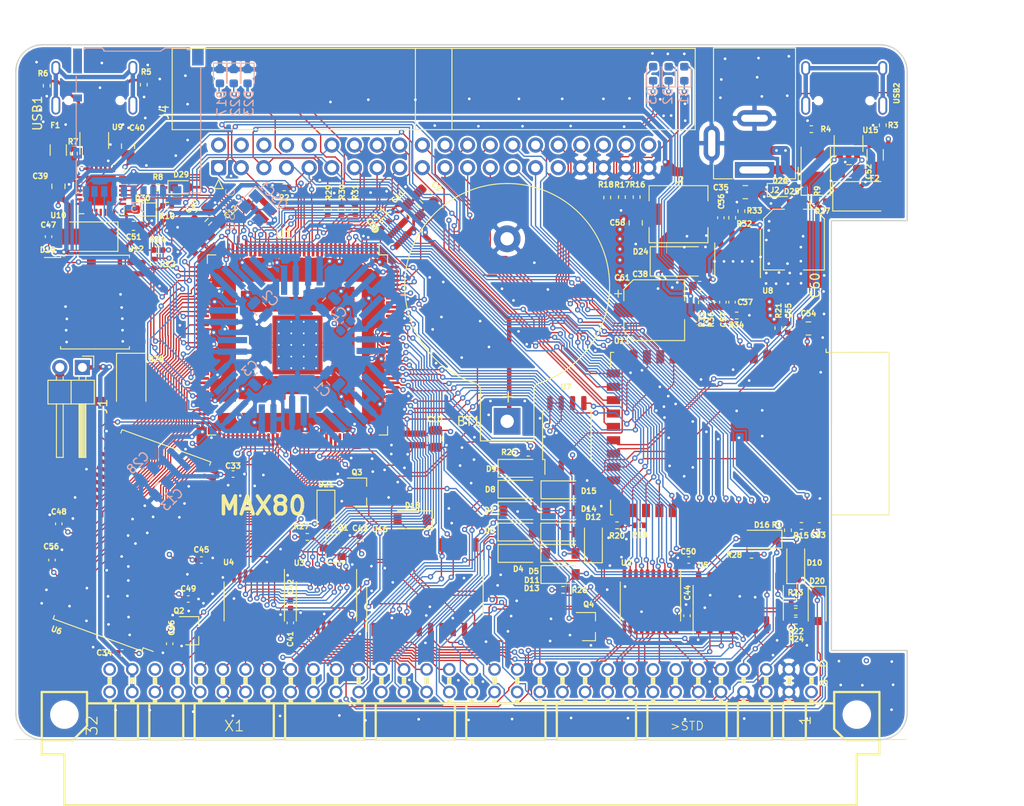
<source format=kicad_pcb>
(kicad_pcb (version 20171130) (host pcbnew 5.1.9-73d0e3b20d~88~ubuntu20.04.1)

  (general
    (thickness 1.6)
    (drawings 17)
    (tracks 4267)
    (zones 0)
    (modules 156)
    (nets 213)
  )

  (page A4)
  (title_block
    (title MAX80)
    (date 2021-01-31)
    (rev 0.01)
    (company "No name")
  )

  (layers
    (0 F.Cu signal)
    (1 In1.Cu signal)
    (2 In2.Cu signal)
    (31 B.Cu signal)
    (32 B.Adhes user)
    (33 F.Adhes user)
    (34 B.Paste user)
    (35 F.Paste user)
    (36 B.SilkS user)
    (37 F.SilkS user)
    (38 B.Mask user)
    (39 F.Mask user)
    (40 Dwgs.User user)
    (41 Cmts.User user)
    (42 Eco1.User user)
    (43 Eco2.User user)
    (44 Edge.Cuts user)
    (45 Margin user)
    (46 B.CrtYd user)
    (47 F.CrtYd user)
    (48 B.Fab user)
    (49 F.Fab user)
  )

  (setup
    (last_trace_width 0.15)
    (user_trace_width 0.3)
    (user_trace_width 0.5)
    (trace_clearance 0.15)
    (zone_clearance 0.2)
    (zone_45_only no)
    (trace_min 0.15)
    (via_size 0.6)
    (via_drill 0.3)
    (via_min_size 0.6)
    (via_min_drill 0.3)
    (uvia_size 0.3)
    (uvia_drill 0.1)
    (uvias_allowed no)
    (uvia_min_size 0.2)
    (uvia_min_drill 0.1)
    (edge_width 0.15)
    (segment_width 0.3)
    (pcb_text_width 0.3)
    (pcb_text_size 1.5 1.5)
    (mod_edge_width 0.15)
    (mod_text_size 1 1)
    (mod_text_width 0.15)
    (pad_size 2.6 1.6)
    (pad_drill 0)
    (pad_to_mask_clearance 0)
    (aux_axis_origin 0 0)
    (grid_origin 86.275 147.925)
    (visible_elements FFFFFF7F)
    (pcbplotparams
      (layerselection 0x010fc_ffffffff)
      (usegerberextensions false)
      (usegerberattributes true)
      (usegerberadvancedattributes true)
      (creategerberjobfile true)
      (excludeedgelayer true)
      (linewidth 0.100000)
      (plotframeref false)
      (viasonmask false)
      (mode 1)
      (useauxorigin false)
      (hpglpennumber 1)
      (hpglpenspeed 20)
      (hpglpendiameter 15.000000)
      (psnegative false)
      (psa4output false)
      (plotreference true)
      (plotvalue true)
      (plotinvisibletext false)
      (padsonsilk false)
      (subtractmaskfromsilk false)
      (outputformat 1)
      (mirror false)
      (drillshape 0)
      (scaleselection 1)
      (outputdirectory "abc80_gerber"))
  )

  (net 0 "")
  (net 1 VCC_ONE)
  (net 2 VCCA)
  (net 3 GND)
  (net 4 CLK0n)
  (net 5 +5V)
  (net 6 "Net-(R5-Pad2)")
  (net 7 "Net-(R6-Pad2)")
  (net 8 "Net-(R7-Pad1)")
  (net 9 "Net-(U10-Pad5)")
  (net 10 "Net-(U10-Pad4)")
  (net 11 "Net-(U9-Pad4)")
  (net 12 "Net-(U9-Pad6)")
  (net 13 "Net-(USB1-Pad13)")
  (net 14 "Net-(BT1-Pad1)")
  (net 15 /A4)
  (net 16 /A3)
  (net 17 /A2)
  (net 18 /A1)
  (net 19 /A0)
  (net 20 /IO0)
  (net 21 /IO3)
  (net 22 /IO4)
  (net 23 /IO5)
  (net 24 /IO6)
  (net 25 /IO7)
  (net 26 /A11)
  (net 27 /IO9)
  (net 28 /A8)
  (net 29 /A7)
  (net 30 /A6)
  (net 31 /A5)
  (net 32 /A9)
  (net 33 /A10)
  (net 34 /A12)
  (net 35 /IO8)
  (net 36 /IO10)
  (net 37 /IO11)
  (net 38 /IO12)
  (net 39 /IO13)
  (net 40 /IO14)
  (net 41 /IO15)
  (net 42 /abc80bus/D7)
  (net 43 /abc80bus/D6)
  (net 44 /abc80bus/D5)
  (net 45 /abc80bus/D4)
  (net 46 /abc80bus/D3)
  (net 47 /abc80bus/D2)
  (net 48 /abc80bus/D1)
  (net 49 /abc80bus/D0)
  (net 50 /abc80bus/A8)
  (net 51 /abc80bus/A9)
  (net 52 /abc80bus/A10)
  (net 53 /abc80bus/A11)
  (net 54 /abc80bus/A12)
  (net 55 /abc80bus/A13)
  (net 56 /abc80bus/A14)
  (net 57 /abc80bus/A15)
  (net 58 /abc80bus/A7)
  (net 59 /abc80bus/A6)
  (net 60 /abc80bus/A5)
  (net 61 /abc80bus/A4)
  (net 62 /abc80bus/A3)
  (net 63 /abc80bus/A2)
  (net 64 /abc80bus/A1)
  (net 65 /abc80bus/A0)
  (net 66 /IO1)
  (net 67 /IO2)
  (net 68 /32KHZ)
  (net 69 /RTC_INT)
  (net 70 /abc80bus/ABC5V)
  (net 71 /SD_DAT1)
  (net 72 /SD_DAT2)
  (net 73 /SD_DAT3)
  (net 74 /SD_CMD)
  (net 75 /SD_CLK)
  (net 76 /SD_DAT0)
  (net 77 FPGA_TDI)
  (net 78 FPGA_TMS)
  (net 79 FPGA_TDO)
  (net 80 FPGA_TCK)
  (net 81 ABC_CLK_5)
  (net 82 /FPGA_SCL)
  (net 83 /FPGA_SDA)
  (net 84 FPGA_SPI_MISO)
  (net 85 FPGA_SPI_MOSI)
  (net 86 FPGA_SPI_CLK)
  (net 87 FGPA_SPI_CS_ESP32)
  (net 88 INT_ESP32)
  (net 89 "Net-(C53-Pad1)")
  (net 90 "Net-(F2-Pad2)")
  (net 91 ESP32_TDO)
  (net 92 ESP32_TCK)
  (net 93 ESP32_TMS)
  (net 94 ESP32_IO0)
  (net 95 ESP32_RXD)
  (net 96 ESP32_TXD)
  (net 97 ESP32_EN)
  (net 98 "Net-(R3-Pad2)")
  (net 99 "Net-(R4-Pad2)")
  (net 100 /ESP32/USB_D-)
  (net 101 /ESP32/USB_D+)
  (net 102 ESP32_TDI)
  (net 103 "Net-(U15-Pad6)")
  (net 104 "Net-(U15-Pad4)")
  (net 105 "Net-(USB2-Pad13)")
  (net 106 "Net-(D1-Pad2)")
  (net 107 "Net-(D1-Pad1)")
  (net 108 "Net-(D2-Pad2)")
  (net 109 "Net-(D2-Pad1)")
  (net 110 "Net-(D3-Pad2)")
  (net 111 "Net-(D3-Pad1)")
  (net 112 ESP32_SCL)
  (net 113 ESP32_SDA)
  (net 114 ESP32_CS2)
  (net 115 ESP32_CS0)
  (net 116 ESP32_MISO)
  (net 117 ESP32_SCK)
  (net 118 ESP32_MOSI)
  (net 119 ESP32_CS1)
  (net 120 /FPGA_USB_TXD)
  (net 121 /FPGA_USB_RXD)
  (net 122 /abc80bus/~XMEMW80)
  (net 123 /abc80bus/~CS)
  (net 124 /abc80bus/~C4)
  (net 125 /abc80bus/~C3)
  (net 126 /abc80bus/~C2)
  (net 127 /abc80bus/~C1)
  (net 128 /abc80bus/~OUT)
  (net 129 /abc80bus/~XOUT)
  (net 130 /abc80bus/~RST)
  (net 131 ~IORD)
  (net 132 /abc80bus/~XMEMFL)
  (net 133 /abc80bus/~XIN)
  (net 134 /abc80bus/~INP)
  (net 135 /abc80bus/~STATUS)
  (net 136 "Net-(D18-Pad1)")
  (net 137 /abc80bus/~XINPSTB)
  (net 138 /abc80bus/~XOUTSTB)
  (net 139 /abc80bus/~XMEMW800)
  (net 140 ADSEL0)
  (net 141 ADSEL1)
  (net 142 "Net-(U3-Pad19)")
  (net 143 "Net-(U4-Pad19)")
  (net 144 /abc80bus/~INT)
  (net 145 ~MEMRD)
  (net 146 AD0)
  (net 147 AD1)
  (net 148 AD2)
  (net 149 AD3)
  (net 150 AD4)
  (net 151 AD5)
  (net 152 AD6)
  (net 153 AD7)
  (net 154 O1)
  (net 155 O2)
  (net 156 /abc80bus/~RESIN)
  (net 157 /abc80bus/~XM)
  (net 158 /abc80bus/Y0)
  (net 159 "Net-(D20-Pad1)")
  (net 160 "Net-(D21-Pad1)")
  (net 161 /FPGA_LED1)
  (net 162 /FPGA_LED2)
  (net 163 /FPGA_LED3)
  (net 164 "Net-(D17-Pad2)")
  (net 165 "Net-(D22-Pad2)")
  (net 166 "Net-(D23-Pad2)")
  (net 167 FPGA_GPIO3)
  (net 168 FPGA_GPIO2)
  (net 169 FPGA_GPIO1)
  (net 170 FPGA_GPIO0)
  (net 171 FPGA_GPIO5)
  (net 172 FPGA_GPIO4)
  (net 173 "Net-(C36-Pad1)")
  (net 174 "Net-(C37-Pad2)")
  (net 175 "Net-(C37-Pad1)")
  (net 176 "Net-(C38-Pad2)")
  (net 177 "Net-(R32-Pad2)")
  (net 178 "Net-(R35-Pad2)")
  (net 179 "Net-(C38-Pad1)")
  (net 180 /abc80bus/READY)
  (net 181 /abc80bus/~NMI)
  (net 182 ~FPGA_READY)
  (net 183 FPGA_NMI)
  (net 184 "Net-(D26-Pad2)")
  (net 185 FPGA_RESIN)
  (net 186 ABC_CLK_3)
  (net 187 /DQMH)
  (net 188 /CLK)
  (net 189 /CKE)
  (net 190 /BA1)
  (net 191 /BA0)
  (net 192 /DQML)
  (net 193 "Net-(D28-Pad2)")
  (net 194 "Net-(D25-Pad2)")
  (net 195 "Net-(F1-Pad2)")
  (net 196 /FPGA_USB_RTS)
  (net 197 /FPGA_USB_CTS)
  (net 198 /FPGA_USB_DTR)
  (net 199 FPGA_JTAGEN)
  (net 200 "Net-(C39-Pad1)")
  (net 201 "Net-(C52-Pad1)")
  (net 202 /WE#)
  (net 203 /CAS#)
  (net 204 /RAS#)
  (net 205 /CS#)
  (net 206 "Net-(D29-Pad1)")
  (net 207 "Net-(D30-Pad1)")
  (net 208 FLASH_CS#)
  (net 209 ~IOWR)
  (net 210 ~MEMWR)
  (net 211 "Net-(R11-Pad1)")
  (net 212 Y0#)

  (net_class Default "This is the default net class."
    (clearance 0.15)
    (trace_width 0.15)
    (via_dia 0.6)
    (via_drill 0.3)
    (uvia_dia 0.3)
    (uvia_drill 0.1)
    (add_net +5V)
    (add_net /32KHZ)
    (add_net /A0)
    (add_net /A1)
    (add_net /A10)
    (add_net /A11)
    (add_net /A12)
    (add_net /A2)
    (add_net /A3)
    (add_net /A4)
    (add_net /A5)
    (add_net /A6)
    (add_net /A7)
    (add_net /A8)
    (add_net /A9)
    (add_net /BA0)
    (add_net /BA1)
    (add_net /CAS#)
    (add_net /CKE)
    (add_net /CLK)
    (add_net /CS#)
    (add_net /DQMH)
    (add_net /DQML)
    (add_net /ESP32/USB_D+)
    (add_net /ESP32/USB_D-)
    (add_net /FPGA_LED1)
    (add_net /FPGA_LED2)
    (add_net /FPGA_LED3)
    (add_net /FPGA_SCL)
    (add_net /FPGA_SDA)
    (add_net /FPGA_USB_CTS)
    (add_net /FPGA_USB_DTR)
    (add_net /FPGA_USB_RTS)
    (add_net /FPGA_USB_RXD)
    (add_net /FPGA_USB_TXD)
    (add_net /IO0)
    (add_net /IO1)
    (add_net /IO10)
    (add_net /IO11)
    (add_net /IO12)
    (add_net /IO13)
    (add_net /IO14)
    (add_net /IO15)
    (add_net /IO2)
    (add_net /IO3)
    (add_net /IO4)
    (add_net /IO5)
    (add_net /IO6)
    (add_net /IO7)
    (add_net /IO8)
    (add_net /IO9)
    (add_net /RAS#)
    (add_net /RTC_INT)
    (add_net /SD_CLK)
    (add_net /SD_CMD)
    (add_net /SD_DAT0)
    (add_net /SD_DAT1)
    (add_net /SD_DAT2)
    (add_net /SD_DAT3)
    (add_net /WE#)
    (add_net /abc80bus/A0)
    (add_net /abc80bus/A1)
    (add_net /abc80bus/A10)
    (add_net /abc80bus/A11)
    (add_net /abc80bus/A12)
    (add_net /abc80bus/A13)
    (add_net /abc80bus/A14)
    (add_net /abc80bus/A15)
    (add_net /abc80bus/A2)
    (add_net /abc80bus/A3)
    (add_net /abc80bus/A4)
    (add_net /abc80bus/A5)
    (add_net /abc80bus/A6)
    (add_net /abc80bus/A7)
    (add_net /abc80bus/A8)
    (add_net /abc80bus/A9)
    (add_net /abc80bus/ABC5V)
    (add_net /abc80bus/D0)
    (add_net /abc80bus/D1)
    (add_net /abc80bus/D2)
    (add_net /abc80bus/D3)
    (add_net /abc80bus/D4)
    (add_net /abc80bus/D5)
    (add_net /abc80bus/D6)
    (add_net /abc80bus/D7)
    (add_net /abc80bus/READY)
    (add_net /abc80bus/Y0)
    (add_net /abc80bus/~C1)
    (add_net /abc80bus/~C2)
    (add_net /abc80bus/~C3)
    (add_net /abc80bus/~C4)
    (add_net /abc80bus/~CS)
    (add_net /abc80bus/~INP)
    (add_net /abc80bus/~INT)
    (add_net /abc80bus/~NMI)
    (add_net /abc80bus/~OUT)
    (add_net /abc80bus/~RESIN)
    (add_net /abc80bus/~RST)
    (add_net /abc80bus/~STATUS)
    (add_net /abc80bus/~XIN)
    (add_net /abc80bus/~XINPSTB)
    (add_net /abc80bus/~XM)
    (add_net /abc80bus/~XMEMFL)
    (add_net /abc80bus/~XMEMW80)
    (add_net /abc80bus/~XMEMW800)
    (add_net /abc80bus/~XOUT)
    (add_net /abc80bus/~XOUTSTB)
    (add_net ABC_CLK_3)
    (add_net ABC_CLK_5)
    (add_net AD0)
    (add_net AD1)
    (add_net AD2)
    (add_net AD3)
    (add_net AD4)
    (add_net AD5)
    (add_net AD6)
    (add_net AD7)
    (add_net ADSEL0)
    (add_net ADSEL1)
    (add_net CLK0n)
    (add_net ESP32_CS0)
    (add_net ESP32_CS1)
    (add_net ESP32_CS2)
    (add_net ESP32_EN)
    (add_net ESP32_IO0)
    (add_net ESP32_MISO)
    (add_net ESP32_MOSI)
    (add_net ESP32_RXD)
    (add_net ESP32_SCK)
    (add_net ESP32_SCL)
    (add_net ESP32_SDA)
    (add_net ESP32_TCK)
    (add_net ESP32_TDI)
    (add_net ESP32_TDO)
    (add_net ESP32_TMS)
    (add_net ESP32_TXD)
    (add_net FGPA_SPI_CS_ESP32)
    (add_net FLASH_CS#)
    (add_net FPGA_GPIO0)
    (add_net FPGA_GPIO1)
    (add_net FPGA_GPIO2)
    (add_net FPGA_GPIO3)
    (add_net FPGA_GPIO4)
    (add_net FPGA_GPIO5)
    (add_net FPGA_JTAGEN)
    (add_net FPGA_NMI)
    (add_net FPGA_RESIN)
    (add_net FPGA_SPI_CLK)
    (add_net FPGA_SPI_MISO)
    (add_net FPGA_SPI_MOSI)
    (add_net FPGA_TCK)
    (add_net FPGA_TDI)
    (add_net FPGA_TDO)
    (add_net FPGA_TMS)
    (add_net GND)
    (add_net INT_ESP32)
    (add_net "Net-(BT1-Pad1)")
    (add_net "Net-(C36-Pad1)")
    (add_net "Net-(C37-Pad1)")
    (add_net "Net-(C37-Pad2)")
    (add_net "Net-(C38-Pad1)")
    (add_net "Net-(C38-Pad2)")
    (add_net "Net-(C39-Pad1)")
    (add_net "Net-(C52-Pad1)")
    (add_net "Net-(C53-Pad1)")
    (add_net "Net-(D1-Pad1)")
    (add_net "Net-(D1-Pad2)")
    (add_net "Net-(D17-Pad2)")
    (add_net "Net-(D18-Pad1)")
    (add_net "Net-(D2-Pad1)")
    (add_net "Net-(D2-Pad2)")
    (add_net "Net-(D20-Pad1)")
    (add_net "Net-(D21-Pad1)")
    (add_net "Net-(D22-Pad2)")
    (add_net "Net-(D23-Pad2)")
    (add_net "Net-(D25-Pad2)")
    (add_net "Net-(D26-Pad2)")
    (add_net "Net-(D28-Pad2)")
    (add_net "Net-(D29-Pad1)")
    (add_net "Net-(D3-Pad1)")
    (add_net "Net-(D3-Pad2)")
    (add_net "Net-(D30-Pad1)")
    (add_net "Net-(F1-Pad2)")
    (add_net "Net-(F2-Pad2)")
    (add_net "Net-(R11-Pad1)")
    (add_net "Net-(R3-Pad2)")
    (add_net "Net-(R32-Pad2)")
    (add_net "Net-(R35-Pad2)")
    (add_net "Net-(R4-Pad2)")
    (add_net "Net-(R5-Pad2)")
    (add_net "Net-(R6-Pad2)")
    (add_net "Net-(R7-Pad1)")
    (add_net "Net-(U10-Pad4)")
    (add_net "Net-(U10-Pad5)")
    (add_net "Net-(U15-Pad4)")
    (add_net "Net-(U15-Pad6)")
    (add_net "Net-(U3-Pad19)")
    (add_net "Net-(U4-Pad19)")
    (add_net "Net-(U9-Pad4)")
    (add_net "Net-(U9-Pad6)")
    (add_net "Net-(USB1-Pad13)")
    (add_net "Net-(USB2-Pad13)")
    (add_net O1)
    (add_net O2)
    (add_net VCCA)
    (add_net VCC_ONE)
    (add_net Y0#)
    (add_net ~FPGA_READY)
    (add_net ~IORD)
    (add_net ~IOWR)
    (add_net ~MEMRD)
    (add_net ~MEMWR)
  )

  (module max80:SOIC-8_5.23x5.23mm_P1.27mm (layer F.Cu) (tedit 60341344) (tstamp 6034439B)
    (at 114.325 144.835 90)
    (descr "SOIC, 8 Pin (http://www.winbond.com/resource-files/w25q32jv%20revg%2003272018%20plus.pdf#page=68), generated with kicad-footprint-generator ipc_gullwing_generator.py")
    (tags "SOIC SO")
    (path /6035B91A)
    (attr smd)
    (fp_text reference U7 (at 5.42 -0.11 180) (layer F.SilkS)
      (effects (font (size 0.6 0.6) (thickness 0.15)))
    )
    (fp_text value W25Q128JVS (at 0 3.56 90) (layer F.Fab)
      (effects (font (size 1 1) (thickness 0.15)))
    )
    (fp_line (start 4.65 -2.86) (end -4.65 -2.86) (layer F.CrtYd) (width 0.05))
    (fp_line (start 4.65 2.86) (end 4.65 -2.86) (layer F.CrtYd) (width 0.05))
    (fp_line (start -4.65 2.86) (end 4.65 2.86) (layer F.CrtYd) (width 0.05))
    (fp_line (start -4.65 -2.86) (end -4.65 2.86) (layer F.CrtYd) (width 0.05))
    (fp_line (start -2.615 -1.615) (end -1.615 -2.615) (layer F.Fab) (width 0.1))
    (fp_line (start -2.615 2.615) (end -2.615 -1.615) (layer F.Fab) (width 0.1))
    (fp_line (start 2.615 2.615) (end -2.615 2.615) (layer F.Fab) (width 0.1))
    (fp_line (start 2.615 -2.615) (end 2.615 2.615) (layer F.Fab) (width 0.1))
    (fp_line (start -1.615 -2.615) (end 2.615 -2.615) (layer F.Fab) (width 0.1))
    (fp_line (start -2.725 -2.465) (end -4.4 -2.465) (layer F.SilkS) (width 0.12))
    (fp_line (start -2.725 -2.725) (end -2.725 -2.465) (layer F.SilkS) (width 0.12))
    (fp_line (start 0 -2.725) (end -2.725 -2.725) (layer F.SilkS) (width 0.12))
    (fp_line (start 2.725 -2.725) (end 2.725 -2.465) (layer F.SilkS) (width 0.12))
    (fp_line (start 0 -2.725) (end 2.725 -2.725) (layer F.SilkS) (width 0.12))
    (fp_line (start -2.725 2.725) (end -2.725 2.465) (layer F.SilkS) (width 0.12))
    (fp_line (start 0 2.725) (end -2.725 2.725) (layer F.SilkS) (width 0.12))
    (fp_line (start 2.725 2.725) (end 2.725 2.465) (layer F.SilkS) (width 0.12))
    (fp_line (start 0 2.725) (end 2.725 2.725) (layer F.SilkS) (width 0.12))
    (fp_text user %R (at 0 0 90) (layer F.Fab)
      (effects (font (size 1 1) (thickness 0.15)))
    )
    (pad 8 smd roundrect (at 3.6 -1.905 90) (size 1.6 0.6) (layers F.Cu F.Paste F.Mask) (roundrect_rratio 0.25)
      (net 1 VCC_ONE))
    (pad 7 smd roundrect (at 3.6 -0.635 90) (size 1.6 0.6) (layers F.Cu F.Paste F.Mask) (roundrect_rratio 0.25)
      (net 1 VCC_ONE))
    (pad 6 smd roundrect (at 3.6 0.635 90) (size 1.6 0.6) (layers F.Cu F.Paste F.Mask) (roundrect_rratio 0.25)
      (net 86 FPGA_SPI_CLK))
    (pad 5 smd roundrect (at 3.6 1.905 90) (size 1.6 0.6) (layers F.Cu F.Paste F.Mask) (roundrect_rratio 0.25)
      (net 85 FPGA_SPI_MOSI))
    (pad 4 smd roundrect (at -3.6 1.905 90) (size 1.6 0.6) (layers F.Cu F.Paste F.Mask) (roundrect_rratio 0.25)
      (net 3 GND))
    (pad 3 smd roundrect (at -3.6 0.635 90) (size 1.6 0.6) (layers F.Cu F.Paste F.Mask) (roundrect_rratio 0.25)
      (net 1 VCC_ONE))
    (pad 2 smd roundrect (at -3.6 -0.635 90) (size 1.6 0.6) (layers F.Cu F.Paste F.Mask) (roundrect_rratio 0.25)
      (net 84 FPGA_SPI_MISO))
    (pad 1 smd roundrect (at -3.6 -1.905 90) (size 1.6 0.6) (layers F.Cu F.Paste F.Mask) (roundrect_rratio 0.25)
      (net 208 FLASH_CS#))
    (model ${KISYS3DMOD}/Package_SO.3dshapes/SOIC-8_5.275x5.275mm_P1.27mm.wrl
      (at (xyz 0 0 0))
      (scale (xyz 1 1 1))
      (rotate (xyz 0 0 0))
    )
  )

  (module Diode_SMD:D_SOD-123 (layer F.Cu) (tedit 58645DC7) (tstamp 6019B141)
    (at 113.665 160.475)
    (descr SOD-123)
    (tags SOD-123)
    (path /6013B380/60CCF7F9)
    (attr smd)
    (fp_text reference D13 (at -3.29 1.54 180) (layer F.SilkS)
      (effects (font (size 0.6 0.6) (thickness 0.15)))
    )
    (fp_text value DSK14 (at 0 2.1) (layer F.Fab)
      (effects (font (size 1 1) (thickness 0.15)))
    )
    (fp_line (start -2.25 -1) (end -2.25 1) (layer F.SilkS) (width 0.12))
    (fp_line (start 0.25 0) (end 0.75 0) (layer F.Fab) (width 0.1))
    (fp_line (start 0.25 0.4) (end -0.35 0) (layer F.Fab) (width 0.1))
    (fp_line (start 0.25 -0.4) (end 0.25 0.4) (layer F.Fab) (width 0.1))
    (fp_line (start -0.35 0) (end 0.25 -0.4) (layer F.Fab) (width 0.1))
    (fp_line (start -0.35 0) (end -0.35 0.55) (layer F.Fab) (width 0.1))
    (fp_line (start -0.35 0) (end -0.35 -0.55) (layer F.Fab) (width 0.1))
    (fp_line (start -0.75 0) (end -0.35 0) (layer F.Fab) (width 0.1))
    (fp_line (start -1.4 0.9) (end -1.4 -0.9) (layer F.Fab) (width 0.1))
    (fp_line (start 1.4 0.9) (end -1.4 0.9) (layer F.Fab) (width 0.1))
    (fp_line (start 1.4 -0.9) (end 1.4 0.9) (layer F.Fab) (width 0.1))
    (fp_line (start -1.4 -0.9) (end 1.4 -0.9) (layer F.Fab) (width 0.1))
    (fp_line (start -2.35 -1.15) (end 2.35 -1.15) (layer F.CrtYd) (width 0.05))
    (fp_line (start 2.35 -1.15) (end 2.35 1.15) (layer F.CrtYd) (width 0.05))
    (fp_line (start 2.35 1.15) (end -2.35 1.15) (layer F.CrtYd) (width 0.05))
    (fp_line (start -2.35 -1.15) (end -2.35 1.15) (layer F.CrtYd) (width 0.05))
    (fp_line (start -2.25 1) (end 1.65 1) (layer F.SilkS) (width 0.12))
    (fp_line (start -2.25 -1) (end 1.65 -1) (layer F.SilkS) (width 0.12))
    (fp_text user %R (at 3.105 -0.003 90) (layer F.Fab)
      (effects (font (size 0.6 0.6) (thickness 0.15)))
    )
    (pad 2 smd rect (at 1.65 0) (size 0.9 1.2) (layers F.Cu F.Paste F.Mask)
      (net 131 ~IORD))
    (pad 1 smd rect (at -1.65 0) (size 0.9 1.2) (layers F.Cu F.Paste F.Mask)
      (net 133 /abc80bus/~XIN))
    (model ${KISYS3DMOD}/Diode_SMD.3dshapes/D_SOD-123.wrl
      (at (xyz 0 0 0))
      (scale (xyz 1 1 1))
      (rotate (xyz 0 0 0))
    )
  )

  (module Resistor_SMD:R_0402_1005Metric (layer F.Cu) (tedit 5F68FEEE) (tstamp 6034B24B)
    (at 93.955 121.205 45)
    (descr "Resistor SMD 0402 (1005 Metric), square (rectangular) end terminal, IPC_7351 nominal, (Body size source: IPC-SM-782 page 72, https://www.pcb-3d.com/wordpress/wp-content/uploads/ipc-sm-782a_amendment_1_and_2.pdf), generated with kicad-footprint-generator")
    (tags resistor)
    (path /604B03F3)
    (attr smd)
    (fp_text reference R11 (at 0 -1.17 45) (layer F.SilkS)
      (effects (font (size 1 1) (thickness 0.15)))
    )
    (fp_text value 10k (at 0 1.17 45) (layer F.Fab)
      (effects (font (size 1 1) (thickness 0.15)))
    )
    (fp_line (start 0.93 0.47) (end -0.93 0.47) (layer F.CrtYd) (width 0.05))
    (fp_line (start 0.93 -0.47) (end 0.93 0.47) (layer F.CrtYd) (width 0.05))
    (fp_line (start -0.93 -0.47) (end 0.93 -0.47) (layer F.CrtYd) (width 0.05))
    (fp_line (start -0.93 0.47) (end -0.93 -0.47) (layer F.CrtYd) (width 0.05))
    (fp_line (start -0.153641 0.38) (end 0.153641 0.38) (layer F.SilkS) (width 0.12))
    (fp_line (start -0.153641 -0.38) (end 0.153641 -0.38) (layer F.SilkS) (width 0.12))
    (fp_line (start 0.525 0.27) (end -0.525 0.27) (layer F.Fab) (width 0.1))
    (fp_line (start 0.525 -0.27) (end 0.525 0.27) (layer F.Fab) (width 0.1))
    (fp_line (start -0.525 -0.27) (end 0.525 -0.27) (layer F.Fab) (width 0.1))
    (fp_line (start -0.525 0.27) (end -0.525 -0.27) (layer F.Fab) (width 0.1))
    (fp_text user %R (at 0 0 45) (layer F.Fab)
      (effects (font (size 0.26 0.26) (thickness 0.04)))
    )
    (pad 2 smd roundrect (at 0.51 0 45) (size 0.54 0.64) (layers F.Cu F.Paste F.Mask) (roundrect_rratio 0.25)
      (net 1 VCC_ONE))
    (pad 1 smd roundrect (at -0.51 0 45) (size 0.54 0.64) (layers F.Cu F.Paste F.Mask) (roundrect_rratio 0.25)
      (net 211 "Net-(R11-Pad1)"))
    (model ${KISYS3DMOD}/Resistor_SMD.3dshapes/R_0402_1005Metric.wrl
      (at (xyz 0 0 0))
      (scale (xyz 1 1 1))
      (rotate (xyz 0 0 0))
    )
  )

  (module Resistor_SMD:R_0402_1005Metric (layer F.Cu) (tedit 5F68FEEE) (tstamp 6033FBEF)
    (at 69.475 119.075 180)
    (descr "Resistor SMD 0402 (1005 Metric), square (rectangular) end terminal, IPC_7351 nominal, (Body size source: IPC-SM-782 page 72, https://www.pcb-3d.com/wordpress/wp-content/uploads/ipc-sm-782a_amendment_1_and_2.pdf), generated with kicad-footprint-generator")
    (tags resistor)
    (path /60427964)
    (attr smd)
    (fp_text reference R10 (at 0 -1.17) (layer F.SilkS)
      (effects (font (size 0.6 0.6) (thickness 0.15)))
    )
    (fp_text value 1k (at 0 1.17) (layer F.Fab)
      (effects (font (size 1 1) (thickness 0.15)))
    )
    (fp_line (start 0.93 0.47) (end -0.93 0.47) (layer F.CrtYd) (width 0.05))
    (fp_line (start 0.93 -0.47) (end 0.93 0.47) (layer F.CrtYd) (width 0.05))
    (fp_line (start -0.93 -0.47) (end 0.93 -0.47) (layer F.CrtYd) (width 0.05))
    (fp_line (start -0.93 0.47) (end -0.93 -0.47) (layer F.CrtYd) (width 0.05))
    (fp_line (start -0.153641 0.38) (end 0.153641 0.38) (layer F.SilkS) (width 0.12))
    (fp_line (start -0.153641 -0.38) (end 0.153641 -0.38) (layer F.SilkS) (width 0.12))
    (fp_line (start 0.525 0.27) (end -0.525 0.27) (layer F.Fab) (width 0.1))
    (fp_line (start 0.525 -0.27) (end 0.525 0.27) (layer F.Fab) (width 0.1))
    (fp_line (start -0.525 -0.27) (end 0.525 -0.27) (layer F.Fab) (width 0.1))
    (fp_line (start -0.525 0.27) (end -0.525 -0.27) (layer F.Fab) (width 0.1))
    (fp_text user %R (at 0 0) (layer F.Fab)
      (effects (font (size 0.26 0.26) (thickness 0.04)))
    )
    (pad 2 smd roundrect (at 0.51 0 180) (size 0.54 0.64) (layers F.Cu F.Paste F.Mask) (roundrect_rratio 0.25)
      (net 207 "Net-(D30-Pad1)"))
    (pad 1 smd roundrect (at -0.51 0 180) (size 0.54 0.64) (layers F.Cu F.Paste F.Mask) (roundrect_rratio 0.25)
      (net 197 /FPGA_USB_CTS))
    (model ${KISYS3DMOD}/Resistor_SMD.3dshapes/R_0402_1005Metric.wrl
      (at (xyz 0 0 0))
      (scale (xyz 1 1 1))
      (rotate (xyz 0 0 0))
    )
  )

  (module Resistor_SMD:R_0402_1005Metric (layer F.Cu) (tedit 5F68FEEE) (tstamp 6033FBBE)
    (at 68.44 117.025)
    (descr "Resistor SMD 0402 (1005 Metric), square (rectangular) end terminal, IPC_7351 nominal, (Body size source: IPC-SM-782 page 72, https://www.pcb-3d.com/wordpress/wp-content/uploads/ipc-sm-782a_amendment_1_and_2.pdf), generated with kicad-footprint-generator")
    (tags resistor)
    (path /6042C0DA)
    (attr smd)
    (fp_text reference R8 (at 0 -1.17) (layer F.SilkS)
      (effects (font (size 0.6 0.6) (thickness 0.15)))
    )
    (fp_text value 1k (at 0 1.17) (layer F.Fab)
      (effects (font (size 1 1) (thickness 0.15)))
    )
    (fp_line (start 0.93 0.47) (end -0.93 0.47) (layer F.CrtYd) (width 0.05))
    (fp_line (start 0.93 -0.47) (end 0.93 0.47) (layer F.CrtYd) (width 0.05))
    (fp_line (start -0.93 -0.47) (end 0.93 -0.47) (layer F.CrtYd) (width 0.05))
    (fp_line (start -0.93 0.47) (end -0.93 -0.47) (layer F.CrtYd) (width 0.05))
    (fp_line (start -0.153641 0.38) (end 0.153641 0.38) (layer F.SilkS) (width 0.12))
    (fp_line (start -0.153641 -0.38) (end 0.153641 -0.38) (layer F.SilkS) (width 0.12))
    (fp_line (start 0.525 0.27) (end -0.525 0.27) (layer F.Fab) (width 0.1))
    (fp_line (start 0.525 -0.27) (end 0.525 0.27) (layer F.Fab) (width 0.1))
    (fp_line (start -0.525 -0.27) (end 0.525 -0.27) (layer F.Fab) (width 0.1))
    (fp_line (start -0.525 0.27) (end -0.525 -0.27) (layer F.Fab) (width 0.1))
    (fp_text user %R (at 0 0) (layer F.Fab)
      (effects (font (size 0.26 0.26) (thickness 0.04)))
    )
    (pad 2 smd roundrect (at 0.51 0) (size 0.54 0.64) (layers F.Cu F.Paste F.Mask) (roundrect_rratio 0.25)
      (net 206 "Net-(D29-Pad1)"))
    (pad 1 smd roundrect (at -0.51 0) (size 0.54 0.64) (layers F.Cu F.Paste F.Mask) (roundrect_rratio 0.25)
      (net 196 /FPGA_USB_RTS))
    (model ${KISYS3DMOD}/Resistor_SMD.3dshapes/R_0402_1005Metric.wrl
      (at (xyz 0 0 0))
      (scale (xyz 1 1 1))
      (rotate (xyz 0 0 0))
    )
  )

  (module LED_SMD:LED_0603_1608Metric (layer F.Cu) (tedit 5F68FEF1) (tstamp 6033F6D1)
    (at 66.775 119.5 180)
    (descr "LED SMD 0603 (1608 Metric), square (rectangular) end terminal, IPC_7351 nominal, (Body size source: http://www.tortai-tech.com/upload/download/2011102023233369053.pdf), generated with kicad-footprint-generator")
    (tags LED)
    (path /604220EF)
    (attr smd)
    (fp_text reference D30 (at 0.04 1.285) (layer F.SilkS)
      (effects (font (size 0.6 0.6) (thickness 0.15)))
    )
    (fp_text value LED-Y (at 0 1.43) (layer F.Fab)
      (effects (font (size 1 1) (thickness 0.15)))
    )
    (fp_line (start 1.48 0.73) (end -1.48 0.73) (layer F.CrtYd) (width 0.05))
    (fp_line (start 1.48 -0.73) (end 1.48 0.73) (layer F.CrtYd) (width 0.05))
    (fp_line (start -1.48 -0.73) (end 1.48 -0.73) (layer F.CrtYd) (width 0.05))
    (fp_line (start -1.48 0.73) (end -1.48 -0.73) (layer F.CrtYd) (width 0.05))
    (fp_line (start -1.485 0.735) (end 0.8 0.735) (layer F.SilkS) (width 0.12))
    (fp_line (start -1.485 -0.735) (end -1.485 0.735) (layer F.SilkS) (width 0.12))
    (fp_line (start 0.8 -0.735) (end -1.485 -0.735) (layer F.SilkS) (width 0.12))
    (fp_line (start 0.8 0.4) (end 0.8 -0.4) (layer F.Fab) (width 0.1))
    (fp_line (start -0.8 0.4) (end 0.8 0.4) (layer F.Fab) (width 0.1))
    (fp_line (start -0.8 -0.1) (end -0.8 0.4) (layer F.Fab) (width 0.1))
    (fp_line (start -0.5 -0.4) (end -0.8 -0.1) (layer F.Fab) (width 0.1))
    (fp_line (start 0.8 -0.4) (end -0.5 -0.4) (layer F.Fab) (width 0.1))
    (fp_text user %R (at 0 0) (layer F.Fab)
      (effects (font (size 0.4 0.4) (thickness 0.06)))
    )
    (pad 2 smd roundrect (at 0.7875 0 180) (size 0.875 0.95) (layers F.Cu F.Paste F.Mask) (roundrect_rratio 0.25)
      (net 1 VCC_ONE))
    (pad 1 smd roundrect (at -0.7875 0 180) (size 0.875 0.95) (layers F.Cu F.Paste F.Mask) (roundrect_rratio 0.25)
      (net 207 "Net-(D30-Pad1)"))
    (model ${KISYS3DMOD}/LED_SMD.3dshapes/LED_0603_1608Metric.wrl
      (at (xyz 0 0 0))
      (scale (xyz 1 1 1))
      (rotate (xyz 0 0 0))
    )
  )

  (module LED_SMD:LED_0603_1608Metric (layer F.Cu) (tedit 5F68FEF1) (tstamp 6033F6BE)
    (at 71.05 117)
    (descr "LED SMD 0603 (1608 Metric), square (rectangular) end terminal, IPC_7351 nominal, (Body size source: http://www.tortai-tech.com/upload/download/2011102023233369053.pdf), generated with kicad-footprint-generator")
    (tags LED)
    (path /6041A94C)
    (attr smd)
    (fp_text reference D29 (at 0 -1.43) (layer F.SilkS)
      (effects (font (size 0.6 0.6) (thickness 0.15)))
    )
    (fp_text value LED-Y (at 0 1.43) (layer F.Fab)
      (effects (font (size 1 1) (thickness 0.15)))
    )
    (fp_line (start 1.48 0.73) (end -1.48 0.73) (layer F.CrtYd) (width 0.05))
    (fp_line (start 1.48 -0.73) (end 1.48 0.73) (layer F.CrtYd) (width 0.05))
    (fp_line (start -1.48 -0.73) (end 1.48 -0.73) (layer F.CrtYd) (width 0.05))
    (fp_line (start -1.48 0.73) (end -1.48 -0.73) (layer F.CrtYd) (width 0.05))
    (fp_line (start -1.485 0.735) (end 0.8 0.735) (layer F.SilkS) (width 0.12))
    (fp_line (start -1.485 -0.735) (end -1.485 0.735) (layer F.SilkS) (width 0.12))
    (fp_line (start 0.8 -0.735) (end -1.485 -0.735) (layer F.SilkS) (width 0.12))
    (fp_line (start 0.8 0.4) (end 0.8 -0.4) (layer F.Fab) (width 0.1))
    (fp_line (start -0.8 0.4) (end 0.8 0.4) (layer F.Fab) (width 0.1))
    (fp_line (start -0.8 -0.1) (end -0.8 0.4) (layer F.Fab) (width 0.1))
    (fp_line (start -0.5 -0.4) (end -0.8 -0.1) (layer F.Fab) (width 0.1))
    (fp_line (start 0.8 -0.4) (end -0.5 -0.4) (layer F.Fab) (width 0.1))
    (fp_text user %R (at 0 0) (layer F.Fab)
      (effects (font (size 0.4 0.4) (thickness 0.06)))
    )
    (pad 2 smd roundrect (at 0.7875 0) (size 0.875 0.95) (layers F.Cu F.Paste F.Mask) (roundrect_rratio 0.25)
      (net 1 VCC_ONE))
    (pad 1 smd roundrect (at -0.7875 0) (size 0.875 0.95) (layers F.Cu F.Paste F.Mask) (roundrect_rratio 0.25)
      (net 206 "Net-(D29-Pad1)"))
    (model ${KISYS3DMOD}/LED_SMD.3dshapes/LED_0603_1608Metric.wrl
      (at (xyz 0 0 0))
      (scale (xyz 1 1 1))
      (rotate (xyz 0 0 0))
    )
  )

  (module Resistor_SMD:R_0402_1005Metric (layer F.Cu) (tedit 5F68FEEE) (tstamp 60337B92)
    (at 139.125 155.5 90)
    (descr "Resistor SMD 0402 (1005 Metric), square (rectangular) end terminal, IPC_7351 nominal, (Body size source: IPC-SM-782 page 72, https://www.pcb-3d.com/wordpress/wp-content/uploads/ipc-sm-782a_amendment_1_and_2.pdf), generated with kicad-footprint-generator")
    (tags resistor)
    (path /602159BB/60379925)
    (attr smd)
    (fp_text reference R1 (at 0.6 -1.225 180) (layer F.SilkS)
      (effects (font (size 0.6 0.6) (thickness 0.15)))
    )
    (fp_text value 10k (at 0 1.17 90) (layer F.Fab)
      (effects (font (size 1 1) (thickness 0.15)))
    )
    (fp_line (start -0.525 0.27) (end -0.525 -0.27) (layer F.Fab) (width 0.1))
    (fp_line (start -0.525 -0.27) (end 0.525 -0.27) (layer F.Fab) (width 0.1))
    (fp_line (start 0.525 -0.27) (end 0.525 0.27) (layer F.Fab) (width 0.1))
    (fp_line (start 0.525 0.27) (end -0.525 0.27) (layer F.Fab) (width 0.1))
    (fp_line (start -0.153641 -0.38) (end 0.153641 -0.38) (layer F.SilkS) (width 0.12))
    (fp_line (start -0.153641 0.38) (end 0.153641 0.38) (layer F.SilkS) (width 0.12))
    (fp_line (start -0.93 0.47) (end -0.93 -0.47) (layer F.CrtYd) (width 0.05))
    (fp_line (start -0.93 -0.47) (end 0.93 -0.47) (layer F.CrtYd) (width 0.05))
    (fp_line (start 0.93 -0.47) (end 0.93 0.47) (layer F.CrtYd) (width 0.05))
    (fp_line (start 0.93 0.47) (end -0.93 0.47) (layer F.CrtYd) (width 0.05))
    (fp_text user %R (at 0 0 90) (layer F.Fab)
      (effects (font (size 0.26 0.26) (thickness 0.04)))
    )
    (pad 2 smd roundrect (at 0.51 0 90) (size 0.54 0.64) (layers F.Cu F.Paste F.Mask) (roundrect_rratio 0.25)
      (net 89 "Net-(C53-Pad1)"))
    (pad 1 smd roundrect (at -0.51 0 90) (size 0.54 0.64) (layers F.Cu F.Paste F.Mask) (roundrect_rratio 0.25)
      (net 1 VCC_ONE))
    (model ${KISYS3DMOD}/Resistor_SMD.3dshapes/R_0402_1005Metric.wrl
      (at (xyz 0 0 0))
      (scale (xyz 1 1 1))
      (rotate (xyz 0 0 0))
    )
  )

  (module Diode_SMD:D_SMA (layer F.Cu) (tedit 586432E5) (tstamp 6032CF27)
    (at 65.447 139.035 270)
    (descr "Diode SMA (DO-214AC)")
    (tags "Diode SMA (DO-214AC)")
    (path /6013B380/603612AB)
    (attr smd)
    (fp_text reference D28 (at -2.735 -2.803 180) (layer F.SilkS)
      (effects (font (size 0.6 0.6) (thickness 0.15)))
    )
    (fp_text value MBRA340T (at 0 2.6 90) (layer F.Fab)
      (effects (font (size 1 1) (thickness 0.15)))
    )
    (fp_line (start -3.4 -1.65) (end 2 -1.65) (layer F.SilkS) (width 0.12))
    (fp_line (start -3.4 1.65) (end 2 1.65) (layer F.SilkS) (width 0.12))
    (fp_line (start -0.64944 0.00102) (end 0.50118 -0.79908) (layer F.Fab) (width 0.1))
    (fp_line (start -0.64944 0.00102) (end 0.50118 0.75032) (layer F.Fab) (width 0.1))
    (fp_line (start 0.50118 0.75032) (end 0.50118 -0.79908) (layer F.Fab) (width 0.1))
    (fp_line (start -0.64944 -0.79908) (end -0.64944 0.80112) (layer F.Fab) (width 0.1))
    (fp_line (start 0.50118 0.00102) (end 1.4994 0.00102) (layer F.Fab) (width 0.1))
    (fp_line (start -0.64944 0.00102) (end -1.55114 0.00102) (layer F.Fab) (width 0.1))
    (fp_line (start -3.5 1.75) (end -3.5 -1.75) (layer F.CrtYd) (width 0.05))
    (fp_line (start 3.5 1.75) (end -3.5 1.75) (layer F.CrtYd) (width 0.05))
    (fp_line (start 3.5 -1.75) (end 3.5 1.75) (layer F.CrtYd) (width 0.05))
    (fp_line (start -3.5 -1.75) (end 3.5 -1.75) (layer F.CrtYd) (width 0.05))
    (fp_line (start 2.3 -1.5) (end -2.3 -1.5) (layer F.Fab) (width 0.1))
    (fp_line (start 2.3 -1.5) (end 2.3 1.5) (layer F.Fab) (width 0.1))
    (fp_line (start -2.3 1.5) (end -2.3 -1.5) (layer F.Fab) (width 0.1))
    (fp_line (start 2.3 1.5) (end -2.3 1.5) (layer F.Fab) (width 0.1))
    (fp_line (start -3.4 -1.65) (end -3.4 1.65) (layer F.SilkS) (width 0.12))
    (fp_text user %R (at 0 -2.5 90) (layer F.Fab)
      (effects (font (size 1 1) (thickness 0.15)))
    )
    (pad 2 smd rect (at 2 0 270) (size 2.5 1.8) (layers F.Cu F.Paste F.Mask)
      (net 193 "Net-(D28-Pad2)"))
    (pad 1 smd rect (at -2 0 270) (size 2.5 1.8) (layers F.Cu F.Paste F.Mask)
      (net 5 +5V))
    (model ${KISYS3DMOD}/Diode_SMD.3dshapes/D_SMA.wrl
      (at (xyz 0 0 0))
      (scale (xyz 1 1 1))
      (rotate (xyz 0 0 0))
    )
  )

  (module Capacitor_SMD:C_0402_1005Metric (layer F.Cu) (tedit 5F68FEEE) (tstamp 6039D96A)
    (at 56.557 158.847 90)
    (descr "Capacitor SMD 0402 (1005 Metric), square (rectangular) end terminal, IPC_7351 nominal, (Body size source: IPC-SM-782 page 76, https://www.pcb-3d.com/wordpress/wp-content/uploads/ipc-sm-782a_amendment_1_and_2.pdf), generated with kicad-footprint-generator")
    (tags capacitor)
    (path /6091A70C)
    (attr smd)
    (fp_text reference C56 (at 1.522 -0.082 180) (layer F.SilkS)
      (effects (font (size 0.6 0.6) (thickness 0.15)))
    )
    (fp_text value 100nF (at 0 1.16 90) (layer F.Fab)
      (effects (font (size 1 1) (thickness 0.15)))
    )
    (fp_line (start 0.91 0.46) (end -0.91 0.46) (layer F.CrtYd) (width 0.05))
    (fp_line (start 0.91 -0.46) (end 0.91 0.46) (layer F.CrtYd) (width 0.05))
    (fp_line (start -0.91 -0.46) (end 0.91 -0.46) (layer F.CrtYd) (width 0.05))
    (fp_line (start -0.91 0.46) (end -0.91 -0.46) (layer F.CrtYd) (width 0.05))
    (fp_line (start -0.107836 0.36) (end 0.107836 0.36) (layer F.SilkS) (width 0.12))
    (fp_line (start -0.107836 -0.36) (end 0.107836 -0.36) (layer F.SilkS) (width 0.12))
    (fp_line (start 0.5 0.25) (end -0.5 0.25) (layer F.Fab) (width 0.1))
    (fp_line (start 0.5 -0.25) (end 0.5 0.25) (layer F.Fab) (width 0.1))
    (fp_line (start -0.5 -0.25) (end 0.5 -0.25) (layer F.Fab) (width 0.1))
    (fp_line (start -0.5 0.25) (end -0.5 -0.25) (layer F.Fab) (width 0.1))
    (fp_text user %R (at 0 0 90) (layer F.Fab)
      (effects (font (size 0.25 0.25) (thickness 0.04)))
    )
    (pad 2 smd roundrect (at 0.48 0 90) (size 0.56 0.62) (layers F.Cu F.Paste F.Mask) (roundrect_rratio 0.25)
      (net 3 GND))
    (pad 1 smd roundrect (at -0.48 0 90) (size 0.56 0.62) (layers F.Cu F.Paste F.Mask) (roundrect_rratio 0.25)
      (net 1 VCC_ONE))
    (model ${KISYS3DMOD}/Capacitor_SMD.3dshapes/C_0402_1005Metric.wrl
      (at (xyz 0 0 0))
      (scale (xyz 1 1 1))
      (rotate (xyz 0 0 0))
    )
  )

  (module Capacitor_SMD:C_0402_1005Metric (layer F.Cu) (tedit 5F68FEEE) (tstamp 603AB1B9)
    (at 69.765 168.245 270)
    (descr "Capacitor SMD 0402 (1005 Metric), square (rectangular) end terminal, IPC_7351 nominal, (Body size source: IPC-SM-782 page 76, https://www.pcb-3d.com/wordpress/wp-content/uploads/ipc-sm-782a_amendment_1_and_2.pdf), generated with kicad-footprint-generator")
    (tags capacitor)
    (path /60932F0E)
    (attr smd)
    (fp_text reference C46 (at -1.795 -0.21 270) (layer F.SilkS)
      (effects (font (size 0.6 0.6) (thickness 0.15)))
    )
    (fp_text value 100nF (at 0 1.16 90) (layer F.Fab)
      (effects (font (size 1 1) (thickness 0.15)))
    )
    (fp_line (start 0.91 0.46) (end -0.91 0.46) (layer F.CrtYd) (width 0.05))
    (fp_line (start 0.91 -0.46) (end 0.91 0.46) (layer F.CrtYd) (width 0.05))
    (fp_line (start -0.91 -0.46) (end 0.91 -0.46) (layer F.CrtYd) (width 0.05))
    (fp_line (start -0.91 0.46) (end -0.91 -0.46) (layer F.CrtYd) (width 0.05))
    (fp_line (start -0.107836 0.36) (end 0.107836 0.36) (layer F.SilkS) (width 0.12))
    (fp_line (start -0.107836 -0.36) (end 0.107836 -0.36) (layer F.SilkS) (width 0.12))
    (fp_line (start 0.5 0.25) (end -0.5 0.25) (layer F.Fab) (width 0.1))
    (fp_line (start 0.5 -0.25) (end 0.5 0.25) (layer F.Fab) (width 0.1))
    (fp_line (start -0.5 -0.25) (end 0.5 -0.25) (layer F.Fab) (width 0.1))
    (fp_line (start -0.5 0.25) (end -0.5 -0.25) (layer F.Fab) (width 0.1))
    (fp_text user %R (at 0 0 90) (layer F.Fab)
      (effects (font (size 0.25 0.25) (thickness 0.04)))
    )
    (pad 2 smd roundrect (at 0.48 0 270) (size 0.56 0.62) (layers F.Cu F.Paste F.Mask) (roundrect_rratio 0.25)
      (net 3 GND))
    (pad 1 smd roundrect (at -0.48 0 270) (size 0.56 0.62) (layers F.Cu F.Paste F.Mask) (roundrect_rratio 0.25)
      (net 1 VCC_ONE))
    (model ${KISYS3DMOD}/Capacitor_SMD.3dshapes/C_0402_1005Metric.wrl
      (at (xyz 0 0 0))
      (scale (xyz 1 1 1))
      (rotate (xyz 0 0 0))
    )
  )

  (module Capacitor_SMD:C_0402_1005Metric (layer F.Cu) (tedit 5F68FEEE) (tstamp 603AB1A8)
    (at 73.321 158.847)
    (descr "Capacitor SMD 0402 (1005 Metric), square (rectangular) end terminal, IPC_7351 nominal, (Body size source: IPC-SM-782 page 76, https://www.pcb-3d.com/wordpress/wp-content/uploads/ipc-sm-782a_amendment_1_and_2.pdf), generated with kicad-footprint-generator")
    (tags capacitor)
    (path /6094CE83)
    (attr smd)
    (fp_text reference C45 (at 0 -1.16) (layer F.SilkS)
      (effects (font (size 0.6 0.6) (thickness 0.15)))
    )
    (fp_text value 100nF (at 0 1.16) (layer F.Fab)
      (effects (font (size 1 1) (thickness 0.15)))
    )
    (fp_line (start 0.91 0.46) (end -0.91 0.46) (layer F.CrtYd) (width 0.05))
    (fp_line (start 0.91 -0.46) (end 0.91 0.46) (layer F.CrtYd) (width 0.05))
    (fp_line (start -0.91 -0.46) (end 0.91 -0.46) (layer F.CrtYd) (width 0.05))
    (fp_line (start -0.91 0.46) (end -0.91 -0.46) (layer F.CrtYd) (width 0.05))
    (fp_line (start -0.107836 0.36) (end 0.107836 0.36) (layer F.SilkS) (width 0.12))
    (fp_line (start -0.107836 -0.36) (end 0.107836 -0.36) (layer F.SilkS) (width 0.12))
    (fp_line (start 0.5 0.25) (end -0.5 0.25) (layer F.Fab) (width 0.1))
    (fp_line (start 0.5 -0.25) (end 0.5 0.25) (layer F.Fab) (width 0.1))
    (fp_line (start -0.5 -0.25) (end 0.5 -0.25) (layer F.Fab) (width 0.1))
    (fp_line (start -0.5 0.25) (end -0.5 -0.25) (layer F.Fab) (width 0.1))
    (fp_text user %R (at 0 0) (layer F.Fab)
      (effects (font (size 0.25 0.25) (thickness 0.04)))
    )
    (pad 2 smd roundrect (at 0.48 0) (size 0.56 0.62) (layers F.Cu F.Paste F.Mask) (roundrect_rratio 0.25)
      (net 3 GND))
    (pad 1 smd roundrect (at -0.48 0) (size 0.56 0.62) (layers F.Cu F.Paste F.Mask) (roundrect_rratio 0.25)
      (net 1 VCC_ONE))
    (model ${KISYS3DMOD}/Capacitor_SMD.3dshapes/C_0402_1005Metric.wrl
      (at (xyz 0 0 0))
      (scale (xyz 1 1 1))
      (rotate (xyz 0 0 0))
    )
  )

  (module Capacitor_SMD:C_0402_1005Metric (layer F.Cu) (tedit 5F68FEEE) (tstamp 603AC9A5)
    (at 64.431 169.261 180)
    (descr "Capacitor SMD 0402 (1005 Metric), square (rectangular) end terminal, IPC_7351 nominal, (Body size source: IPC-SM-782 page 76, https://www.pcb-3d.com/wordpress/wp-content/uploads/ipc-sm-782a_amendment_1_and_2.pdf), generated with kicad-footprint-generator")
    (tags capacitor)
    (path /6097D4FE)
    (attr smd)
    (fp_text reference C34 (at 2.006 0) (layer F.SilkS)
      (effects (font (size 0.6 0.6) (thickness 0.15)))
    )
    (fp_text value 100nF (at 0 1.16) (layer F.Fab)
      (effects (font (size 1 1) (thickness 0.15)))
    )
    (fp_line (start 0.91 0.46) (end -0.91 0.46) (layer F.CrtYd) (width 0.05))
    (fp_line (start 0.91 -0.46) (end 0.91 0.46) (layer F.CrtYd) (width 0.05))
    (fp_line (start -0.91 -0.46) (end 0.91 -0.46) (layer F.CrtYd) (width 0.05))
    (fp_line (start -0.91 0.46) (end -0.91 -0.46) (layer F.CrtYd) (width 0.05))
    (fp_line (start -0.107836 0.36) (end 0.107836 0.36) (layer F.SilkS) (width 0.12))
    (fp_line (start -0.107836 -0.36) (end 0.107836 -0.36) (layer F.SilkS) (width 0.12))
    (fp_line (start 0.5 0.25) (end -0.5 0.25) (layer F.Fab) (width 0.1))
    (fp_line (start 0.5 -0.25) (end 0.5 0.25) (layer F.Fab) (width 0.1))
    (fp_line (start -0.5 -0.25) (end 0.5 -0.25) (layer F.Fab) (width 0.1))
    (fp_line (start -0.5 0.25) (end -0.5 -0.25) (layer F.Fab) (width 0.1))
    (fp_text user %R (at 0 0) (layer F.Fab)
      (effects (font (size 0.25 0.25) (thickness 0.04)))
    )
    (pad 2 smd roundrect (at 0.48 0 180) (size 0.56 0.62) (layers F.Cu F.Paste F.Mask) (roundrect_rratio 0.25)
      (net 3 GND))
    (pad 1 smd roundrect (at -0.48 0 180) (size 0.56 0.62) (layers F.Cu F.Paste F.Mask) (roundrect_rratio 0.25)
      (net 1 VCC_ONE))
    (model ${KISYS3DMOD}/Capacitor_SMD.3dshapes/C_0402_1005Metric.wrl
      (at (xyz 0 0 0))
      (scale (xyz 1 1 1))
      (rotate (xyz 0 0 0))
    )
  )

  (module Capacitor_SMD:C_0402_1005Metric (layer F.Cu) (tedit 5F68FEEE) (tstamp 603AB046)
    (at 76.877 149.195)
    (descr "Capacitor SMD 0402 (1005 Metric), square (rectangular) end terminal, IPC_7351 nominal, (Body size source: IPC-SM-782 page 76, https://www.pcb-3d.com/wordpress/wp-content/uploads/ipc-sm-782a_amendment_1_and_2.pdf), generated with kicad-footprint-generator")
    (tags capacitor)
    (path /60997E09)
    (attr smd)
    (fp_text reference C33 (at -0.002 -0.92) (layer F.SilkS)
      (effects (font (size 0.6 0.6) (thickness 0.15)))
    )
    (fp_text value 100nF (at 0 1.16) (layer F.Fab)
      (effects (font (size 1 1) (thickness 0.15)))
    )
    (fp_line (start 0.91 0.46) (end -0.91 0.46) (layer F.CrtYd) (width 0.05))
    (fp_line (start 0.91 -0.46) (end 0.91 0.46) (layer F.CrtYd) (width 0.05))
    (fp_line (start -0.91 -0.46) (end 0.91 -0.46) (layer F.CrtYd) (width 0.05))
    (fp_line (start -0.91 0.46) (end -0.91 -0.46) (layer F.CrtYd) (width 0.05))
    (fp_line (start -0.107836 0.36) (end 0.107836 0.36) (layer F.SilkS) (width 0.12))
    (fp_line (start -0.107836 -0.36) (end 0.107836 -0.36) (layer F.SilkS) (width 0.12))
    (fp_line (start 0.5 0.25) (end -0.5 0.25) (layer F.Fab) (width 0.1))
    (fp_line (start 0.5 -0.25) (end 0.5 0.25) (layer F.Fab) (width 0.1))
    (fp_line (start -0.5 -0.25) (end 0.5 -0.25) (layer F.Fab) (width 0.1))
    (fp_line (start -0.5 0.25) (end -0.5 -0.25) (layer F.Fab) (width 0.1))
    (fp_text user %R (at 0 0) (layer F.Fab)
      (effects (font (size 0.25 0.25) (thickness 0.04)))
    )
    (pad 2 smd roundrect (at 0.48 0) (size 0.56 0.62) (layers F.Cu F.Paste F.Mask) (roundrect_rratio 0.25)
      (net 3 GND))
    (pad 1 smd roundrect (at -0.48 0) (size 0.56 0.62) (layers F.Cu F.Paste F.Mask) (roundrect_rratio 0.25)
      (net 1 VCC_ONE))
    (model ${KISYS3DMOD}/Capacitor_SMD.3dshapes/C_0402_1005Metric.wrl
      (at (xyz 0 0 0))
      (scale (xyz 1 1 1))
      (rotate (xyz 0 0 0))
    )
  )

  (module Package_SO:TSOP-II-54_22.2x10.16mm_P0.8mm (layer F.Cu) (tedit 5B589EC7) (tstamp 60346482)
    (at 65.535 156.645 160)
    (descr "54-lead TSOP typ II package")
    (tags "TSOPII TSOP2")
    (path /604F9283)
    (attr smd)
    (fp_text reference U6 (at 4.513002 -12.365253 160) (layer F.SilkS)
      (effects (font (size 0.6 0.6) (thickness 0.15)))
    )
    (fp_text value MT48LC16M16A2P-6A (at 0 12.5 160) (layer F.Fab)
      (effects (font (size 0.85 0.85) (thickness 0.15)))
    )
    (fp_line (start -4.08 -11.11) (end 5.08 -11.11) (layer F.Fab) (width 0.1))
    (fp_line (start 5.08 -11.11) (end 5.08 11.11) (layer F.Fab) (width 0.1))
    (fp_line (start 5.08 11.11) (end -5.08 11.11) (layer F.Fab) (width 0.1))
    (fp_line (start -5.08 11.11) (end -5.08 -10.11) (layer F.Fab) (width 0.1))
    (fp_line (start -4.08 -11.11) (end -5.08 -10.11) (layer F.Fab) (width 0.1))
    (fp_line (start -6.5 -10.9) (end -5.3 -10.9) (layer F.SilkS) (width 0.12))
    (fp_line (start -5.3 -10.9) (end -5.3 -11.3) (layer F.SilkS) (width 0.12))
    (fp_line (start -5.3 -11.3) (end 5.3 -11.3) (layer F.SilkS) (width 0.12))
    (fp_line (start -5.3 11.3) (end 5.3 11.3) (layer F.SilkS) (width 0.12))
    (fp_line (start 5.3 -11.3) (end 5.3 -10.9) (layer F.SilkS) (width 0.12))
    (fp_line (start 5.3 10.9) (end 5.3 11.3) (layer F.SilkS) (width 0.12))
    (fp_line (start -5.3 10.9) (end -5.3 11.3) (layer F.SilkS) (width 0.12))
    (fp_line (start -6.76 -11.36) (end 6.76 -11.36) (layer F.CrtYd) (width 0.05))
    (fp_line (start 6.76 -11.36) (end 6.76 11.36) (layer F.CrtYd) (width 0.05))
    (fp_line (start 6.76 11.36) (end -6.76 11.36) (layer F.CrtYd) (width 0.05))
    (fp_line (start -6.76 -11.36) (end -6.76 11.36) (layer F.CrtYd) (width 0.05))
    (fp_text user %R (at 0 0 160) (layer F.Fab)
      (effects (font (size 1 1) (thickness 0.15)))
    )
    (pad 54 smd rect (at 5.75 -10.4 160) (size 1.51 0.458) (layers F.Cu F.Paste F.Mask)
      (net 3 GND))
    (pad 53 smd rect (at 5.75 -9.6 160) (size 1.51 0.458) (layers F.Cu F.Paste F.Mask)
      (net 41 /IO15))
    (pad 52 smd rect (at 5.75 -8.8 160) (size 1.51 0.458) (layers F.Cu F.Paste F.Mask)
      (net 3 GND))
    (pad 51 smd rect (at 5.75 -8 160) (size 1.51 0.458) (layers F.Cu F.Paste F.Mask)
      (net 40 /IO14))
    (pad 50 smd rect (at 5.75 -7.2 160) (size 1.51 0.458) (layers F.Cu F.Paste F.Mask)
      (net 39 /IO13))
    (pad 49 smd rect (at 5.75 -6.4 160) (size 1.51 0.458) (layers F.Cu F.Paste F.Mask)
      (net 1 VCC_ONE))
    (pad 48 smd rect (at 5.75 -5.6 160) (size 1.51 0.458) (layers F.Cu F.Paste F.Mask)
      (net 38 /IO12))
    (pad 47 smd rect (at 5.75 -4.8 160) (size 1.51 0.458) (layers F.Cu F.Paste F.Mask)
      (net 37 /IO11))
    (pad 46 smd rect (at 5.75 -4 160) (size 1.51 0.458) (layers F.Cu F.Paste F.Mask)
      (net 3 GND))
    (pad 45 smd rect (at 5.75 -3.2 160) (size 1.51 0.458) (layers F.Cu F.Paste F.Mask)
      (net 36 /IO10))
    (pad 44 smd rect (at 5.75 -2.4 160) (size 1.51 0.458) (layers F.Cu F.Paste F.Mask)
      (net 27 /IO9))
    (pad 43 smd rect (at 5.75 -1.6 160) (size 1.51 0.458) (layers F.Cu F.Paste F.Mask)
      (net 1 VCC_ONE))
    (pad 42 smd rect (at 5.75 -0.8 160) (size 1.51 0.458) (layers F.Cu F.Paste F.Mask)
      (net 35 /IO8))
    (pad 41 smd rect (at 5.75 0 160) (size 1.51 0.458) (layers F.Cu F.Paste F.Mask)
      (net 3 GND))
    (pad 40 smd rect (at 5.75 0.8 160) (size 1.51 0.458) (layers F.Cu F.Paste F.Mask))
    (pad 39 smd rect (at 5.75 1.6 160) (size 1.51 0.458) (layers F.Cu F.Paste F.Mask)
      (net 187 /DQMH))
    (pad 38 smd rect (at 5.75 2.4 160) (size 1.51 0.458) (layers F.Cu F.Paste F.Mask)
      (net 188 /CLK))
    (pad 37 smd rect (at 5.75 3.2 160) (size 1.51 0.458) (layers F.Cu F.Paste F.Mask)
      (net 189 /CKE))
    (pad 36 smd rect (at 5.75 4 160) (size 1.51 0.458) (layers F.Cu F.Paste F.Mask)
      (net 34 /A12))
    (pad 35 smd rect (at 5.75 4.8 160) (size 1.51 0.458) (layers F.Cu F.Paste F.Mask)
      (net 26 /A11))
    (pad 34 smd rect (at 5.75 5.6 160) (size 1.51 0.458) (layers F.Cu F.Paste F.Mask)
      (net 32 /A9))
    (pad 33 smd rect (at 5.75 6.4 160) (size 1.51 0.458) (layers F.Cu F.Paste F.Mask)
      (net 28 /A8))
    (pad 32 smd rect (at 5.75 7.2 160) (size 1.51 0.458) (layers F.Cu F.Paste F.Mask)
      (net 29 /A7))
    (pad 31 smd rect (at 5.75 8 160) (size 1.51 0.458) (layers F.Cu F.Paste F.Mask)
      (net 30 /A6))
    (pad 30 smd rect (at 5.75 8.8 160) (size 1.51 0.458) (layers F.Cu F.Paste F.Mask)
      (net 31 /A5))
    (pad 29 smd rect (at 5.75 9.6 160) (size 1.51 0.458) (layers F.Cu F.Paste F.Mask)
      (net 15 /A4))
    (pad 28 smd rect (at 5.75 10.4 160) (size 1.51 0.458) (layers F.Cu F.Paste F.Mask)
      (net 3 GND))
    (pad 27 smd rect (at -5.75 10.4 160) (size 1.51 0.458) (layers F.Cu F.Paste F.Mask)
      (net 1 VCC_ONE))
    (pad 26 smd rect (at -5.75 9.6 160) (size 1.51 0.458) (layers F.Cu F.Paste F.Mask)
      (net 16 /A3))
    (pad 25 smd rect (at -5.75 8.8 160) (size 1.51 0.458) (layers F.Cu F.Paste F.Mask)
      (net 17 /A2))
    (pad 24 smd rect (at -5.75 8 160) (size 1.51 0.458) (layers F.Cu F.Paste F.Mask)
      (net 18 /A1))
    (pad 23 smd rect (at -5.75 7.2 160) (size 1.51 0.458) (layers F.Cu F.Paste F.Mask)
      (net 19 /A0))
    (pad 22 smd rect (at -5.75 6.4 160) (size 1.51 0.458) (layers F.Cu F.Paste F.Mask)
      (net 33 /A10))
    (pad 21 smd rect (at -5.75 5.6 160) (size 1.51 0.458) (layers F.Cu F.Paste F.Mask)
      (net 190 /BA1))
    (pad 20 smd rect (at -5.75 4.8 160) (size 1.51 0.458) (layers F.Cu F.Paste F.Mask)
      (net 191 /BA0))
    (pad 19 smd rect (at -5.75 4 160) (size 1.51 0.458) (layers F.Cu F.Paste F.Mask)
      (net 205 /CS#))
    (pad 18 smd rect (at -5.75 3.2 160) (size 1.51 0.458) (layers F.Cu F.Paste F.Mask)
      (net 204 /RAS#))
    (pad 17 smd rect (at -5.75 2.4 160) (size 1.51 0.458) (layers F.Cu F.Paste F.Mask)
      (net 203 /CAS#))
    (pad 16 smd rect (at -5.75 1.6 160) (size 1.51 0.458) (layers F.Cu F.Paste F.Mask)
      (net 202 /WE#))
    (pad 15 smd rect (at -5.75 0.8 160) (size 1.51 0.458) (layers F.Cu F.Paste F.Mask)
      (net 192 /DQML))
    (pad 14 smd rect (at -5.75 0 160) (size 1.51 0.458) (layers F.Cu F.Paste F.Mask)
      (net 1 VCC_ONE))
    (pad 13 smd rect (at -5.75 -0.8 160) (size 1.51 0.458) (layers F.Cu F.Paste F.Mask)
      (net 25 /IO7))
    (pad 12 smd rect (at -5.75 -1.6 160) (size 1.51 0.458) (layers F.Cu F.Paste F.Mask)
      (net 3 GND))
    (pad 11 smd rect (at -5.75 -2.4 160) (size 1.51 0.458) (layers F.Cu F.Paste F.Mask)
      (net 24 /IO6))
    (pad 10 smd rect (at -5.75 -3.2 160) (size 1.51 0.458) (layers F.Cu F.Paste F.Mask)
      (net 23 /IO5))
    (pad 9 smd rect (at -5.75 -4 160) (size 1.51 0.458) (layers F.Cu F.Paste F.Mask)
      (net 1 VCC_ONE))
    (pad 8 smd rect (at -5.75 -4.8 160) (size 1.51 0.458) (layers F.Cu F.Paste F.Mask)
      (net 22 /IO4))
    (pad 7 smd rect (at -5.75 -5.6 160) (size 1.51 0.458) (layers F.Cu F.Paste F.Mask)
      (net 21 /IO3))
    (pad 6 smd rect (at -5.75 -6.4 160) (size 1.51 0.458) (layers F.Cu F.Paste F.Mask)
      (net 3 GND))
    (pad 5 smd rect (at -5.75 -7.2 160) (size 1.51 0.458) (layers F.Cu F.Paste F.Mask)
      (net 67 /IO2))
    (pad 4 smd rect (at -5.75 -8 160) (size 1.51 0.458) (layers F.Cu F.Paste F.Mask)
      (net 66 /IO1))
    (pad 3 smd rect (at -5.75 -8.8 160) (size 1.51 0.458) (layers F.Cu F.Paste F.Mask)
      (net 1 VCC_ONE))
    (pad 2 smd rect (at -5.75 -9.6 160) (size 1.51 0.458) (layers F.Cu F.Paste F.Mask)
      (net 20 /IO0))
    (pad 1 smd rect (at -5.75 -10.4 160) (size 1.51 0.458) (layers F.Cu F.Paste F.Mask)
      (net 1 VCC_ONE))
    (model ${KISYS3DMOD}/Package_SO.3dshapes/TSOP-II-54_22.2x10.16mm_P0.8mm.wrl
      (at (xyz 0 0 0))
      (scale (xyz 1 1 1))
      (rotate (xyz 0 0 0))
    )
  )

  (module Connector_PinHeader_2.54mm:PinHeader_1x02_P2.54mm_Horizontal (layer F.Cu) (tedit 59FED5CB) (tstamp 6032D4AA)
    (at 59.975 137.225 270)
    (descr "Through hole angled pin header, 1x02, 2.54mm pitch, 6mm pin length, single row")
    (tags "Through hole angled pin header THT 1x02 2.54mm single row")
    (path /6013B380/603FB6A3)
    (fp_text reference J1 (at 4.385 -2.27 90) (layer F.SilkS)
      (effects (font (size 1 1) (thickness 0.15)))
    )
    (fp_text value Conn_01x02_Male (at 4.385 4.81 90) (layer F.Fab)
      (effects (font (size 1 1) (thickness 0.15)))
    )
    (fp_line (start 10.55 -1.8) (end -1.8 -1.8) (layer F.CrtYd) (width 0.05))
    (fp_line (start 10.55 4.35) (end 10.55 -1.8) (layer F.CrtYd) (width 0.05))
    (fp_line (start -1.8 4.35) (end 10.55 4.35) (layer F.CrtYd) (width 0.05))
    (fp_line (start -1.8 -1.8) (end -1.8 4.35) (layer F.CrtYd) (width 0.05))
    (fp_line (start -1.27 -1.27) (end 0 -1.27) (layer F.SilkS) (width 0.12))
    (fp_line (start -1.27 0) (end -1.27 -1.27) (layer F.SilkS) (width 0.12))
    (fp_line (start 1.042929 2.92) (end 1.44 2.92) (layer F.SilkS) (width 0.12))
    (fp_line (start 1.042929 2.16) (end 1.44 2.16) (layer F.SilkS) (width 0.12))
    (fp_line (start 10.1 2.92) (end 4.1 2.92) (layer F.SilkS) (width 0.12))
    (fp_line (start 10.1 2.16) (end 10.1 2.92) (layer F.SilkS) (width 0.12))
    (fp_line (start 4.1 2.16) (end 10.1 2.16) (layer F.SilkS) (width 0.12))
    (fp_line (start 1.44 1.27) (end 4.1 1.27) (layer F.SilkS) (width 0.12))
    (fp_line (start 1.11 0.38) (end 1.44 0.38) (layer F.SilkS) (width 0.12))
    (fp_line (start 1.11 -0.38) (end 1.44 -0.38) (layer F.SilkS) (width 0.12))
    (fp_line (start 4.1 0.28) (end 10.1 0.28) (layer F.SilkS) (width 0.12))
    (fp_line (start 4.1 0.16) (end 10.1 0.16) (layer F.SilkS) (width 0.12))
    (fp_line (start 4.1 0.04) (end 10.1 0.04) (layer F.SilkS) (width 0.12))
    (fp_line (start 4.1 -0.08) (end 10.1 -0.08) (layer F.SilkS) (width 0.12))
    (fp_line (start 4.1 -0.2) (end 10.1 -0.2) (layer F.SilkS) (width 0.12))
    (fp_line (start 4.1 -0.32) (end 10.1 -0.32) (layer F.SilkS) (width 0.12))
    (fp_line (start 10.1 0.38) (end 4.1 0.38) (layer F.SilkS) (width 0.12))
    (fp_line (start 10.1 -0.38) (end 10.1 0.38) (layer F.SilkS) (width 0.12))
    (fp_line (start 4.1 -0.38) (end 10.1 -0.38) (layer F.SilkS) (width 0.12))
    (fp_line (start 4.1 -1.33) (end 1.44 -1.33) (layer F.SilkS) (width 0.12))
    (fp_line (start 4.1 3.87) (end 4.1 -1.33) (layer F.SilkS) (width 0.12))
    (fp_line (start 1.44 3.87) (end 4.1 3.87) (layer F.SilkS) (width 0.12))
    (fp_line (start 1.44 -1.33) (end 1.44 3.87) (layer F.SilkS) (width 0.12))
    (fp_line (start 4.04 2.86) (end 10.04 2.86) (layer F.Fab) (width 0.1))
    (fp_line (start 10.04 2.22) (end 10.04 2.86) (layer F.Fab) (width 0.1))
    (fp_line (start 4.04 2.22) (end 10.04 2.22) (layer F.Fab) (width 0.1))
    (fp_line (start -0.32 2.86) (end 1.5 2.86) (layer F.Fab) (width 0.1))
    (fp_line (start -0.32 2.22) (end -0.32 2.86) (layer F.Fab) (width 0.1))
    (fp_line (start -0.32 2.22) (end 1.5 2.22) (layer F.Fab) (width 0.1))
    (fp_line (start 4.04 0.32) (end 10.04 0.32) (layer F.Fab) (width 0.1))
    (fp_line (start 10.04 -0.32) (end 10.04 0.32) (layer F.Fab) (width 0.1))
    (fp_line (start 4.04 -0.32) (end 10.04 -0.32) (layer F.Fab) (width 0.1))
    (fp_line (start -0.32 0.32) (end 1.5 0.32) (layer F.Fab) (width 0.1))
    (fp_line (start -0.32 -0.32) (end -0.32 0.32) (layer F.Fab) (width 0.1))
    (fp_line (start -0.32 -0.32) (end 1.5 -0.32) (layer F.Fab) (width 0.1))
    (fp_line (start 1.5 -0.635) (end 2.135 -1.27) (layer F.Fab) (width 0.1))
    (fp_line (start 1.5 3.81) (end 1.5 -0.635) (layer F.Fab) (width 0.1))
    (fp_line (start 4.04 3.81) (end 1.5 3.81) (layer F.Fab) (width 0.1))
    (fp_line (start 4.04 -1.27) (end 4.04 3.81) (layer F.Fab) (width 0.1))
    (fp_line (start 2.135 -1.27) (end 4.04 -1.27) (layer F.Fab) (width 0.1))
    (fp_text user %R (at 2.77 1.27) (layer F.Fab)
      (effects (font (size 1 1) (thickness 0.15)))
    )
    (pad 2 thru_hole oval (at 0 2.54 270) (size 1.7 1.7) (drill 1) (layers *.Cu *.Mask)
      (net 193 "Net-(D28-Pad2)"))
    (pad 1 thru_hole rect (at 0 0 270) (size 1.7 1.7) (drill 1) (layers *.Cu *.Mask)
      (net 70 /abc80bus/ABC5V))
    (model ${KISYS3DMOD}/Connector_PinHeader_2.54mm.3dshapes/PinHeader_1x02_P2.54mm_Horizontal.wrl
      (at (xyz 0 0 0))
      (scale (xyz 1 1 1))
      (rotate (xyz 0 0 0))
    )
  )

  (module Diode_SMD:D_SMA (layer F.Cu) (tedit 586432E5) (tstamp 60323018)
    (at 147.555 118.015)
    (descr "Diode SMA (DO-214AC)")
    (tags "Diode SMA (DO-214AC)")
    (path /602159BB/6032D6A5)
    (attr smd)
    (fp_text reference D27 (at -4.555 1.645) (layer F.SilkS)
      (effects (font (size 0.6 0.6) (thickness 0.15)))
    )
    (fp_text value MBRA340T (at 0 2.6) (layer F.Fab)
      (effects (font (size 1 1) (thickness 0.15)))
    )
    (fp_line (start -3.4 -1.65) (end -3.4 1.65) (layer F.SilkS) (width 0.12))
    (fp_line (start 2.3 1.5) (end -2.3 1.5) (layer F.Fab) (width 0.1))
    (fp_line (start -2.3 1.5) (end -2.3 -1.5) (layer F.Fab) (width 0.1))
    (fp_line (start 2.3 -1.5) (end 2.3 1.5) (layer F.Fab) (width 0.1))
    (fp_line (start 2.3 -1.5) (end -2.3 -1.5) (layer F.Fab) (width 0.1))
    (fp_line (start -3.5 -1.75) (end 3.5 -1.75) (layer F.CrtYd) (width 0.05))
    (fp_line (start 3.5 -1.75) (end 3.5 1.75) (layer F.CrtYd) (width 0.05))
    (fp_line (start 3.5 1.75) (end -3.5 1.75) (layer F.CrtYd) (width 0.05))
    (fp_line (start -3.5 1.75) (end -3.5 -1.75) (layer F.CrtYd) (width 0.05))
    (fp_line (start -0.64944 0.00102) (end -1.55114 0.00102) (layer F.Fab) (width 0.1))
    (fp_line (start 0.50118 0.00102) (end 1.4994 0.00102) (layer F.Fab) (width 0.1))
    (fp_line (start -0.64944 -0.79908) (end -0.64944 0.80112) (layer F.Fab) (width 0.1))
    (fp_line (start 0.50118 0.75032) (end 0.50118 -0.79908) (layer F.Fab) (width 0.1))
    (fp_line (start -0.64944 0.00102) (end 0.50118 0.75032) (layer F.Fab) (width 0.1))
    (fp_line (start -0.64944 0.00102) (end 0.50118 -0.79908) (layer F.Fab) (width 0.1))
    (fp_line (start -3.4 1.65) (end 2 1.65) (layer F.SilkS) (width 0.12))
    (fp_line (start -3.4 -1.65) (end 2 -1.65) (layer F.SilkS) (width 0.12))
    (fp_text user %R (at 0 -2.5) (layer F.Fab)
      (effects (font (size 1 1) (thickness 0.15)))
    )
    (pad 2 smd rect (at 2 0) (size 2.5 1.8) (layers F.Cu F.Paste F.Mask)
      (net 201 "Net-(C52-Pad1)"))
    (pad 1 smd rect (at -2 0) (size 2.5 1.8) (layers F.Cu F.Paste F.Mask)
      (net 5 +5V))
    (model ${KISYS3DMOD}/Diode_SMD.3dshapes/D_SMA.wrl
      (at (xyz 0 0 0))
      (scale (xyz 1 1 1))
      (rotate (xyz 0 0 0))
    )
  )

  (module Diode_SMD:D_SMA (layer F.Cu) (tedit 586432E5) (tstamp 60322ED8)
    (at 60.555 122.545 180)
    (descr "Diode SMA (DO-214AC)")
    (tags "Diode SMA (DO-214AC)")
    (path /601569F0/60325B03)
    (attr smd)
    (fp_text reference D19 (at 4.48 -1.49) (layer F.SilkS)
      (effects (font (size 0.6 0.6) (thickness 0.15)))
    )
    (fp_text value MBRA340T (at 0 2.6) (layer F.Fab)
      (effects (font (size 1 1) (thickness 0.15)))
    )
    (fp_line (start -3.4 -1.65) (end -3.4 1.65) (layer F.SilkS) (width 0.12))
    (fp_line (start 2.3 1.5) (end -2.3 1.5) (layer F.Fab) (width 0.1))
    (fp_line (start -2.3 1.5) (end -2.3 -1.5) (layer F.Fab) (width 0.1))
    (fp_line (start 2.3 -1.5) (end 2.3 1.5) (layer F.Fab) (width 0.1))
    (fp_line (start 2.3 -1.5) (end -2.3 -1.5) (layer F.Fab) (width 0.1))
    (fp_line (start -3.5 -1.75) (end 3.5 -1.75) (layer F.CrtYd) (width 0.05))
    (fp_line (start 3.5 -1.75) (end 3.5 1.75) (layer F.CrtYd) (width 0.05))
    (fp_line (start 3.5 1.75) (end -3.5 1.75) (layer F.CrtYd) (width 0.05))
    (fp_line (start -3.5 1.75) (end -3.5 -1.75) (layer F.CrtYd) (width 0.05))
    (fp_line (start -0.64944 0.00102) (end -1.55114 0.00102) (layer F.Fab) (width 0.1))
    (fp_line (start 0.50118 0.00102) (end 1.4994 0.00102) (layer F.Fab) (width 0.1))
    (fp_line (start -0.64944 -0.79908) (end -0.64944 0.80112) (layer F.Fab) (width 0.1))
    (fp_line (start 0.50118 0.75032) (end 0.50118 -0.79908) (layer F.Fab) (width 0.1))
    (fp_line (start -0.64944 0.00102) (end 0.50118 0.75032) (layer F.Fab) (width 0.1))
    (fp_line (start -0.64944 0.00102) (end 0.50118 -0.79908) (layer F.Fab) (width 0.1))
    (fp_line (start -3.4 1.65) (end 2 1.65) (layer F.SilkS) (width 0.12))
    (fp_line (start -3.4 -1.65) (end 2 -1.65) (layer F.SilkS) (width 0.12))
    (pad 2 smd rect (at 2 0 180) (size 2.5 1.8) (layers F.Cu F.Paste F.Mask)
      (net 200 "Net-(C39-Pad1)"))
    (pad 1 smd rect (at -2 0 180) (size 2.5 1.8) (layers F.Cu F.Paste F.Mask)
      (net 5 +5V))
    (model ${KISYS3DMOD}/Diode_SMD.3dshapes/D_SMA.wrl
      (at (xyz 0 0 0))
      (scale (xyz 1 1 1))
      (rotate (xyz 0 0 0))
    )
  )

  (module Package_TO_SOT_SMD:SOT-23 (layer F.Cu) (tedit 5A02FF57) (tstamp 6021E332)
    (at 116.775 166.325)
    (descr "SOT-23, Standard")
    (tags SOT-23)
    (path /6013B380/60285B62)
    (attr smd)
    (fp_text reference Q4 (at 0 -2.5) (layer F.SilkS)
      (effects (font (size 0.6 0.6) (thickness 0.15)))
    )
    (fp_text value AO3400A (at 0 2.5) (layer F.Fab)
      (effects (font (size 1 1) (thickness 0.15)))
    )
    (fp_line (start -0.7 -0.95) (end -0.7 1.5) (layer F.Fab) (width 0.1))
    (fp_line (start -0.15 -1.52) (end 0.7 -1.52) (layer F.Fab) (width 0.1))
    (fp_line (start -0.7 -0.95) (end -0.15 -1.52) (layer F.Fab) (width 0.1))
    (fp_line (start 0.7 -1.52) (end 0.7 1.52) (layer F.Fab) (width 0.1))
    (fp_line (start -0.7 1.52) (end 0.7 1.52) (layer F.Fab) (width 0.1))
    (fp_line (start 0.76 1.58) (end 0.76 0.65) (layer F.SilkS) (width 0.12))
    (fp_line (start 0.76 -1.58) (end 0.76 -0.65) (layer F.SilkS) (width 0.12))
    (fp_line (start -1.7 -1.75) (end 1.7 -1.75) (layer F.CrtYd) (width 0.05))
    (fp_line (start 1.7 -1.75) (end 1.7 1.75) (layer F.CrtYd) (width 0.05))
    (fp_line (start 1.7 1.75) (end -1.7 1.75) (layer F.CrtYd) (width 0.05))
    (fp_line (start -1.7 1.75) (end -1.7 -1.75) (layer F.CrtYd) (width 0.05))
    (fp_line (start 0.76 -1.58) (end -1.4 -1.58) (layer F.SilkS) (width 0.12))
    (fp_line (start 0.76 1.58) (end -0.7 1.58) (layer F.SilkS) (width 0.12))
    (fp_text user %R (at 0 0 90) (layer F.Fab)
      (effects (font (size 0.5 0.5) (thickness 0.075)))
    )
    (pad 3 smd rect (at 1 0) (size 0.9 0.8) (layers F.Cu F.Paste F.Mask)
      (net 156 /abc80bus/~RESIN))
    (pad 2 smd rect (at -1 0.95) (size 0.9 0.8) (layers F.Cu F.Paste F.Mask)
      (net 3 GND))
    (pad 1 smd rect (at -1 -0.95) (size 0.9 0.8) (layers F.Cu F.Paste F.Mask)
      (net 185 FPGA_RESIN))
    (model ${KISYS3DMOD}/Package_TO_SOT_SMD.3dshapes/SOT-23.wrl
      (at (xyz 0 0 0))
      (scale (xyz 1 1 1))
      (rotate (xyz 0 0 0))
    )
  )

  (module Resistor_SMD:R_0402_1005Metric (layer F.Cu) (tedit 5F68FEEE) (tstamp 6020EA01)
    (at 142.825 118.555)
    (descr "Resistor SMD 0402 (1005 Metric), square (rectangular) end terminal, IPC_7351 nominal, (Body size source: IPC-SM-782 page 72, https://www.pcb-3d.com/wordpress/wp-content/uploads/ipc-sm-782a_amendment_1_and_2.pdf), generated with kicad-footprint-generator")
    (tags resistor)
    (path /6013A59C/6024D9C9)
    (attr smd)
    (fp_text reference R9 (at -0.395 -1.135 270) (layer F.SilkS)
      (effects (font (size 0.6 0.6) (thickness 0.15)))
    )
    (fp_text value 1k (at 0 1.17) (layer F.Fab)
      (effects (font (size 1 1) (thickness 0.15)))
    )
    (fp_line (start 0.93 0.47) (end -0.93 0.47) (layer F.CrtYd) (width 0.05))
    (fp_line (start 0.93 -0.47) (end 0.93 0.47) (layer F.CrtYd) (width 0.05))
    (fp_line (start -0.93 -0.47) (end 0.93 -0.47) (layer F.CrtYd) (width 0.05))
    (fp_line (start -0.93 0.47) (end -0.93 -0.47) (layer F.CrtYd) (width 0.05))
    (fp_line (start -0.153641 0.38) (end 0.153641 0.38) (layer F.SilkS) (width 0.12))
    (fp_line (start -0.153641 -0.38) (end 0.153641 -0.38) (layer F.SilkS) (width 0.12))
    (fp_line (start 0.525 0.27) (end -0.525 0.27) (layer F.Fab) (width 0.1))
    (fp_line (start 0.525 -0.27) (end 0.525 0.27) (layer F.Fab) (width 0.1))
    (fp_line (start -0.525 -0.27) (end 0.525 -0.27) (layer F.Fab) (width 0.1))
    (fp_line (start -0.525 0.27) (end -0.525 -0.27) (layer F.Fab) (width 0.1))
    (fp_text user %R (at 0 0) (layer F.Fab)
      (effects (font (size 0.26 0.26) (thickness 0.04)))
    )
    (pad 2 smd roundrect (at 0.51 0) (size 0.54 0.64) (layers F.Cu F.Paste F.Mask) (roundrect_rratio 0.25)
      (net 184 "Net-(D26-Pad2)"))
    (pad 1 smd roundrect (at -0.51 0) (size 0.54 0.64) (layers F.Cu F.Paste F.Mask) (roundrect_rratio 0.25)
      (net 1 VCC_ONE))
    (model ${KISYS3DMOD}/Resistor_SMD.3dshapes/R_0402_1005Metric.wrl
      (at (xyz 0 0 0))
      (scale (xyz 1 1 1))
      (rotate (xyz 0 0 0))
    )
  )

  (module LED_SMD:LED_0603_1608Metric (layer F.Cu) (tedit 5F68FEF1) (tstamp 6020FB48)
    (at 138.295 117.315)
    (descr "LED SMD 0603 (1608 Metric), square (rectangular) end terminal, IPC_7351 nominal, (Body size source: http://www.tortai-tech.com/upload/download/2011102023233369053.pdf), generated with kicad-footprint-generator")
    (tags LED)
    (path /6013A59C/6024C492)
    (attr smd)
    (fp_text reference D26 (at -0.04 -1.07) (layer F.SilkS)
      (effects (font (size 0.6 0.6) (thickness 0.15)))
    )
    (fp_text value LED-B (at 0 1.43) (layer F.Fab)
      (effects (font (size 1 1) (thickness 0.15)))
    )
    (fp_line (start 1.48 0.73) (end -1.48 0.73) (layer F.CrtYd) (width 0.05))
    (fp_line (start 1.48 -0.73) (end 1.48 0.73) (layer F.CrtYd) (width 0.05))
    (fp_line (start -1.48 -0.73) (end 1.48 -0.73) (layer F.CrtYd) (width 0.05))
    (fp_line (start -1.48 0.73) (end -1.48 -0.73) (layer F.CrtYd) (width 0.05))
    (fp_line (start -1.485 0.735) (end 0.8 0.735) (layer F.SilkS) (width 0.12))
    (fp_line (start -1.485 -0.735) (end -1.485 0.735) (layer F.SilkS) (width 0.12))
    (fp_line (start 0.8 -0.735) (end -1.485 -0.735) (layer F.SilkS) (width 0.12))
    (fp_line (start 0.8 0.4) (end 0.8 -0.4) (layer F.Fab) (width 0.1))
    (fp_line (start -0.8 0.4) (end 0.8 0.4) (layer F.Fab) (width 0.1))
    (fp_line (start -0.8 -0.1) (end -0.8 0.4) (layer F.Fab) (width 0.1))
    (fp_line (start -0.5 -0.4) (end -0.8 -0.1) (layer F.Fab) (width 0.1))
    (fp_line (start 0.8 -0.4) (end -0.5 -0.4) (layer F.Fab) (width 0.1))
    (fp_text user %R (at 0 0) (layer F.Fab)
      (effects (font (size 0.4 0.4) (thickness 0.06)))
    )
    (pad 2 smd roundrect (at 0.7875 0) (size 0.875 0.95) (layers F.Cu F.Paste F.Mask) (roundrect_rratio 0.25)
      (net 184 "Net-(D26-Pad2)"))
    (pad 1 smd roundrect (at -0.7875 0) (size 0.875 0.95) (layers F.Cu F.Paste F.Mask) (roundrect_rratio 0.25)
      (net 3 GND))
    (model ${KISYS3DMOD}/LED_SMD.3dshapes/LED_0603_1608Metric.wrl
      (at (xyz 0 0 0))
      (scale (xyz 1 1 1))
      (rotate (xyz 0 0 0))
    )
  )

  (module Capacitor_SMD:CP_Elec_6.3x5.4 (layer F.Cu) (tedit 5BCA39D0) (tstamp 60206C2E)
    (at 124.125 130.8)
    (descr "SMD capacitor, aluminum electrolytic, Panasonic C55, 6.3x5.4mm")
    (tags "capacitor electrolytic")
    (path /6013A59C/602A7E22)
    (attr smd)
    (fp_text reference C61 (at -3.6 -3.65) (layer F.SilkS)
      (effects (font (size 0.6 0.6) (thickness 0.15)))
    )
    (fp_text value 220uF (at 0 4.35) (layer F.Fab)
      (effects (font (size 1 1) (thickness 0.15)))
    )
    (fp_circle (center 0 0) (end 3.15 0) (layer F.Fab) (width 0.1))
    (fp_line (start 3.3 -3.3) (end 3.3 3.3) (layer F.Fab) (width 0.1))
    (fp_line (start -2.3 -3.3) (end 3.3 -3.3) (layer F.Fab) (width 0.1))
    (fp_line (start -2.3 3.3) (end 3.3 3.3) (layer F.Fab) (width 0.1))
    (fp_line (start -3.3 -2.3) (end -3.3 2.3) (layer F.Fab) (width 0.1))
    (fp_line (start -3.3 -2.3) (end -2.3 -3.3) (layer F.Fab) (width 0.1))
    (fp_line (start -3.3 2.3) (end -2.3 3.3) (layer F.Fab) (width 0.1))
    (fp_line (start -2.704838 -1.33) (end -2.074838 -1.33) (layer F.Fab) (width 0.1))
    (fp_line (start -2.389838 -1.645) (end -2.389838 -1.015) (layer F.Fab) (width 0.1))
    (fp_line (start 3.41 3.41) (end 3.41 1.06) (layer F.SilkS) (width 0.12))
    (fp_line (start 3.41 -3.41) (end 3.41 -1.06) (layer F.SilkS) (width 0.12))
    (fp_line (start -2.345563 -3.41) (end 3.41 -3.41) (layer F.SilkS) (width 0.12))
    (fp_line (start -2.345563 3.41) (end 3.41 3.41) (layer F.SilkS) (width 0.12))
    (fp_line (start -3.41 2.345563) (end -3.41 1.06) (layer F.SilkS) (width 0.12))
    (fp_line (start -3.41 -2.345563) (end -3.41 -1.06) (layer F.SilkS) (width 0.12))
    (fp_line (start -3.41 -2.345563) (end -2.345563 -3.41) (layer F.SilkS) (width 0.12))
    (fp_line (start -3.41 2.345563) (end -2.345563 3.41) (layer F.SilkS) (width 0.12))
    (fp_line (start -4.4375 -1.8475) (end -3.65 -1.8475) (layer F.SilkS) (width 0.12))
    (fp_line (start -4.04375 -2.24125) (end -4.04375 -1.45375) (layer F.SilkS) (width 0.12))
    (fp_line (start 3.55 -3.55) (end 3.55 -1.05) (layer F.CrtYd) (width 0.05))
    (fp_line (start 3.55 -1.05) (end 4.8 -1.05) (layer F.CrtYd) (width 0.05))
    (fp_line (start 4.8 -1.05) (end 4.8 1.05) (layer F.CrtYd) (width 0.05))
    (fp_line (start 4.8 1.05) (end 3.55 1.05) (layer F.CrtYd) (width 0.05))
    (fp_line (start 3.55 1.05) (end 3.55 3.55) (layer F.CrtYd) (width 0.05))
    (fp_line (start -2.4 3.55) (end 3.55 3.55) (layer F.CrtYd) (width 0.05))
    (fp_line (start -2.4 -3.55) (end 3.55 -3.55) (layer F.CrtYd) (width 0.05))
    (fp_line (start -3.55 2.4) (end -2.4 3.55) (layer F.CrtYd) (width 0.05))
    (fp_line (start -3.55 -2.4) (end -2.4 -3.55) (layer F.CrtYd) (width 0.05))
    (fp_line (start -3.55 -2.4) (end -3.55 -1.05) (layer F.CrtYd) (width 0.05))
    (fp_line (start -3.55 1.05) (end -3.55 2.4) (layer F.CrtYd) (width 0.05))
    (fp_line (start -3.55 -1.05) (end -4.8 -1.05) (layer F.CrtYd) (width 0.05))
    (fp_line (start -4.8 -1.05) (end -4.8 1.05) (layer F.CrtYd) (width 0.05))
    (fp_line (start -4.8 1.05) (end -3.55 1.05) (layer F.CrtYd) (width 0.05))
    (fp_text user %R (at 0 0) (layer F.Fab)
      (effects (font (size 1 1) (thickness 0.15)))
    )
    (pad 2 smd roundrect (at 2.8 0) (size 3.5 1.6) (layers F.Cu F.Paste F.Mask) (roundrect_rratio 0.15625)
      (net 3 GND))
    (pad 1 smd roundrect (at -2.8 0) (size 3.5 1.6) (layers F.Cu F.Paste F.Mask) (roundrect_rratio 0.15625)
      (net 1 VCC_ONE))
    (model ${KISYS3DMOD}/Capacitor_SMD.3dshapes/CP_Elec_6.3x5.4.wrl
      (at (xyz 0 0 0))
      (scale (xyz 1 1 1))
      (rotate (xyz 0 0 0))
    )
  )

  (module Capacitor_SMD:CP_Elec_6.3x5.4 (layer F.Cu) (tedit 5BCA39D0) (tstamp 601FE47A)
    (at 139.8 122.875 270)
    (descr "SMD capacitor, aluminum electrolytic, Panasonic C55, 6.3x5.4mm")
    (tags "capacitor electrolytic")
    (path /6013A59C/602A83A7)
    (attr smd)
    (fp_text reference C60 (at 5.15 -2.375 90) (layer F.SilkS)
      (effects (font (size 1 1) (thickness 0.15)))
    )
    (fp_text value 220uF (at 0 4.35 90) (layer F.Fab)
      (effects (font (size 1 1) (thickness 0.15)))
    )
    (fp_circle (center 0 0) (end 3.15 0) (layer F.Fab) (width 0.1))
    (fp_line (start 3.3 -3.3) (end 3.3 3.3) (layer F.Fab) (width 0.1))
    (fp_line (start -2.3 -3.3) (end 3.3 -3.3) (layer F.Fab) (width 0.1))
    (fp_line (start -2.3 3.3) (end 3.3 3.3) (layer F.Fab) (width 0.1))
    (fp_line (start -3.3 -2.3) (end -3.3 2.3) (layer F.Fab) (width 0.1))
    (fp_line (start -3.3 -2.3) (end -2.3 -3.3) (layer F.Fab) (width 0.1))
    (fp_line (start -3.3 2.3) (end -2.3 3.3) (layer F.Fab) (width 0.1))
    (fp_line (start -2.704838 -1.33) (end -2.074838 -1.33) (layer F.Fab) (width 0.1))
    (fp_line (start -2.389838 -1.645) (end -2.389838 -1.015) (layer F.Fab) (width 0.1))
    (fp_line (start 3.41 3.41) (end 3.41 1.06) (layer F.SilkS) (width 0.12))
    (fp_line (start 3.41 -3.41) (end 3.41 -1.06) (layer F.SilkS) (width 0.12))
    (fp_line (start -2.345563 -3.41) (end 3.41 -3.41) (layer F.SilkS) (width 0.12))
    (fp_line (start -2.345563 3.41) (end 3.41 3.41) (layer F.SilkS) (width 0.12))
    (fp_line (start -3.41 2.345563) (end -3.41 1.06) (layer F.SilkS) (width 0.12))
    (fp_line (start -3.41 -2.345563) (end -3.41 -1.06) (layer F.SilkS) (width 0.12))
    (fp_line (start -3.41 -2.345563) (end -2.345563 -3.41) (layer F.SilkS) (width 0.12))
    (fp_line (start -3.41 2.345563) (end -2.345563 3.41) (layer F.SilkS) (width 0.12))
    (fp_line (start -4.4375 -1.8475) (end -3.65 -1.8475) (layer F.SilkS) (width 0.12))
    (fp_line (start -4.04375 -2.24125) (end -4.04375 -1.45375) (layer F.SilkS) (width 0.12))
    (fp_line (start 3.55 -3.55) (end 3.55 -1.05) (layer F.CrtYd) (width 0.05))
    (fp_line (start 3.55 -1.05) (end 4.8 -1.05) (layer F.CrtYd) (width 0.05))
    (fp_line (start 4.8 -1.05) (end 4.8 1.05) (layer F.CrtYd) (width 0.05))
    (fp_line (start 4.8 1.05) (end 3.55 1.05) (layer F.CrtYd) (width 0.05))
    (fp_line (start 3.55 1.05) (end 3.55 3.55) (layer F.CrtYd) (width 0.05))
    (fp_line (start -2.4 3.55) (end 3.55 3.55) (layer F.CrtYd) (width 0.05))
    (fp_line (start -2.4 -3.55) (end 3.55 -3.55) (layer F.CrtYd) (width 0.05))
    (fp_line (start -3.55 2.4) (end -2.4 3.55) (layer F.CrtYd) (width 0.05))
    (fp_line (start -3.55 -2.4) (end -2.4 -3.55) (layer F.CrtYd) (width 0.05))
    (fp_line (start -3.55 -2.4) (end -3.55 -1.05) (layer F.CrtYd) (width 0.05))
    (fp_line (start -3.55 1.05) (end -3.55 2.4) (layer F.CrtYd) (width 0.05))
    (fp_line (start -3.55 -1.05) (end -4.8 -1.05) (layer F.CrtYd) (width 0.05))
    (fp_line (start -4.8 -1.05) (end -4.8 1.05) (layer F.CrtYd) (width 0.05))
    (fp_line (start -4.8 1.05) (end -3.55 1.05) (layer F.CrtYd) (width 0.05))
    (fp_text user %R (at 0 0 90) (layer F.Fab)
      (effects (font (size 1 1) (thickness 0.15)))
    )
    (pad 2 smd roundrect (at 2.8 0 270) (size 3.5 1.6) (layers F.Cu F.Paste F.Mask) (roundrect_rratio 0.15625)
      (net 3 GND))
    (pad 1 smd roundrect (at -2.8 0 270) (size 3.5 1.6) (layers F.Cu F.Paste F.Mask) (roundrect_rratio 0.15625)
      (net 5 +5V))
    (model ${KISYS3DMOD}/Capacitor_SMD.3dshapes/CP_Elec_6.3x5.4.wrl
      (at (xyz 0 0 0))
      (scale (xyz 1 1 1))
      (rotate (xyz 0 0 0))
    )
  )

  (module Capacitor_SMD:C_0805_2012Metric (layer F.Cu) (tedit 5F68FEEE) (tstamp 60240E0A)
    (at 73.375 120.15 225)
    (descr "Capacitor SMD 0805 (2012 Metric), square (rectangular) end terminal, IPC_7351 nominal, (Body size source: IPC-SM-782 page 76, https://www.pcb-3d.com/wordpress/wp-content/uploads/ipc-sm-782a_amendment_1_and_2.pdf, https://docs.google.com/spreadsheets/d/1BsfQQcO9C6DZCsRaXUlFlo91Tg2WpOkGARC1WS5S8t0/edit?usp=sharing), generated with kicad-footprint-generator")
    (tags capacitor)
    (path /57BBEF6F)
    (attr smd)
    (fp_text reference C29 (at 0.070711 1.484924 45) (layer F.SilkS)
      (effects (font (size 0.6 0.6) (thickness 0.15)))
    )
    (fp_text value 47uF (at 0 1.68 45) (layer F.Fab)
      (effects (font (size 1 1) (thickness 0.15)))
    )
    (fp_line (start -1 0.625) (end -1 -0.625) (layer F.Fab) (width 0.1))
    (fp_line (start -1 -0.625) (end 1 -0.625) (layer F.Fab) (width 0.1))
    (fp_line (start 1 -0.625) (end 1 0.625) (layer F.Fab) (width 0.1))
    (fp_line (start 1 0.625) (end -1 0.625) (layer F.Fab) (width 0.1))
    (fp_line (start -0.261252 -0.735) (end 0.261252 -0.735) (layer F.SilkS) (width 0.12))
    (fp_line (start -0.261252 0.735) (end 0.261252 0.735) (layer F.SilkS) (width 0.12))
    (fp_line (start -1.7 0.98) (end -1.7 -0.98) (layer F.CrtYd) (width 0.05))
    (fp_line (start -1.7 -0.98) (end 1.7 -0.98) (layer F.CrtYd) (width 0.05))
    (fp_line (start 1.7 -0.98) (end 1.7 0.98) (layer F.CrtYd) (width 0.05))
    (fp_line (start 1.7 0.98) (end -1.7 0.98) (layer F.CrtYd) (width 0.05))
    (fp_text user %R (at 0 0 45) (layer F.Fab)
      (effects (font (size 0.5 0.5) (thickness 0.08)))
    )
    (pad 2 smd roundrect (at 0.95 0 225) (size 1 1.45) (layers F.Cu F.Paste F.Mask) (roundrect_rratio 0.25)
      (net 1 VCC_ONE))
    (pad 1 smd roundrect (at -0.95 0 225) (size 1 1.45) (layers F.Cu F.Paste F.Mask) (roundrect_rratio 0.25)
      (net 3 GND))
    (model ${KISYS3DMOD}/Capacitor_SMD.3dshapes/C_0805_2012Metric.wrl
      (at (xyz 0 0 0))
      (scale (xyz 1 1 1))
      (rotate (xyz 0 0 0))
    )
  )

  (module Capacitor_SMD:C_0805_2012Metric (layer B.Cu) (tedit 5F68FEEE) (tstamp 6012B32A)
    (at 67.225 149.195 45)
    (descr "Capacitor SMD 0805 (2012 Metric), square (rectangular) end terminal, IPC_7351 nominal, (Body size source: IPC-SM-782 page 76, https://www.pcb-3d.com/wordpress/wp-content/uploads/ipc-sm-782a_amendment_1_and_2.pdf, https://docs.google.com/spreadsheets/d/1BsfQQcO9C6DZCsRaXUlFlo91Tg2WpOkGARC1WS5S8t0/edit?usp=sharing), generated with kicad-footprint-generator")
    (tags capacitor)
    (path /57BBEDBF)
    (attr smd)
    (fp_text reference C28 (at 0.179605 -1.616446 225) (layer B.SilkS)
      (effects (font (size 1 1) (thickness 0.15)) (justify mirror))
    )
    (fp_text value 47uF (at 0 -1.679999 225) (layer B.Fab)
      (effects (font (size 1 1) (thickness 0.15)) (justify mirror))
    )
    (fp_line (start -1 -0.625) (end -1 0.625) (layer B.Fab) (width 0.1))
    (fp_line (start -1 0.625) (end 1 0.625) (layer B.Fab) (width 0.1))
    (fp_line (start 1 0.625) (end 1 -0.625) (layer B.Fab) (width 0.1))
    (fp_line (start 1 -0.625) (end -1 -0.625) (layer B.Fab) (width 0.1))
    (fp_line (start -0.261252 0.735) (end 0.261252 0.735) (layer B.SilkS) (width 0.12))
    (fp_line (start -0.261252 -0.735) (end 0.261252 -0.735) (layer B.SilkS) (width 0.12))
    (fp_line (start -1.7 -0.98) (end -1.7 0.98) (layer B.CrtYd) (width 0.05))
    (fp_line (start -1.7 0.98) (end 1.7 0.98) (layer B.CrtYd) (width 0.05))
    (fp_line (start 1.7 0.98) (end 1.7 -0.98) (layer B.CrtYd) (width 0.05))
    (fp_line (start 1.7 -0.98) (end -1.7 -0.98) (layer B.CrtYd) (width 0.05))
    (fp_text user %R (at 0 0 225) (layer B.Fab)
      (effects (font (size 0.5 0.5) (thickness 0.08)) (justify mirror))
    )
    (pad 2 smd roundrect (at 0.95 0 45) (size 1 1.45) (layers B.Cu B.Paste B.Mask) (roundrect_rratio 0.25)
      (net 1 VCC_ONE))
    (pad 1 smd roundrect (at -0.95 0 45) (size 1 1.45) (layers B.Cu B.Paste B.Mask) (roundrect_rratio 0.25)
      (net 3 GND))
    (model ${KISYS3DMOD}/Capacitor_SMD.3dshapes/C_0805_2012Metric.wrl
      (at (xyz 0 0 0))
      (scale (xyz 1 1 1))
      (rotate (xyz 0 0 0))
    )
  )

  (module Capacitor_SMD:C_0805_2012Metric (layer B.Cu) (tedit 5F68FEEE) (tstamp 6039244F)
    (at 68.839249 150.882751 45)
    (descr "Capacitor SMD 0805 (2012 Metric), square (rectangular) end terminal, IPC_7351 nominal, (Body size source: IPC-SM-782 page 76, https://www.pcb-3d.com/wordpress/wp-content/uploads/ipc-sm-782a_amendment_1_and_2.pdf, https://docs.google.com/spreadsheets/d/1BsfQQcO9C6DZCsRaXUlFlo91Tg2WpOkGARC1WS5S8t0/edit?usp=sharing), generated with kicad-footprint-generator")
    (tags capacitor)
    (path /57BB0661)
    (attr smd)
    (fp_text reference C13 (at 0 1.679999 225) (layer B.SilkS)
      (effects (font (size 1 1) (thickness 0.15)) (justify mirror))
    )
    (fp_text value 47uF (at 0 -1.679999 225) (layer B.Fab)
      (effects (font (size 1 1) (thickness 0.15)) (justify mirror))
    )
    (fp_line (start -1 -0.625) (end -1 0.625) (layer B.Fab) (width 0.1))
    (fp_line (start -1 0.625) (end 1 0.625) (layer B.Fab) (width 0.1))
    (fp_line (start 1 0.625) (end 1 -0.625) (layer B.Fab) (width 0.1))
    (fp_line (start 1 -0.625) (end -1 -0.625) (layer B.Fab) (width 0.1))
    (fp_line (start -0.261252 0.735) (end 0.261252 0.735) (layer B.SilkS) (width 0.12))
    (fp_line (start -0.261252 -0.735) (end 0.261252 -0.735) (layer B.SilkS) (width 0.12))
    (fp_line (start -1.7 -0.98) (end -1.7 0.98) (layer B.CrtYd) (width 0.05))
    (fp_line (start -1.7 0.98) (end 1.7 0.98) (layer B.CrtYd) (width 0.05))
    (fp_line (start 1.7 0.98) (end 1.7 -0.98) (layer B.CrtYd) (width 0.05))
    (fp_line (start 1.7 -0.98) (end -1.7 -0.98) (layer B.CrtYd) (width 0.05))
    (fp_text user %R (at 0 0 225) (layer B.Fab)
      (effects (font (size 0.5 0.5) (thickness 0.08)) (justify mirror))
    )
    (pad 2 smd roundrect (at 0.95 0 45) (size 1 1.45) (layers B.Cu B.Paste B.Mask) (roundrect_rratio 0.25)
      (net 1 VCC_ONE))
    (pad 1 smd roundrect (at -0.95 0 45) (size 1 1.45) (layers B.Cu B.Paste B.Mask) (roundrect_rratio 0.25)
      (net 3 GND))
    (model ${KISYS3DMOD}/Capacitor_SMD.3dshapes/C_0805_2012Metric.wrl
      (at (xyz 0 0 0))
      (scale (xyz 1 1 1))
      (rotate (xyz 0 0 0))
    )
  )

  (module Capacitor_SMD:C_0805_2012Metric (layer F.Cu) (tedit 5F68FEEE) (tstamp 6012B05D)
    (at 74.825 121.6 225)
    (descr "Capacitor SMD 0805 (2012 Metric), square (rectangular) end terminal, IPC_7351 nominal, (Body size source: IPC-SM-782 page 76, https://www.pcb-3d.com/wordpress/wp-content/uploads/ipc-sm-782a_amendment_1_and_2.pdf, https://docs.google.com/spreadsheets/d/1BsfQQcO9C6DZCsRaXUlFlo91Tg2WpOkGARC1WS5S8t0/edit?usp=sharing), generated with kicad-footprint-generator")
    (tags capacitor)
    (path /57BB0614)
    (attr smd)
    (fp_text reference C12 (at -2.563262 0.017678 45) (layer F.SilkS)
      (effects (font (size 0.6 0.6) (thickness 0.15)))
    )
    (fp_text value 47uF (at 0 1.68 45) (layer F.Fab)
      (effects (font (size 1 1) (thickness 0.15)))
    )
    (fp_line (start -1 0.625) (end -1 -0.625) (layer F.Fab) (width 0.1))
    (fp_line (start -1 -0.625) (end 1 -0.625) (layer F.Fab) (width 0.1))
    (fp_line (start 1 -0.625) (end 1 0.625) (layer F.Fab) (width 0.1))
    (fp_line (start 1 0.625) (end -1 0.625) (layer F.Fab) (width 0.1))
    (fp_line (start -0.261252 -0.735) (end 0.261252 -0.735) (layer F.SilkS) (width 0.12))
    (fp_line (start -0.261252 0.735) (end 0.261252 0.735) (layer F.SilkS) (width 0.12))
    (fp_line (start -1.7 0.98) (end -1.7 -0.98) (layer F.CrtYd) (width 0.05))
    (fp_line (start -1.7 -0.98) (end 1.7 -0.98) (layer F.CrtYd) (width 0.05))
    (fp_line (start 1.7 -0.98) (end 1.7 0.98) (layer F.CrtYd) (width 0.05))
    (fp_line (start 1.7 0.98) (end -1.7 0.98) (layer F.CrtYd) (width 0.05))
    (fp_text user %R (at 0 0 45) (layer F.Fab)
      (effects (font (size 0.5 0.5) (thickness 0.08)))
    )
    (pad 2 smd roundrect (at 0.95 0 225) (size 1 1.45) (layers F.Cu F.Paste F.Mask) (roundrect_rratio 0.25)
      (net 1 VCC_ONE))
    (pad 1 smd roundrect (at -0.95 0 225) (size 1 1.45) (layers F.Cu F.Paste F.Mask) (roundrect_rratio 0.25)
      (net 3 GND))
    (model ${KISYS3DMOD}/Capacitor_SMD.3dshapes/C_0805_2012Metric.wrl
      (at (xyz 0 0 0))
      (scale (xyz 1 1 1))
      (rotate (xyz 0 0 0))
    )
  )

  (module Capacitor_SMD:C_0805_2012Metric (layer F.Cu) (tedit 5F68FEEE) (tstamp 6012B0C3)
    (at 97.0511 119.6036 315)
    (descr "Capacitor SMD 0805 (2012 Metric), square (rectangular) end terminal, IPC_7351 nominal, (Body size source: IPC-SM-782 page 76, https://www.pcb-3d.com/wordpress/wp-content/uploads/ipc-sm-782a_amendment_1_and_2.pdf, https://docs.google.com/spreadsheets/d/1BsfQQcO9C6DZCsRaXUlFlo91Tg2WpOkGARC1WS5S8t0/edit?usp=sharing), generated with kicad-footprint-generator")
    (tags capacitor)
    (path /57BB05CE)
    (attr smd)
    (fp_text reference C11 (at -2.283743 0.051265 225) (layer F.SilkS)
      (effects (font (size 0.6 0.6) (thickness 0.15)))
    )
    (fp_text value 47uF (at 0 1.68 135) (layer F.Fab)
      (effects (font (size 1 1) (thickness 0.15)))
    )
    (fp_line (start -1 0.625) (end -1 -0.625) (layer F.Fab) (width 0.1))
    (fp_line (start -1 -0.625) (end 1 -0.625) (layer F.Fab) (width 0.1))
    (fp_line (start 1 -0.625) (end 1 0.625) (layer F.Fab) (width 0.1))
    (fp_line (start 1 0.625) (end -1 0.625) (layer F.Fab) (width 0.1))
    (fp_line (start -0.261252 -0.735) (end 0.261252 -0.735) (layer F.SilkS) (width 0.12))
    (fp_line (start -0.261252 0.735) (end 0.261252 0.735) (layer F.SilkS) (width 0.12))
    (fp_line (start -1.7 0.98) (end -1.7 -0.98) (layer F.CrtYd) (width 0.05))
    (fp_line (start -1.7 -0.98) (end 1.7 -0.98) (layer F.CrtYd) (width 0.05))
    (fp_line (start 1.7 -0.98) (end 1.7 0.98) (layer F.CrtYd) (width 0.05))
    (fp_line (start 1.7 0.98) (end -1.7 0.98) (layer F.CrtYd) (width 0.05))
    (fp_text user %R (at 0 0 135) (layer F.Fab)
      (effects (font (size 0.5 0.5) (thickness 0.08)))
    )
    (pad 2 smd roundrect (at 0.95 0 315) (size 1 1.45) (layers F.Cu F.Paste F.Mask) (roundrect_rratio 0.25)
      (net 1 VCC_ONE))
    (pad 1 smd roundrect (at -0.95 0 315) (size 1 1.45) (layers F.Cu F.Paste F.Mask) (roundrect_rratio 0.25)
      (net 3 GND))
    (model ${KISYS3DMOD}/Capacitor_SMD.3dshapes/C_0805_2012Metric.wrl
      (at (xyz 0 0 0))
      (scale (xyz 1 1 1))
      (rotate (xyz 0 0 0))
    )
  )

  (module Capacitor_SMD:C_0805_2012Metric (layer F.Cu) (tedit 5F68FEEE) (tstamp 6012AA42)
    (at 99.5951 145.2446 90)
    (descr "Capacitor SMD 0805 (2012 Metric), square (rectangular) end terminal, IPC_7351 nominal, (Body size source: IPC-SM-782 page 76, https://www.pcb-3d.com/wordpress/wp-content/uploads/ipc-sm-782a_amendment_1_and_2.pdf, https://docs.google.com/spreadsheets/d/1BsfQQcO9C6DZCsRaXUlFlo91Tg2WpOkGARC1WS5S8t0/edit?usp=sharing), generated with kicad-footprint-generator")
    (tags capacitor)
    (path /57BB0565)
    (attr smd)
    (fp_text reference C10 (at 2.1946 -0.0951 180) (layer F.SilkS)
      (effects (font (size 0.6 0.6) (thickness 0.15)))
    )
    (fp_text value 47uF (at 0 1.68 90) (layer F.Fab)
      (effects (font (size 1 1) (thickness 0.15)))
    )
    (fp_line (start -1 0.625) (end -1 -0.625) (layer F.Fab) (width 0.1))
    (fp_line (start -1 -0.625) (end 1 -0.625) (layer F.Fab) (width 0.1))
    (fp_line (start 1 -0.625) (end 1 0.625) (layer F.Fab) (width 0.1))
    (fp_line (start 1 0.625) (end -1 0.625) (layer F.Fab) (width 0.1))
    (fp_line (start -0.261252 -0.735) (end 0.261252 -0.735) (layer F.SilkS) (width 0.12))
    (fp_line (start -0.261252 0.735) (end 0.261252 0.735) (layer F.SilkS) (width 0.12))
    (fp_line (start -1.7 0.98) (end -1.7 -0.98) (layer F.CrtYd) (width 0.05))
    (fp_line (start -1.7 -0.98) (end 1.7 -0.98) (layer F.CrtYd) (width 0.05))
    (fp_line (start 1.7 -0.98) (end 1.7 0.98) (layer F.CrtYd) (width 0.05))
    (fp_line (start 1.7 0.98) (end -1.7 0.98) (layer F.CrtYd) (width 0.05))
    (fp_text user %R (at 0 0 90) (layer F.Fab)
      (effects (font (size 0.5 0.5) (thickness 0.08)))
    )
    (pad 2 smd roundrect (at 0.95 0 90) (size 1 1.45) (layers F.Cu F.Paste F.Mask) (roundrect_rratio 0.25)
      (net 1 VCC_ONE))
    (pad 1 smd roundrect (at -0.95 0 90) (size 1 1.45) (layers F.Cu F.Paste F.Mask) (roundrect_rratio 0.25)
      (net 3 GND))
    (model ${KISYS3DMOD}/Capacitor_SMD.3dshapes/C_0805_2012Metric.wrl
      (at (xyz 0 0 0))
      (scale (xyz 1 1 1))
      (rotate (xyz 0 0 0))
    )
  )

  (module Capacitor_SMD:C_0805_2012Metric (layer F.Cu) (tedit 5F68FEEE) (tstamp 60285B71)
    (at 98.5011 118.1036 315)
    (descr "Capacitor SMD 0805 (2012 Metric), square (rectangular) end terminal, IPC_7351 nominal, (Body size source: IPC-SM-782 page 76, https://www.pcb-3d.com/wordpress/wp-content/uploads/ipc-sm-782a_amendment_1_and_2.pdf, https://docs.google.com/spreadsheets/d/1BsfQQcO9C6DZCsRaXUlFlo91Tg2WpOkGARC1WS5S8t0/edit?usp=sharing), generated with kicad-footprint-generator")
    (tags capacitor)
    (path /57BB0507)
    (attr smd)
    (fp_text reference C9 (at 0 -1.679999 135) (layer F.SilkS)
      (effects (font (size 0.6 0.6) (thickness 0.15)))
    )
    (fp_text value 47uF (at 0 1.68 135) (layer F.Fab)
      (effects (font (size 1 1) (thickness 0.15)))
    )
    (fp_line (start -1 0.625) (end -1 -0.625) (layer F.Fab) (width 0.1))
    (fp_line (start -1 -0.625) (end 1 -0.625) (layer F.Fab) (width 0.1))
    (fp_line (start 1 -0.625) (end 1 0.625) (layer F.Fab) (width 0.1))
    (fp_line (start 1 0.625) (end -1 0.625) (layer F.Fab) (width 0.1))
    (fp_line (start -0.261252 -0.735) (end 0.261252 -0.735) (layer F.SilkS) (width 0.12))
    (fp_line (start -0.261252 0.735) (end 0.261252 0.735) (layer F.SilkS) (width 0.12))
    (fp_line (start -1.7 0.98) (end -1.7 -0.98) (layer F.CrtYd) (width 0.05))
    (fp_line (start -1.7 -0.98) (end 1.7 -0.98) (layer F.CrtYd) (width 0.05))
    (fp_line (start 1.7 -0.98) (end 1.7 0.98) (layer F.CrtYd) (width 0.05))
    (fp_line (start 1.7 0.98) (end -1.7 0.98) (layer F.CrtYd) (width 0.05))
    (fp_text user %R (at 0 0 135) (layer F.Fab)
      (effects (font (size 0.5 0.5) (thickness 0.08)))
    )
    (pad 2 smd roundrect (at 0.95 0 315) (size 1 1.45) (layers F.Cu F.Paste F.Mask) (roundrect_rratio 0.25)
      (net 1 VCC_ONE))
    (pad 1 smd roundrect (at -0.95 0 315) (size 1 1.45) (layers F.Cu F.Paste F.Mask) (roundrect_rratio 0.25)
      (net 3 GND))
    (model ${KISYS3DMOD}/Capacitor_SMD.3dshapes/C_0805_2012Metric.wrl
      (at (xyz 0 0 0))
      (scale (xyz 1 1 1))
      (rotate (xyz 0 0 0))
    )
  )

  (module Capacitor_SMD:C_0805_2012Metric (layer B.Cu) (tedit 5F68FEEE) (tstamp 6012B2FA)
    (at 87.5936 130.1316 45)
    (descr "Capacitor SMD 0805 (2012 Metric), square (rectangular) end terminal, IPC_7351 nominal, (Body size source: IPC-SM-782 page 76, https://www.pcb-3d.com/wordpress/wp-content/uploads/ipc-sm-782a_amendment_1_and_2.pdf, https://docs.google.com/spreadsheets/d/1BsfQQcO9C6DZCsRaXUlFlo91Tg2WpOkGARC1WS5S8t0/edit?usp=sharing), generated with kicad-footprint-generator")
    (tags capacitor)
    (path /57BAFE7E)
    (attr smd)
    (fp_text reference C4 (at 0 1.68 45) (layer B.SilkS)
      (effects (font (size 1 1) (thickness 0.15)) (justify mirror))
    )
    (fp_text value 47uF (at 0 -1.68 45) (layer B.Fab)
      (effects (font (size 1 1) (thickness 0.15)) (justify mirror))
    )
    (fp_line (start -1 -0.625) (end -1 0.625) (layer B.Fab) (width 0.1))
    (fp_line (start -1 0.625) (end 1 0.625) (layer B.Fab) (width 0.1))
    (fp_line (start 1 0.625) (end 1 -0.625) (layer B.Fab) (width 0.1))
    (fp_line (start 1 -0.625) (end -1 -0.625) (layer B.Fab) (width 0.1))
    (fp_line (start -0.261252 0.735) (end 0.261252 0.735) (layer B.SilkS) (width 0.12))
    (fp_line (start -0.261252 -0.735) (end 0.261252 -0.735) (layer B.SilkS) (width 0.12))
    (fp_line (start -1.7 -0.98) (end -1.7 0.98) (layer B.CrtYd) (width 0.05))
    (fp_line (start -1.7 0.98) (end 1.7 0.98) (layer B.CrtYd) (width 0.05))
    (fp_line (start 1.7 0.98) (end 1.7 -0.98) (layer B.CrtYd) (width 0.05))
    (fp_line (start 1.7 -0.98) (end -1.7 -0.98) (layer B.CrtYd) (width 0.05))
    (fp_text user %R (at 0 0 45) (layer B.Fab)
      (effects (font (size 0.5 0.5) (thickness 0.08)) (justify mirror))
    )
    (pad 2 smd roundrect (at 0.95 0 45) (size 1 1.45) (layers B.Cu B.Paste B.Mask) (roundrect_rratio 0.25)
      (net 2 VCCA))
    (pad 1 smd roundrect (at -0.95 0 45) (size 1 1.45) (layers B.Cu B.Paste B.Mask) (roundrect_rratio 0.25)
      (net 3 GND))
    (model ${KISYS3DMOD}/Capacitor_SMD.3dshapes/C_0805_2012Metric.wrl
      (at (xyz 0 0 0))
      (scale (xyz 1 1 1))
      (rotate (xyz 0 0 0))
    )
  )

  (module Capacitor_SMD:C_0805_2012Metric (layer B.Cu) (tedit 5F68FEEE) (tstamp 6012B261)
    (at 79.9511 138.5036 225)
    (descr "Capacitor SMD 0805 (2012 Metric), square (rectangular) end terminal, IPC_7351 nominal, (Body size source: IPC-SM-782 page 76, https://www.pcb-3d.com/wordpress/wp-content/uploads/ipc-sm-782a_amendment_1_and_2.pdf, https://docs.google.com/spreadsheets/d/1BsfQQcO9C6DZCsRaXUlFlo91Tg2WpOkGARC1WS5S8t0/edit?usp=sharing), generated with kicad-footprint-generator")
    (tags capacitor)
    (path /57BAFE3C)
    (attr smd)
    (fp_text reference C3 (at 0 1.68 45) (layer B.SilkS)
      (effects (font (size 1 1) (thickness 0.15)) (justify mirror))
    )
    (fp_text value 47uF (at 0 -1.68 45) (layer B.Fab)
      (effects (font (size 1 1) (thickness 0.15)) (justify mirror))
    )
    (fp_line (start -1 -0.625) (end -1 0.625) (layer B.Fab) (width 0.1))
    (fp_line (start -1 0.625) (end 1 0.625) (layer B.Fab) (width 0.1))
    (fp_line (start 1 0.625) (end 1 -0.625) (layer B.Fab) (width 0.1))
    (fp_line (start 1 -0.625) (end -1 -0.625) (layer B.Fab) (width 0.1))
    (fp_line (start -0.261252 0.735) (end 0.261252 0.735) (layer B.SilkS) (width 0.12))
    (fp_line (start -0.261252 -0.735) (end 0.261252 -0.735) (layer B.SilkS) (width 0.12))
    (fp_line (start -1.7 -0.98) (end -1.7 0.98) (layer B.CrtYd) (width 0.05))
    (fp_line (start -1.7 0.98) (end 1.7 0.98) (layer B.CrtYd) (width 0.05))
    (fp_line (start 1.7 0.98) (end 1.7 -0.98) (layer B.CrtYd) (width 0.05))
    (fp_line (start 1.7 -0.98) (end -1.7 -0.98) (layer B.CrtYd) (width 0.05))
    (fp_text user %R (at 0 0 45) (layer B.Fab)
      (effects (font (size 0.5 0.5) (thickness 0.08)) (justify mirror))
    )
    (pad 2 smd roundrect (at 0.95 0 225) (size 1 1.45) (layers B.Cu B.Paste B.Mask) (roundrect_rratio 0.25)
      (net 2 VCCA))
    (pad 1 smd roundrect (at -0.95 0 225) (size 1 1.45) (layers B.Cu B.Paste B.Mask) (roundrect_rratio 0.25)
      (net 3 GND))
    (model ${KISYS3DMOD}/Capacitor_SMD.3dshapes/C_0805_2012Metric.wrl
      (at (xyz 0 0 0))
      (scale (xyz 1 1 1))
      (rotate (xyz 0 0 0))
    )
  )

  (module Capacitor_SMD:C_0805_2012Metric (layer B.Cu) (tedit 5F68FEEE) (tstamp 6012B228)
    (at 79.874866 130.667866 135)
    (descr "Capacitor SMD 0805 (2012 Metric), square (rectangular) end terminal, IPC_7351 nominal, (Body size source: IPC-SM-782 page 76, https://www.pcb-3d.com/wordpress/wp-content/uploads/ipc-sm-782a_amendment_1_and_2.pdf, https://docs.google.com/spreadsheets/d/1BsfQQcO9C6DZCsRaXUlFlo91Tg2WpOkGARC1WS5S8t0/edit?usp=sharing), generated with kicad-footprint-generator")
    (tags capacitor)
    (path /57BAFDFF)
    (attr smd)
    (fp_text reference C2 (at 0 1.68 135) (layer B.SilkS)
      (effects (font (size 1 1) (thickness 0.15)) (justify mirror))
    )
    (fp_text value 47uF (at 0 -1.68 135) (layer B.Fab)
      (effects (font (size 1 1) (thickness 0.15)) (justify mirror))
    )
    (fp_line (start -1 -0.625) (end -1 0.625) (layer B.Fab) (width 0.1))
    (fp_line (start -1 0.625) (end 1 0.625) (layer B.Fab) (width 0.1))
    (fp_line (start 1 0.625) (end 1 -0.625) (layer B.Fab) (width 0.1))
    (fp_line (start 1 -0.625) (end -1 -0.625) (layer B.Fab) (width 0.1))
    (fp_line (start -0.261252 0.735) (end 0.261252 0.735) (layer B.SilkS) (width 0.12))
    (fp_line (start -0.261252 -0.735) (end 0.261252 -0.735) (layer B.SilkS) (width 0.12))
    (fp_line (start -1.7 -0.98) (end -1.7 0.98) (layer B.CrtYd) (width 0.05))
    (fp_line (start -1.7 0.98) (end 1.7 0.98) (layer B.CrtYd) (width 0.05))
    (fp_line (start 1.7 0.98) (end 1.7 -0.98) (layer B.CrtYd) (width 0.05))
    (fp_line (start 1.7 -0.98) (end -1.7 -0.98) (layer B.CrtYd) (width 0.05))
    (fp_text user %R (at 0 0 135) (layer B.Fab)
      (effects (font (size 0.5 0.5) (thickness 0.08)) (justify mirror))
    )
    (pad 2 smd roundrect (at 0.95 0 135) (size 1 1.45) (layers B.Cu B.Paste B.Mask) (roundrect_rratio 0.25)
      (net 2 VCCA))
    (pad 1 smd roundrect (at -0.95 0 135) (size 1 1.45) (layers B.Cu B.Paste B.Mask) (roundrect_rratio 0.25)
      (net 3 GND))
    (model ${KISYS3DMOD}/Capacitor_SMD.3dshapes/C_0805_2012Metric.wrl
      (at (xyz 0 0 0))
      (scale (xyz 1 1 1))
      (rotate (xyz 0 0 0))
    )
  )

  (module Capacitor_SMD:C_0805_2012Metric (layer B.Cu) (tedit 5F68FEEE) (tstamp 6012B291)
    (at 88.0511 138.4786 315)
    (descr "Capacitor SMD 0805 (2012 Metric), square (rectangular) end terminal, IPC_7351 nominal, (Body size source: IPC-SM-782 page 76, https://www.pcb-3d.com/wordpress/wp-content/uploads/ipc-sm-782a_amendment_1_and_2.pdf, https://docs.google.com/spreadsheets/d/1BsfQQcO9C6DZCsRaXUlFlo91Tg2WpOkGARC1WS5S8t0/edit?usp=sharing), generated with kicad-footprint-generator")
    (tags capacitor)
    (path /57BAFAFD)
    (attr smd)
    (fp_text reference C1 (at 0 1.68 135) (layer B.SilkS)
      (effects (font (size 1 1) (thickness 0.15)) (justify mirror))
    )
    (fp_text value 47uF (at 0 -1.68 135) (layer B.Fab)
      (effects (font (size 1 1) (thickness 0.15)) (justify mirror))
    )
    (fp_line (start -1 -0.625) (end -1 0.625) (layer B.Fab) (width 0.1))
    (fp_line (start -1 0.625) (end 1 0.625) (layer B.Fab) (width 0.1))
    (fp_line (start 1 0.625) (end 1 -0.625) (layer B.Fab) (width 0.1))
    (fp_line (start 1 -0.625) (end -1 -0.625) (layer B.Fab) (width 0.1))
    (fp_line (start -0.261252 0.735) (end 0.261252 0.735) (layer B.SilkS) (width 0.12))
    (fp_line (start -0.261252 -0.735) (end 0.261252 -0.735) (layer B.SilkS) (width 0.12))
    (fp_line (start -1.7 -0.98) (end -1.7 0.98) (layer B.CrtYd) (width 0.05))
    (fp_line (start -1.7 0.98) (end 1.7 0.98) (layer B.CrtYd) (width 0.05))
    (fp_line (start 1.7 0.98) (end 1.7 -0.98) (layer B.CrtYd) (width 0.05))
    (fp_line (start 1.7 -0.98) (end -1.7 -0.98) (layer B.CrtYd) (width 0.05))
    (fp_text user %R (at 0 0 135) (layer B.Fab)
      (effects (font (size 0.5 0.5) (thickness 0.08)) (justify mirror))
    )
    (pad 2 smd roundrect (at 0.95 0 315) (size 1 1.45) (layers B.Cu B.Paste B.Mask) (roundrect_rratio 0.25)
      (net 2 VCCA))
    (pad 1 smd roundrect (at -0.95 0 315) (size 1 1.45) (layers B.Cu B.Paste B.Mask) (roundrect_rratio 0.25)
      (net 3 GND))
    (model ${KISYS3DMOD}/Capacitor_SMD.3dshapes/C_0805_2012Metric.wrl
      (at (xyz 0 0 0))
      (scale (xyz 1 1 1))
      (rotate (xyz 0 0 0))
    )
  )

  (module max80:BatteryHolder_Keystone_103_1x20mm (layer F.Cu) (tedit 601E5DE3) (tstamp 60206633)
    (at 107.625 143.275 90)
    (descr http://www.keyelco.com/product-pdf.cfm?p=719)
    (tags "Keystone type 103 battery holder")
    (path /6023577B/6023A838)
    (fp_text reference BT1 (at 0 -4.3 180) (layer F.SilkS)
      (effects (font (size 1 1) (thickness 0.15)))
    )
    (fp_text value Battery_Cell (at 15 13 90) (layer F.Fab)
      (effects (font (size 1 1) (thickness 0.15)))
    )
    (fp_line (start -2.45 -3.25) (end 3.5 -3.25) (layer F.CrtYd) (width 0.05))
    (fp_line (start -2.45 3.25) (end 3.5 3.25) (layer F.CrtYd) (width 0.05))
    (fp_line (start -2.45 3.25) (end -2.45 -3.25) (layer F.CrtYd) (width 0.05))
    (fp_line (start -2.2 -3) (end 3.5 -3) (layer F.SilkS) (width 0.12))
    (fp_line (start -2.2 3) (end -2.2 -3) (layer F.SilkS) (width 0.12))
    (fp_line (start -2.2 3) (end 3.5 3) (layer F.SilkS) (width 0.12))
    (fp_line (start 23.5712 7.7216) (end 22.6568 6.8834) (layer F.Fab) (width 0.1))
    (fp_line (start 23.5712 -7.7216) (end 22.6314 -6.858) (layer F.Fab) (width 0.1))
    (fp_line (start 3.5306 -2.9) (end -1.7 -2.9) (layer F.Fab) (width 0.1))
    (fp_line (start -1.7 2.9) (end 3.5306 2.9) (layer F.Fab) (width 0.1))
    (fp_line (start -2.1 -2.5) (end -2.1 2.5) (layer F.Fab) (width 0.1))
    (fp_line (start 0 1.3) (end 16.2 1.3) (layer F.Fab) (width 0.1))
    (fp_line (start 16.2 -1.3) (end 0 -1.3) (layer F.Fab) (width 0.1))
    (fp_line (start 0 -1.3) (end 0 1.3) (layer F.Fab) (width 0.1))
    (fp_arc (start -1.7 -2.5) (end -2.1 -2.5) (angle 90) (layer F.Fab) (width 0.1))
    (fp_arc (start -1.7 2.5) (end -2.1 2.5) (angle -90) (layer F.Fab) (width 0.1))
    (fp_arc (start 16.2 0) (end 16.2 -1.3) (angle 180) (layer F.Fab) (width 0.1))
    (fp_arc (start 3.5 -3.8) (end 3.5 -2.9) (angle -70) (layer F.Fab) (width 0.1))
    (fp_arc (start 15.2 0) (end 5.2 -1.3) (angle 180) (layer F.Fab) (width 0.1))
    (fp_arc (start 15.2 0) (end 9 -1.3) (angle 170) (layer F.Fab) (width 0.1))
    (fp_arc (start 15.2 0) (end 13.3 -1.3) (angle 150) (layer F.Fab) (width 0.1))
    (fp_arc (start 15.2 0) (end 13.3 1.3) (angle -150) (layer F.Fab) (width 0.1))
    (fp_arc (start 15.2 0) (end 9 1.3) (angle -170) (layer F.Fab) (width 0.1))
    (fp_arc (start 15.2 0) (end 5.2 1.3) (angle -180) (layer F.Fab) (width 0.1))
    (fp_arc (start 15.2 0) (end 4.35 -3.5) (angle 162.5) (layer F.Fab) (width 0.1))
    (fp_arc (start 15.2 0) (end 4.35 3.5) (angle -162.5) (layer F.Fab) (width 0.1))
    (fp_arc (start 3.5 3.8) (end 3.5 2.9) (angle 70) (layer F.Fab) (width 0.1))
    (fp_arc (start 3.5 -3.8) (end 3.5 -3) (angle -70) (layer F.SilkS) (width 0.12))
    (fp_arc (start 15.2 0) (end 4.25 -3.5) (angle 162.5) (layer F.SilkS) (width 0.12))
    (fp_arc (start 3.5 3.8) (end 3.5 3) (angle 70) (layer F.SilkS) (width 0.12))
    (fp_arc (start 15.2 0) (end 4.25 3.5) (angle -162.5) (layer F.SilkS) (width 0.12))
    (fp_arc (start 3.5 -3.8) (end 3.5 -3.25) (angle -68.58703433) (layer F.CrtYd) (width 0.05))
    (fp_arc (start 3.5 3.8) (end 3.5 3.25) (angle 70) (layer F.CrtYd) (width 0.05))
    (fp_arc (start 15.2 0) (end 4.01 -3.6) (angle 162.1661955) (layer F.CrtYd) (width 0.05))
    (fp_arc (start 15.2 0) (end 4.016831 3.611889) (angle -162.1008173) (layer F.CrtYd) (width 0.05))
    (fp_text user %R (at 0 0 90) (layer F.Fab)
      (effects (font (size 1 1) (thickness 0.15)))
    )
    (fp_text user + (at 2.75 0 90) (layer F.SilkS)
      (effects (font (size 1.5 1.5) (thickness 0.15)))
    )
    (pad 1 thru_hole rect (at 0 0 90) (size 3 3) (drill 1.5) (layers *.Cu *.Mask)
      (net 14 "Net-(BT1-Pad1)"))
    (pad 2 thru_hole circle (at 20.49 0 90) (size 3 3) (drill 1.5) (layers *.Cu *.Mask)
      (net 3 GND))
    (model ${KISYS3DMOD}/Battery.3dshapes/BatteryHolder_Keystone_103_1x20mm.wrl
      (at (xyz 0 0 0))
      (scale (xyz 1 1 1))
      (rotate (xyz 0 0 0))
    )
  )

  (module Capacitor_SMD:C_0603_1608Metric (layer F.Cu) (tedit 5F68FEEE) (tstamp 601F0A81)
    (at 129.225 128.075)
    (descr "Capacitor SMD 0603 (1608 Metric), square (rectangular) end terminal, IPC_7351 nominal, (Body size source: IPC-SM-782 page 76, https://www.pcb-3d.com/wordpress/wp-content/uploads/ipc-sm-782a_amendment_1_and_2.pdf), generated with kicad-footprint-generator")
    (tags capacitor)
    (path /6013A59C/6025CAC8)
    (attr smd)
    (fp_text reference C38 (at -6.675 -1.325) (layer F.SilkS)
      (effects (font (size 0.6 0.6) (thickness 0.15)))
    )
    (fp_text value 100nF (at 0 1.43) (layer F.Fab)
      (effects (font (size 1 1) (thickness 0.15)))
    )
    (fp_line (start -0.8 0.4) (end -0.8 -0.4) (layer F.Fab) (width 0.1))
    (fp_line (start -0.8 -0.4) (end 0.8 -0.4) (layer F.Fab) (width 0.1))
    (fp_line (start 0.8 -0.4) (end 0.8 0.4) (layer F.Fab) (width 0.1))
    (fp_line (start 0.8 0.4) (end -0.8 0.4) (layer F.Fab) (width 0.1))
    (fp_line (start -0.14058 -0.51) (end 0.14058 -0.51) (layer F.SilkS) (width 0.12))
    (fp_line (start -0.14058 0.51) (end 0.14058 0.51) (layer F.SilkS) (width 0.12))
    (fp_line (start -1.48 0.73) (end -1.48 -0.73) (layer F.CrtYd) (width 0.05))
    (fp_line (start -1.48 -0.73) (end 1.48 -0.73) (layer F.CrtYd) (width 0.05))
    (fp_line (start 1.48 -0.73) (end 1.48 0.73) (layer F.CrtYd) (width 0.05))
    (fp_line (start 1.48 0.73) (end -1.48 0.73) (layer F.CrtYd) (width 0.05))
    (fp_text user %R (at 0 0) (layer F.Fab)
      (effects (font (size 0.4 0.4) (thickness 0.06)))
    )
    (pad 2 smd roundrect (at 0.775 0) (size 0.9 0.95) (layers F.Cu F.Paste F.Mask) (roundrect_rratio 0.25)
      (net 176 "Net-(C38-Pad2)"))
    (pad 1 smd roundrect (at -0.775 0) (size 0.9 0.95) (layers F.Cu F.Paste F.Mask) (roundrect_rratio 0.25)
      (net 179 "Net-(C38-Pad1)"))
    (model ${KISYS3DMOD}/Capacitor_SMD.3dshapes/C_0603_1608Metric.wrl
      (at (xyz 0 0 0))
      (scale (xyz 1 1 1))
      (rotate (xyz 0 0 0))
    )
  )

  (module Capacitor_SMD:C_0402_1005Metric (layer F.Cu) (tedit 5F68FEEE) (tstamp 601EBEC1)
    (at 131.6 120.425 90)
    (descr "Capacitor SMD 0402 (1005 Metric), square (rectangular) end terminal, IPC_7351 nominal, (Body size source: IPC-SM-782 page 76, https://www.pcb-3d.com/wordpress/wp-content/uploads/ipc-sm-782a_amendment_1_and_2.pdf), generated with kicad-footprint-generator")
    (tags capacitor)
    (path /6013A59C/60276365)
    (attr smd)
    (fp_text reference C36 (at 1.825 0.05 90) (layer F.SilkS)
      (effects (font (size 0.6 0.6) (thickness 0.15)))
    )
    (fp_text value 15nF (at 0 1.16 90) (layer F.Fab)
      (effects (font (size 1 1) (thickness 0.15)))
    )
    (fp_line (start 0.91 0.46) (end -0.91 0.46) (layer F.CrtYd) (width 0.05))
    (fp_line (start 0.91 -0.46) (end 0.91 0.46) (layer F.CrtYd) (width 0.05))
    (fp_line (start -0.91 -0.46) (end 0.91 -0.46) (layer F.CrtYd) (width 0.05))
    (fp_line (start -0.91 0.46) (end -0.91 -0.46) (layer F.CrtYd) (width 0.05))
    (fp_line (start -0.107836 0.36) (end 0.107836 0.36) (layer F.SilkS) (width 0.12))
    (fp_line (start -0.107836 -0.36) (end 0.107836 -0.36) (layer F.SilkS) (width 0.12))
    (fp_line (start 0.5 0.25) (end -0.5 0.25) (layer F.Fab) (width 0.1))
    (fp_line (start 0.5 -0.25) (end 0.5 0.25) (layer F.Fab) (width 0.1))
    (fp_line (start -0.5 -0.25) (end 0.5 -0.25) (layer F.Fab) (width 0.1))
    (fp_line (start -0.5 0.25) (end -0.5 -0.25) (layer F.Fab) (width 0.1))
    (fp_text user %R (at 0 0 90) (layer F.Fab)
      (effects (font (size 0.25 0.25) (thickness 0.04)))
    )
    (pad 2 smd roundrect (at 0.48 0 90) (size 0.56 0.62) (layers F.Cu F.Paste F.Mask) (roundrect_rratio 0.25)
      (net 3 GND))
    (pad 1 smd roundrect (at -0.48 0 90) (size 0.56 0.62) (layers F.Cu F.Paste F.Mask) (roundrect_rratio 0.25)
      (net 173 "Net-(C36-Pad1)"))
    (model ${KISYS3DMOD}/Capacitor_SMD.3dshapes/C_0402_1005Metric.wrl
      (at (xyz 0 0 0))
      (scale (xyz 1 1 1))
      (rotate (xyz 0 0 0))
    )
  )

  (module Resistor_SMD:R_0402_1005Metric (layer F.Cu) (tedit 5F68FEEE) (tstamp 601FB77F)
    (at 133.375 131.4)
    (descr "Resistor SMD 0402 (1005 Metric), square (rectangular) end terminal, IPC_7351 nominal, (Body size source: IPC-SM-782 page 72, https://www.pcb-3d.com/wordpress/wp-content/uploads/ipc-sm-782a_amendment_1_and_2.pdf), generated with kicad-footprint-generator")
    (tags resistor)
    (path /6013A59C/6026DD71)
    (attr smd)
    (fp_text reference R34 (at -0.04 1.055) (layer F.SilkS)
      (effects (font (size 0.6 0.6) (thickness 0.15)))
    )
    (fp_text value 12.7k (at 0 1.17) (layer F.Fab)
      (effects (font (size 1 1) (thickness 0.15)))
    )
    (fp_line (start 0.93 0.47) (end -0.93 0.47) (layer F.CrtYd) (width 0.05))
    (fp_line (start 0.93 -0.47) (end 0.93 0.47) (layer F.CrtYd) (width 0.05))
    (fp_line (start -0.93 -0.47) (end 0.93 -0.47) (layer F.CrtYd) (width 0.05))
    (fp_line (start -0.93 0.47) (end -0.93 -0.47) (layer F.CrtYd) (width 0.05))
    (fp_line (start -0.153641 0.38) (end 0.153641 0.38) (layer F.SilkS) (width 0.12))
    (fp_line (start -0.153641 -0.38) (end 0.153641 -0.38) (layer F.SilkS) (width 0.12))
    (fp_line (start 0.525 0.27) (end -0.525 0.27) (layer F.Fab) (width 0.1))
    (fp_line (start 0.525 -0.27) (end 0.525 0.27) (layer F.Fab) (width 0.1))
    (fp_line (start -0.525 -0.27) (end 0.525 -0.27) (layer F.Fab) (width 0.1))
    (fp_line (start -0.525 0.27) (end -0.525 -0.27) (layer F.Fab) (width 0.1))
    (fp_text user %R (at 0 0) (layer F.Fab)
      (effects (font (size 0.26 0.26) (thickness 0.04)))
    )
    (pad 2 smd roundrect (at 0.51 0) (size 0.54 0.64) (layers F.Cu F.Paste F.Mask) (roundrect_rratio 0.25)
      (net 3 GND))
    (pad 1 smd roundrect (at -0.51 0) (size 0.54 0.64) (layers F.Cu F.Paste F.Mask) (roundrect_rratio 0.25)
      (net 174 "Net-(C37-Pad2)"))
    (model ${KISYS3DMOD}/Resistor_SMD.3dshapes/R_0402_1005Metric.wrl
      (at (xyz 0 0 0))
      (scale (xyz 1 1 1))
      (rotate (xyz 0 0 0))
    )
  )

  (module Resistor_SMD:R_0402_1005Metric (layer F.Cu) (tedit 5F68FEEE) (tstamp 601FB76E)
    (at 133.9 119.675 90)
    (descr "Resistor SMD 0402 (1005 Metric), square (rectangular) end terminal, IPC_7351 nominal, (Body size source: IPC-SM-782 page 72, https://www.pcb-3d.com/wordpress/wp-content/uploads/ipc-sm-782a_amendment_1_and_2.pdf), generated with kicad-footprint-generator")
    (tags resistor)
    (path /6013A59C/60287738)
    (attr smd)
    (fp_text reference R33 (at 0.05 1.475 180) (layer F.SilkS)
      (effects (font (size 0.6 0.6) (thickness 0.15)))
    )
    (fp_text value 120k (at 0 1.17 90) (layer F.Fab)
      (effects (font (size 1 1) (thickness 0.15)))
    )
    (fp_line (start 0.93 0.47) (end -0.93 0.47) (layer F.CrtYd) (width 0.05))
    (fp_line (start 0.93 -0.47) (end 0.93 0.47) (layer F.CrtYd) (width 0.05))
    (fp_line (start -0.93 -0.47) (end 0.93 -0.47) (layer F.CrtYd) (width 0.05))
    (fp_line (start -0.93 0.47) (end -0.93 -0.47) (layer F.CrtYd) (width 0.05))
    (fp_line (start -0.153641 0.38) (end 0.153641 0.38) (layer F.SilkS) (width 0.12))
    (fp_line (start -0.153641 -0.38) (end 0.153641 -0.38) (layer F.SilkS) (width 0.12))
    (fp_line (start 0.525 0.27) (end -0.525 0.27) (layer F.Fab) (width 0.1))
    (fp_line (start 0.525 -0.27) (end 0.525 0.27) (layer F.Fab) (width 0.1))
    (fp_line (start -0.525 -0.27) (end 0.525 -0.27) (layer F.Fab) (width 0.1))
    (fp_line (start -0.525 0.27) (end -0.525 -0.27) (layer F.Fab) (width 0.1))
    (fp_text user %R (at 0 0 90) (layer F.Fab)
      (effects (font (size 0.26 0.26) (thickness 0.04)))
    )
    (pad 2 smd roundrect (at 0.51 0 90) (size 0.54 0.64) (layers F.Cu F.Paste F.Mask) (roundrect_rratio 0.25)
      (net 3 GND))
    (pad 1 smd roundrect (at -0.51 0 90) (size 0.54 0.64) (layers F.Cu F.Paste F.Mask) (roundrect_rratio 0.25)
      (net 177 "Net-(R32-Pad2)"))
    (model ${KISYS3DMOD}/Resistor_SMD.3dshapes/R_0402_1005Metric.wrl
      (at (xyz 0 0 0))
      (scale (xyz 1 1 1))
      (rotate (xyz 0 0 0))
    )
  )

  (module Resistor_SMD:R_0402_1005Metric (layer F.Cu) (tedit 5F68FEEE) (tstamp 601FB75D)
    (at 132.875 120.425 270)
    (descr "Resistor SMD 0402 (1005 Metric), square (rectangular) end terminal, IPC_7351 nominal, (Body size source: IPC-SM-782 page 72, https://www.pcb-3d.com/wordpress/wp-content/uploads/ipc-sm-782a_amendment_1_and_2.pdf), generated with kicad-footprint-generator")
    (tags resistor)
    (path /6013A59C/602875D0)
    (attr smd)
    (fp_text reference R32 (at 0.675 -1.35 180) (layer F.SilkS)
      (effects (font (size 0.6 0.6) (thickness 0.15)))
    )
    (fp_text value 330k (at 0 1.17 90) (layer F.Fab)
      (effects (font (size 1 1) (thickness 0.15)))
    )
    (fp_line (start 0.93 0.47) (end -0.93 0.47) (layer F.CrtYd) (width 0.05))
    (fp_line (start 0.93 -0.47) (end 0.93 0.47) (layer F.CrtYd) (width 0.05))
    (fp_line (start -0.93 -0.47) (end 0.93 -0.47) (layer F.CrtYd) (width 0.05))
    (fp_line (start -0.93 0.47) (end -0.93 -0.47) (layer F.CrtYd) (width 0.05))
    (fp_line (start -0.153641 0.38) (end 0.153641 0.38) (layer F.SilkS) (width 0.12))
    (fp_line (start -0.153641 -0.38) (end 0.153641 -0.38) (layer F.SilkS) (width 0.12))
    (fp_line (start 0.525 0.27) (end -0.525 0.27) (layer F.Fab) (width 0.1))
    (fp_line (start 0.525 -0.27) (end 0.525 0.27) (layer F.Fab) (width 0.1))
    (fp_line (start -0.525 -0.27) (end 0.525 -0.27) (layer F.Fab) (width 0.1))
    (fp_line (start -0.525 0.27) (end -0.525 -0.27) (layer F.Fab) (width 0.1))
    (fp_text user %R (at 0 0 90) (layer F.Fab)
      (effects (font (size 0.26 0.26) (thickness 0.04)))
    )
    (pad 2 smd roundrect (at 0.51 0 270) (size 0.54 0.64) (layers F.Cu F.Paste F.Mask) (roundrect_rratio 0.25)
      (net 177 "Net-(R32-Pad2)"))
    (pad 1 smd roundrect (at -0.51 0 270) (size 0.54 0.64) (layers F.Cu F.Paste F.Mask) (roundrect_rratio 0.25)
      (net 5 +5V))
    (model ${KISYS3DMOD}/Resistor_SMD.3dshapes/R_0402_1005Metric.wrl
      (at (xyz 0 0 0))
      (scale (xyz 1 1 1))
      (rotate (xyz 0 0 0))
    )
  )

  (module Capacitor_SMD:C_0805_2012Metric (layer F.Cu) (tedit 5F68FEEE) (tstamp 60211466)
    (at 134.35 117.55 180)
    (descr "Capacitor SMD 0805 (2012 Metric), square (rectangular) end terminal, IPC_7351 nominal, (Body size source: IPC-SM-782 page 76, https://www.pcb-3d.com/wordpress/wp-content/uploads/ipc-sm-782a_amendment_1_and_2.pdf, https://docs.google.com/spreadsheets/d/1BsfQQcO9C6DZCsRaXUlFlo91Tg2WpOkGARC1WS5S8t0/edit?usp=sharing), generated with kicad-footprint-generator")
    (tags capacitor)
    (path /6013A59C/60299F43)
    (attr smd)
    (fp_text reference C35 (at 2.75 0.525 180) (layer F.SilkS)
      (effects (font (size 0.6 0.6) (thickness 0.15)))
    )
    (fp_text value 47uF (at 0 1.68) (layer F.Fab)
      (effects (font (size 1 1) (thickness 0.15)))
    )
    (fp_line (start 1.7 0.98) (end -1.7 0.98) (layer F.CrtYd) (width 0.05))
    (fp_line (start 1.7 -0.98) (end 1.7 0.98) (layer F.CrtYd) (width 0.05))
    (fp_line (start -1.7 -0.98) (end 1.7 -0.98) (layer F.CrtYd) (width 0.05))
    (fp_line (start -1.7 0.98) (end -1.7 -0.98) (layer F.CrtYd) (width 0.05))
    (fp_line (start -0.261252 0.735) (end 0.261252 0.735) (layer F.SilkS) (width 0.12))
    (fp_line (start -0.261252 -0.735) (end 0.261252 -0.735) (layer F.SilkS) (width 0.12))
    (fp_line (start 1 0.625) (end -1 0.625) (layer F.Fab) (width 0.1))
    (fp_line (start 1 -0.625) (end 1 0.625) (layer F.Fab) (width 0.1))
    (fp_line (start -1 -0.625) (end 1 -0.625) (layer F.Fab) (width 0.1))
    (fp_line (start -1 0.625) (end -1 -0.625) (layer F.Fab) (width 0.1))
    (fp_text user %R (at 0 0) (layer F.Fab)
      (effects (font (size 0.5 0.5) (thickness 0.08)))
    )
    (pad 2 smd roundrect (at 0.95 0 180) (size 1 1.45) (layers F.Cu F.Paste F.Mask) (roundrect_rratio 0.25)
      (net 3 GND))
    (pad 1 smd roundrect (at -0.95 0 180) (size 1 1.45) (layers F.Cu F.Paste F.Mask) (roundrect_rratio 0.25)
      (net 5 +5V))
    (model ${KISYS3DMOD}/Capacitor_SMD.3dshapes/C_0805_2012Metric.wrl
      (at (xyz 0 0 0))
      (scale (xyz 1 1 1))
      (rotate (xyz 0 0 0))
    )
  )

  (module Connector_IDC:IDC-Header_2x20_P2.54mm_Horizontal (layer F.Cu) (tedit 5EAC9A08) (tstamp 6023ED55)
    (at 75.2511 114.8036 90)
    (descr "Through hole IDC box header, 2x20, 2.54mm pitch, DIN 41651 / IEC 60603-13, double rows, https://docs.google.com/spreadsheets/d/16SsEcesNF15N3Lb4niX7dcUr-NY5_MFPQhobNuNppn4/edit#gid=0")
    (tags "Through hole horizontal IDC box header THT 2x20 2.54mm double row")
    (path /60B94961/60B95FED)
    (fp_text reference J4 (at 6.215 -6.1 90) (layer F.SilkS)
      (effects (font (size 1 1) (thickness 0.15)))
    )
    (fp_text value Conn_02x20_Odd_Even (at 6.215 54.36 90) (layer F.Fab)
      (effects (font (size 1 1) (thickness 0.15)))
    )
    (fp_line (start 4.38 -4.1) (end 5.38 -5.1) (layer F.Fab) (width 0.1))
    (fp_line (start 4.38 22.08) (end 13.28 22.08) (layer F.Fab) (width 0.1))
    (fp_line (start 4.38 26.18) (end 13.28 26.18) (layer F.Fab) (width 0.1))
    (fp_line (start 4.27 22.08) (end 13.39 22.08) (layer F.SilkS) (width 0.12))
    (fp_line (start 4.27 26.18) (end 13.39 26.18) (layer F.SilkS) (width 0.12))
    (fp_line (start 4.38 -0.32) (end -0.32 -0.32) (layer F.Fab) (width 0.1))
    (fp_line (start -0.32 -0.32) (end -0.32 0.32) (layer F.Fab) (width 0.1))
    (fp_line (start -0.32 0.32) (end 4.38 0.32) (layer F.Fab) (width 0.1))
    (fp_line (start 4.38 2.22) (end -0.32 2.22) (layer F.Fab) (width 0.1))
    (fp_line (start -0.32 2.22) (end -0.32 2.86) (layer F.Fab) (width 0.1))
    (fp_line (start -0.32 2.86) (end 4.38 2.86) (layer F.Fab) (width 0.1))
    (fp_line (start 4.38 4.76) (end -0.32 4.76) (layer F.Fab) (width 0.1))
    (fp_line (start -0.32 4.76) (end -0.32 5.4) (layer F.Fab) (width 0.1))
    (fp_line (start -0.32 5.4) (end 4.38 5.4) (layer F.Fab) (width 0.1))
    (fp_line (start 4.38 7.3) (end -0.32 7.3) (layer F.Fab) (width 0.1))
    (fp_line (start -0.32 7.3) (end -0.32 7.94) (layer F.Fab) (width 0.1))
    (fp_line (start -0.32 7.94) (end 4.38 7.94) (layer F.Fab) (width 0.1))
    (fp_line (start 4.38 9.84) (end -0.32 9.84) (layer F.Fab) (width 0.1))
    (fp_line (start -0.32 9.84) (end -0.32 10.48) (layer F.Fab) (width 0.1))
    (fp_line (start -0.32 10.48) (end 4.38 10.48) (layer F.Fab) (width 0.1))
    (fp_line (start 4.38 12.38) (end -0.32 12.38) (layer F.Fab) (width 0.1))
    (fp_line (start -0.32 12.38) (end -0.32 13.02) (layer F.Fab) (width 0.1))
    (fp_line (start -0.32 13.02) (end 4.38 13.02) (layer F.Fab) (width 0.1))
    (fp_line (start 4.38 14.92) (end -0.32 14.92) (layer F.Fab) (width 0.1))
    (fp_line (start -0.32 14.92) (end -0.32 15.56) (layer F.Fab) (width 0.1))
    (fp_line (start -0.32 15.56) (end 4.38 15.56) (layer F.Fab) (width 0.1))
    (fp_line (start 4.38 17.46) (end -0.32 17.46) (layer F.Fab) (width 0.1))
    (fp_line (start -0.32 17.46) (end -0.32 18.1) (layer F.Fab) (width 0.1))
    (fp_line (start -0.32 18.1) (end 4.38 18.1) (layer F.Fab) (width 0.1))
    (fp_line (start 4.38 20) (end -0.32 20) (layer F.Fab) (width 0.1))
    (fp_line (start -0.32 20) (end -0.32 20.64) (layer F.Fab) (width 0.1))
    (fp_line (start -0.32 20.64) (end 4.38 20.64) (layer F.Fab) (width 0.1))
    (fp_line (start 4.38 22.54) (end -0.32 22.54) (layer F.Fab) (width 0.1))
    (fp_line (start -0.32 22.54) (end -0.32 23.18) (layer F.Fab) (width 0.1))
    (fp_line (start -0.32 23.18) (end 4.38 23.18) (layer F.Fab) (width 0.1))
    (fp_line (start 4.38 25.08) (end -0.32 25.08) (layer F.Fab) (width 0.1))
    (fp_line (start -0.32 25.08) (end -0.32 25.72) (layer F.Fab) (width 0.1))
    (fp_line (start -0.32 25.72) (end 4.38 25.72) (layer F.Fab) (width 0.1))
    (fp_line (start 4.38 27.62) (end -0.32 27.62) (layer F.Fab) (width 0.1))
    (fp_line (start -0.32 27.62) (end -0.32 28.26) (layer F.Fab) (width 0.1))
    (fp_line (start -0.32 28.26) (end 4.38 28.26) (layer F.Fab) (width 0.1))
    (fp_line (start 4.38 30.16) (end -0.32 30.16) (layer F.Fab) (width 0.1))
    (fp_line (start -0.32 30.16) (end -0.32 30.8) (layer F.Fab) (width 0.1))
    (fp_line (start -0.32 30.8) (end 4.38 30.8) (layer F.Fab) (width 0.1))
    (fp_line (start 4.38 32.7) (end -0.32 32.7) (layer F.Fab) (width 0.1))
    (fp_line (start -0.32 32.7) (end -0.32 33.34) (layer F.Fab) (width 0.1))
    (fp_line (start -0.32 33.34) (end 4.38 33.34) (layer F.Fab) (width 0.1))
    (fp_line (start 4.38 35.24) (end -0.32 35.24) (layer F.Fab) (width 0.1))
    (fp_line (start -0.32 35.24) (end -0.32 35.88) (layer F.Fab) (width 0.1))
    (fp_line (start -0.32 35.88) (end 4.38 35.88) (layer F.Fab) (width 0.1))
    (fp_line (start 4.38 37.78) (end -0.32 37.78) (layer F.Fab) (width 0.1))
    (fp_line (start -0.32 37.78) (end -0.32 38.42) (layer F.Fab) (width 0.1))
    (fp_line (start -0.32 38.42) (end 4.38 38.42) (layer F.Fab) (width 0.1))
    (fp_line (start 4.38 40.32) (end -0.32 40.32) (layer F.Fab) (width 0.1))
    (fp_line (start -0.32 40.32) (end -0.32 40.96) (layer F.Fab) (width 0.1))
    (fp_line (start -0.32 40.96) (end 4.38 40.96) (layer F.Fab) (width 0.1))
    (fp_line (start 4.38 42.86) (end -0.32 42.86) (layer F.Fab) (width 0.1))
    (fp_line (start -0.32 42.86) (end -0.32 43.5) (layer F.Fab) (width 0.1))
    (fp_line (start -0.32 43.5) (end 4.38 43.5) (layer F.Fab) (width 0.1))
    (fp_line (start 4.38 45.4) (end -0.32 45.4) (layer F.Fab) (width 0.1))
    (fp_line (start -0.32 45.4) (end -0.32 46.04) (layer F.Fab) (width 0.1))
    (fp_line (start -0.32 46.04) (end 4.38 46.04) (layer F.Fab) (width 0.1))
    (fp_line (start 4.38 47.94) (end -0.32 47.94) (layer F.Fab) (width 0.1))
    (fp_line (start -0.32 47.94) (end -0.32 48.58) (layer F.Fab) (width 0.1))
    (fp_line (start -0.32 48.58) (end 4.38 48.58) (layer F.Fab) (width 0.1))
    (fp_line (start 5.38 -5.1) (end 13.28 -5.1) (layer F.Fab) (width 0.1))
    (fp_line (start 13.28 -5.1) (end 13.28 53.36) (layer F.Fab) (width 0.1))
    (fp_line (start 13.28 53.36) (end 4.38 53.36) (layer F.Fab) (width 0.1))
    (fp_line (start 4.38 53.36) (end 4.38 -4.1) (layer F.Fab) (width 0.1))
    (fp_line (start 4.27 -5.21) (end 13.39 -5.21) (layer F.SilkS) (width 0.12))
    (fp_line (start 13.39 -5.21) (end 13.39 53.47) (layer F.SilkS) (width 0.12))
    (fp_line (start 13.39 53.47) (end 4.27 53.47) (layer F.SilkS) (width 0.12))
    (fp_line (start 4.27 53.47) (end 4.27 -5.21) (layer F.SilkS) (width 0.12))
    (fp_line (start -1.35 0) (end -2.35 -0.5) (layer F.SilkS) (width 0.12))
    (fp_line (start -2.35 -0.5) (end -2.35 0.5) (layer F.SilkS) (width 0.12))
    (fp_line (start -2.35 0.5) (end -1.35 0) (layer F.SilkS) (width 0.12))
    (fp_line (start -1.35 -5.6) (end -1.35 53.86) (layer F.CrtYd) (width 0.05))
    (fp_line (start -1.35 53.86) (end 13.78 53.86) (layer F.CrtYd) (width 0.05))
    (fp_line (start 13.78 53.86) (end 13.78 -5.6) (layer F.CrtYd) (width 0.05))
    (fp_line (start 13.78 -5.6) (end -1.35 -5.6) (layer F.CrtYd) (width 0.05))
    (fp_text user %R (at 8.83 24.13) (layer F.Fab)
      (effects (font (size 1 1) (thickness 0.15)))
    )
    (pad 40 thru_hole circle (at 2.54 48.26 90) (size 1.7 1.7) (drill 1) (layers *.Cu *.Mask))
    (pad 38 thru_hole circle (at 2.54 45.72 90) (size 1.7 1.7) (drill 1) (layers *.Cu *.Mask)
      (net 102 ESP32_TDI))
    (pad 36 thru_hole circle (at 2.54 43.18 90) (size 1.7 1.7) (drill 1) (layers *.Cu *.Mask)
      (net 91 ESP32_TDO))
    (pad 34 thru_hole circle (at 2.54 40.64 90) (size 1.7 1.7) (drill 1) (layers *.Cu *.Mask)
      (net 92 ESP32_TCK))
    (pad 32 thru_hole circle (at 2.54 38.1 90) (size 1.7 1.7) (drill 1) (layers *.Cu *.Mask)
      (net 93 ESP32_TMS))
    (pad 30 thru_hole circle (at 2.54 35.56 90) (size 1.7 1.7) (drill 1) (layers *.Cu *.Mask)
      (net 94 ESP32_IO0))
    (pad 28 thru_hole circle (at 2.54 33.02 90) (size 1.7 1.7) (drill 1) (layers *.Cu *.Mask)
      (net 97 ESP32_EN))
    (pad 26 thru_hole circle (at 2.54 30.48 90) (size 1.7 1.7) (drill 1) (layers *.Cu *.Mask)
      (net 116 ESP32_MISO))
    (pad 24 thru_hole circle (at 2.54 27.94 90) (size 1.7 1.7) (drill 1) (layers *.Cu *.Mask)
      (net 117 ESP32_SCK))
    (pad 22 thru_hole circle (at 2.54 25.4 90) (size 1.7 1.7) (drill 1) (layers *.Cu *.Mask)
      (net 118 ESP32_MOSI))
    (pad 20 thru_hole circle (at 2.54 22.86 90) (size 1.7 1.7) (drill 1) (layers *.Cu *.Mask)
      (net 113 ESP32_SDA))
    (pad 18 thru_hole circle (at 2.54 20.32 90) (size 1.7 1.7) (drill 1) (layers *.Cu *.Mask)
      (net 171 FPGA_GPIO5))
    (pad 16 thru_hole circle (at 2.54 17.78 90) (size 1.7 1.7) (drill 1) (layers *.Cu *.Mask)
      (net 167 FPGA_GPIO3))
    (pad 14 thru_hole circle (at 2.54 15.24 90) (size 1.7 1.7) (drill 1) (layers *.Cu *.Mask)
      (net 169 FPGA_GPIO1))
    (pad 12 thru_hole circle (at 2.54 12.7 90) (size 1.7 1.7) (drill 1) (layers *.Cu *.Mask)
      (net 83 /FPGA_SDA))
    (pad 10 thru_hole circle (at 2.54 10.16 90) (size 1.7 1.7) (drill 1) (layers *.Cu *.Mask)
      (net 3 GND))
    (pad 8 thru_hole circle (at 2.54 7.62 90) (size 1.7 1.7) (drill 1) (layers *.Cu *.Mask))
    (pad 6 thru_hole circle (at 2.54 5.08 90) (size 1.7 1.7) (drill 1) (layers *.Cu *.Mask))
    (pad 4 thru_hole circle (at 2.54 2.54 90) (size 1.7 1.7) (drill 1) (layers *.Cu *.Mask)
      (net 1 VCC_ONE))
    (pad 2 thru_hole circle (at 2.54 0 90) (size 1.7 1.7) (drill 1) (layers *.Cu *.Mask)
      (net 3 GND))
    (pad 39 thru_hole circle (at 0 48.26 90) (size 1.7 1.7) (drill 1) (layers *.Cu *.Mask)
      (net 3 GND))
    (pad 37 thru_hole circle (at 0 45.72 90) (size 1.7 1.7) (drill 1) (layers *.Cu *.Mask)
      (net 3 GND))
    (pad 35 thru_hole circle (at 0 43.18 90) (size 1.7 1.7) (drill 1) (layers *.Cu *.Mask)
      (net 3 GND))
    (pad 33 thru_hole circle (at 0 40.64 90) (size 1.7 1.7) (drill 1) (layers *.Cu *.Mask)
      (net 3 GND))
    (pad 31 thru_hole circle (at 0 38.1 90) (size 1.7 1.7) (drill 1) (layers *.Cu *.Mask)
      (net 1 VCC_ONE))
    (pad 29 thru_hole circle (at 0 35.56 90) (size 1.7 1.7) (drill 1) (layers *.Cu *.Mask)
      (net 95 ESP32_RXD))
    (pad 27 thru_hole circle (at 0 33.02 90) (size 1.7 1.7) (drill 1) (layers *.Cu *.Mask)
      (net 96 ESP32_TXD))
    (pad 25 thru_hole circle (at 0 30.48 90) (size 1.7 1.7) (drill 1) (layers *.Cu *.Mask)
      (net 115 ESP32_CS0))
    (pad 23 thru_hole circle (at 0 27.94 90) (size 1.7 1.7) (drill 1) (layers *.Cu *.Mask)
      (net 119 ESP32_CS1))
    (pad 21 thru_hole circle (at 0 25.4 90) (size 1.7 1.7) (drill 1) (layers *.Cu *.Mask)
      (net 112 ESP32_SCL))
    (pad 19 thru_hole circle (at 0 22.86 90) (size 1.7 1.7) (drill 1) (layers *.Cu *.Mask)
      (net 114 ESP32_CS2))
    (pad 17 thru_hole circle (at 0 20.32 90) (size 1.7 1.7) (drill 1) (layers *.Cu *.Mask)
      (net 172 FPGA_GPIO4))
    (pad 15 thru_hole circle (at 0 17.78 90) (size 1.7 1.7) (drill 1) (layers *.Cu *.Mask)
      (net 168 FPGA_GPIO2))
    (pad 13 thru_hole circle (at 0 15.24 90) (size 1.7 1.7) (drill 1) (layers *.Cu *.Mask)
      (net 170 FPGA_GPIO0))
    (pad 11 thru_hole circle (at 0 12.7 90) (size 1.7 1.7) (drill 1) (layers *.Cu *.Mask)
      (net 82 /FPGA_SCL))
    (pad 9 thru_hole circle (at 0 10.16 90) (size 1.7 1.7) (drill 1) (layers *.Cu *.Mask)
      (net 77 FPGA_TDI))
    (pad 7 thru_hole circle (at 0 7.62 90) (size 1.7 1.7) (drill 1) (layers *.Cu *.Mask)
      (net 199 FPGA_JTAGEN))
    (pad 5 thru_hole circle (at 0 5.08 90) (size 1.7 1.7) (drill 1) (layers *.Cu *.Mask)
      (net 78 FPGA_TMS))
    (pad 3 thru_hole circle (at 0 2.54 90) (size 1.7 1.7) (drill 1) (layers *.Cu *.Mask)
      (net 79 FPGA_TDO))
    (pad 1 thru_hole roundrect (at 0 0 90) (size 1.7 1.7) (drill 1) (layers *.Cu *.Mask) (roundrect_rratio 0.1470588235294118)
      (net 80 FPGA_TCK))
    (model ${KISYS3DMOD}/Connector_IDC.3dshapes/IDC-Header_2x20_P2.54mm_Horizontal.wrl
      (at (xyz 0 0 0))
      (scale (xyz 1 1 1))
      (rotate (xyz 0 0 0))
    )
  )

  (module max80:MAB64B-FAB64Q (layer F.Cu) (tedit 0) (tstamp 6025F71F)
    (at 102.4011 176.2036 270)
    (descr "<b>DIN 41612 CONNECTOR</b>\n<p>\nMale, 64 pins, type B, rows ab, grid 2.54 mm<br />\nFemale, 64 bits, type Q, rows ab, grid 2.54 mm<br />\nB mates with Q, but pin numbers reversed\n</p>")
    (path /6013B380/6011F2D2)
    (fp_text reference X1 (at 1.27 25.4) (layer F.SilkS)
      (effects (font (size 1.2065 1.2065) (thickness 0.12065)))
    )
    (fp_text value ABC-Bus (at 1.27 5.1054) (layer F.Fab)
      (effects (font (size 1.2065 1.2065) (thickness 0.12065)))
    )
    (fp_line (start 4.445 46.99) (end 4.445 44.45) (layer F.SilkS) (width 0.254))
    (fp_line (start 4.445 44.45) (end 10.16 44.45) (layer F.SilkS) (width 0.254))
    (fp_line (start 10.16 44.45) (end 10.16 -44.45) (layer F.SilkS) (width 0.254))
    (fp_line (start 10.16 -44.45) (end 4.445 -44.45) (layer F.SilkS) (width 0.254))
    (fp_line (start 4.445 -44.45) (end 4.445 -46.99) (layer F.SilkS) (width 0.254))
    (fp_line (start -2.54 -46.99) (end -2.54 -41.91) (layer F.SilkS) (width 0.254))
    (fp_line (start -2.54 -41.91) (end -1.27 -41.91) (layer F.SilkS) (width 0.254))
    (fp_line (start -1.27 -41.91) (end 1.6002 -41.91) (layer F.SilkS) (width 0.254))
    (fp_line (start 4.445 -46.99) (end 2.8702 -46.99) (layer F.SilkS) (width 0.254))
    (fp_line (start 2.8702 -46.99) (end -2.54 -46.99) (layer F.SilkS) (width 0.254))
    (fp_line (start 1.6002 -41.91) (end 2.8702 -43.18) (layer F.SilkS) (width 0.254))
    (fp_line (start 2.8702 -43.18) (end 2.8702 -46.99) (layer F.SilkS) (width 0.254))
    (fp_line (start -2.54 46.99) (end 2.8702 46.99) (layer F.SilkS) (width 0.254))
    (fp_line (start 2.8702 46.99) (end 4.445 46.99) (layer F.SilkS) (width 0.254))
    (fp_line (start 2.8702 43.5102) (end 1.27 41.91) (layer F.SilkS) (width 0.254))
    (fp_line (start 2.8702 43.5102) (end 2.8702 46.99) (layer F.SilkS) (width 0.254))
    (fp_line (start -2.54 41.91) (end -2.54 46.99) (layer F.SilkS) (width 0.254))
    (fp_line (start -2.54 41.91) (end -1.27 41.91) (layer F.SilkS) (width 0.254))
    (fp_line (start -1.27 41.91) (end 1.27 41.91) (layer F.SilkS) (width 0.254))
    (fp_line (start -1.27 -41.91) (end -1.27 -38.735) (layer F.SilkS) (width 0.254))
    (fp_line (start 2.794 -38.735) (end 2.794 -36.195) (layer F.SilkS) (width 0.254))
    (fp_line (start 2.794 -38.735) (end -1.27 -38.735) (layer F.SilkS) (width 0.254))
    (fp_line (start -1.27 -38.735) (end -1.27 -36.195) (layer F.SilkS) (width 0.254))
    (fp_line (start 2.794 -36.195) (end -1.27 -36.195) (layer F.SilkS) (width 0.254))
    (fp_line (start -1.27 -36.195) (end -1.27 -34.925) (layer F.SilkS) (width 0.254))
    (fp_line (start 2.794 -34.925) (end -1.27 -34.925) (layer F.SilkS) (width 0.254))
    (fp_line (start 2.794 -34.925) (end 2.794 -31.115) (layer F.SilkS) (width 0.254))
    (fp_line (start -1.27 -34.925) (end -1.27 -31.115) (layer F.SilkS) (width 0.254))
    (fp_line (start 2.794 -31.115) (end -1.27 -31.115) (layer F.SilkS) (width 0.254))
    (fp_line (start -1.27 -31.115) (end -1.27 -29.845) (layer F.SilkS) (width 0.254))
    (fp_line (start 2.794 -29.845) (end -1.27 -29.845) (layer F.SilkS) (width 0.254))
    (fp_line (start 2.794 -29.845) (end 2.794 -20.955) (layer F.SilkS) (width 0.254))
    (fp_line (start -1.27 -29.845) (end -1.27 -20.955) (layer F.SilkS) (width 0.254))
    (fp_line (start 2.794 -20.955) (end -1.27 -20.955) (layer F.SilkS) (width 0.254))
    (fp_line (start -1.27 -20.955) (end -1.27 -19.685) (layer F.SilkS) (width 0.254))
    (fp_line (start 2.794 -19.685) (end -1.27 -19.685) (layer F.SilkS) (width 0.254))
    (fp_line (start 2.794 -19.685) (end 2.794 -10.795) (layer F.SilkS) (width 0.254))
    (fp_line (start -1.27 -19.685) (end -1.27 -10.795) (layer F.SilkS) (width 0.254))
    (fp_line (start 2.794 -10.795) (end -1.27 -10.795) (layer F.SilkS) (width 0.254))
    (fp_line (start -1.27 -10.795) (end -1.27 -9.525) (layer F.SilkS) (width 0.254))
    (fp_line (start 2.794 -9.525) (end -1.27 -9.525) (layer F.SilkS) (width 0.254))
    (fp_line (start 2.794 -9.525) (end 2.794 -0.635) (layer F.SilkS) (width 0.254))
    (fp_line (start -1.27 -9.525) (end -1.27 -0.635) (layer F.SilkS) (width 0.254))
    (fp_line (start 2.794 -0.635) (end -1.27 -0.635) (layer F.SilkS) (width 0.254))
    (fp_line (start -1.27 -0.635) (end -1.27 0.635) (layer F.SilkS) (width 0.254))
    (fp_line (start 2.794 0.635) (end -1.27 0.635) (layer F.SilkS) (width 0.254))
    (fp_line (start 2.794 0.635) (end 2.794 9.525) (layer F.SilkS) (width 0.254))
    (fp_line (start -1.27 0.635) (end -1.27 9.525) (layer F.SilkS) (width 0.254))
    (fp_line (start 2.794 9.525) (end -1.27 9.525) (layer F.SilkS) (width 0.254))
    (fp_line (start -1.27 9.525) (end -1.27 10.795) (layer F.SilkS) (width 0.254))
    (fp_line (start 2.794 10.795) (end -1.27 10.795) (layer F.SilkS) (width 0.254))
    (fp_line (start 2.794 10.795) (end 2.794 19.685) (layer F.SilkS) (width 0.254))
    (fp_line (start -1.27 10.795) (end -1.27 19.685) (layer F.SilkS) (width 0.254))
    (fp_line (start 2.794 19.685) (end -1.27 19.685) (layer F.SilkS) (width 0.254))
    (fp_line (start -1.27 19.685) (end -1.27 20.955) (layer F.SilkS) (width 0.254))
    (fp_line (start 2.794 20.955) (end -1.27 20.955) (layer F.SilkS) (width 0.254))
    (fp_line (start 2.794 20.955) (end 2.794 29.845) (layer F.SilkS) (width 0.254))
    (fp_line (start -1.27 20.955) (end -1.27 29.845) (layer F.SilkS) (width 0.254))
    (fp_line (start 2.794 29.845) (end -1.27 29.845) (layer F.SilkS) (width 0.254))
    (fp_line (start -1.27 29.845) (end -1.27 31.115) (layer F.SilkS) (width 0.254))
    (fp_line (start 2.794 31.115) (end -1.27 31.115) (layer F.SilkS) (width 0.254))
    (fp_line (start 2.794 31.115) (end 2.794 34.925) (layer F.SilkS) (width 0.254))
    (fp_line (start -1.27 31.115) (end -1.27 34.925) (layer F.SilkS) (width 0.254))
    (fp_line (start 2.794 34.925) (end -1.27 34.925) (layer F.SilkS) (width 0.254))
    (fp_line (start -1.27 34.925) (end -1.27 36.195) (layer F.SilkS) (width 0.254))
    (fp_line (start 2.794 36.195) (end -1.27 36.195) (layer F.SilkS) (width 0.254))
    (fp_line (start 2.794 36.195) (end 2.794 38.735) (layer F.SilkS) (width 0.254))
    (fp_line (start -1.27 36.195) (end -1.27 38.735) (layer F.SilkS) (width 0.254))
    (fp_line (start 2.794 38.735) (end -1.27 38.735) (layer F.SilkS) (width 0.254))
    (fp_line (start -1.27 38.735) (end -1.27 41.91) (layer F.SilkS) (width 0.254))
    (fp_line (start 2.794 50.0126) (end 2.794 -50.0126) (layer F.SilkS) (width 0.12))
    (fp_circle (center 0 -44.45) (end 1.27 -44.45) (layer F.SilkS) (width 0.254))
    (fp_circle (center 0 44.45) (end 1.27 44.45) (layer F.SilkS) (width 0.254))
    (fp_poly (pts (xy -1.651 -39.116) (xy -1.27 -39.116) (xy -1.27 -39.624) (xy -1.651 -39.624)) (layer F.SilkS) (width 0))
    (fp_poly (pts (xy -3.429 -39.116) (xy -1.651 -39.116) (xy -1.651 -39.624) (xy -3.429 -39.624)) (layer F.Fab) (width 0))
    (fp_poly (pts (xy -5.334 -39.116) (xy -4.191 -39.116) (xy -4.191 -39.624) (xy -5.334 -39.624)) (layer F.Fab) (width 0))
    (fp_poly (pts (xy -1.651 -36.576) (xy -1.27 -36.576) (xy -1.27 -37.084) (xy -1.651 -37.084)) (layer F.SilkS) (width 0))
    (fp_poly (pts (xy -3.429 -36.576) (xy -1.651 -36.576) (xy -1.651 -37.084) (xy -3.429 -37.084)) (layer F.Fab) (width 0))
    (fp_poly (pts (xy -5.334 -36.576) (xy -4.191 -36.576) (xy -4.191 -37.084) (xy -5.334 -37.084)) (layer F.Fab) (width 0))
    (fp_poly (pts (xy -5.334 -34.036) (xy -4.191 -34.036) (xy -4.191 -34.544) (xy -5.334 -34.544)) (layer F.Fab) (width 0))
    (fp_poly (pts (xy -1.651 -34.036) (xy -1.27 -34.036) (xy -1.27 -34.544) (xy -1.651 -34.544)) (layer F.SilkS) (width 0))
    (fp_poly (pts (xy -3.429 -34.036) (xy -1.651 -34.036) (xy -1.651 -34.544) (xy -3.429 -34.544)) (layer F.Fab) (width 0))
    (fp_poly (pts (xy -1.651 -31.496) (xy -1.27 -31.496) (xy -1.27 -32.004) (xy -1.651 -32.004)) (layer F.SilkS) (width 0))
    (fp_poly (pts (xy -3.429 -31.496) (xy -1.651 -31.496) (xy -1.651 -32.004) (xy -3.429 -32.004)) (layer F.Fab) (width 0))
    (fp_poly (pts (xy -5.334 -31.496) (xy -4.191 -31.496) (xy -4.191 -32.004) (xy -5.334 -32.004)) (layer F.Fab) (width 0))
    (fp_poly (pts (xy -1.651 -28.956) (xy -1.27 -28.956) (xy -1.27 -29.464) (xy -1.651 -29.464)) (layer F.SilkS) (width 0))
    (fp_poly (pts (xy -1.651 -26.416) (xy -1.27 -26.416) (xy -1.27 -26.924) (xy -1.651 -26.924)) (layer F.SilkS) (width 0))
    (fp_poly (pts (xy -3.429 -28.956) (xy -1.651 -28.956) (xy -1.651 -29.464) (xy -3.429 -29.464)) (layer F.Fab) (width 0))
    (fp_poly (pts (xy -3.429 -26.416) (xy -1.651 -26.416) (xy -1.651 -26.924) (xy -3.429 -26.924)) (layer F.Fab) (width 0))
    (fp_poly (pts (xy -5.334 -28.956) (xy -4.191 -28.956) (xy -4.191 -29.464) (xy -5.334 -29.464)) (layer F.Fab) (width 0))
    (fp_poly (pts (xy -5.334 -26.416) (xy -4.191 -26.416) (xy -4.191 -26.924) (xy -5.334 -26.924)) (layer F.Fab) (width 0))
    (fp_poly (pts (xy -5.334 -23.876) (xy -4.191 -23.876) (xy -4.191 -24.384) (xy -5.334 -24.384)) (layer F.Fab) (width 0))
    (fp_poly (pts (xy -1.651 -23.876) (xy -1.27 -23.876) (xy -1.27 -24.384) (xy -1.651 -24.384)) (layer F.SilkS) (width 0))
    (fp_poly (pts (xy -3.429 -23.876) (xy -1.651 -23.876) (xy -1.651 -24.384) (xy -3.429 -24.384)) (layer F.Fab) (width 0))
    (fp_poly (pts (xy -3.429 -21.336) (xy -1.651 -21.336) (xy -1.651 -21.844) (xy -3.429 -21.844)) (layer F.Fab) (width 0))
    (fp_poly (pts (xy -1.651 -21.336) (xy -1.27 -21.336) (xy -1.27 -21.844) (xy -1.651 -21.844)) (layer F.SilkS) (width 0))
    (fp_poly (pts (xy -5.334 -21.336) (xy -4.191 -21.336) (xy -4.191 -21.844) (xy -5.334 -21.844)) (layer F.Fab) (width 0))
    (fp_poly (pts (xy -3.429 -18.796) (xy -1.651 -18.796) (xy -1.651 -19.304) (xy -3.429 -19.304)) (layer F.Fab) (width 0))
    (fp_poly (pts (xy -1.651 -18.796) (xy -1.27 -18.796) (xy -1.27 -19.304) (xy -1.651 -19.304)) (layer F.SilkS) (width 0))
    (fp_poly (pts (xy -5.334 -18.796) (xy -4.191 -18.796) (xy -4.191 -19.304) (xy -5.334 -19.304)) (layer F.Fab) (width 0))
    (fp_poly (pts (xy -1.651 -16.256) (xy -1.27 -16.256) (xy -1.27 -16.764) (xy -1.651 -16.764)) (layer F.SilkS) (width 0))
    (fp_poly (pts (xy -3.429 -16.256) (xy -1.651 -16.256) (xy -1.651 -16.764) (xy -3.429 -16.764)) (layer F.Fab) (width 0))
    (fp_poly (pts (xy -5.334 -16.256) (xy -4.191 -16.256) (xy -4.191 -16.764) (xy -5.334 -16.764)) (layer F.Fab) (width 0))
    (fp_poly (pts (xy -5.334 -13.716) (xy -4.191 -13.716) (xy -4.191 -14.224) (xy -5.334 -14.224)) (layer F.Fab) (width 0))
    (fp_poly (pts (xy -3.429 -13.716) (xy -1.651 -13.716) (xy -1.651 -14.224) (xy -3.429 -14.224)) (layer F.Fab) (width 0))
    (fp_poly (pts (xy -1.651 -13.716) (xy -1.27 -13.716) (xy -1.27 -14.224) (xy -1.651 -14.224)) (layer F.SilkS) (width 0))
    (fp_poly (pts (xy -3.429 -11.176) (xy -1.651 -11.176) (xy -1.651 -11.684) (xy -3.429 -11.684)) (layer F.Fab) (width 0))
    (fp_poly (pts (xy -3.429 -8.636) (xy -1.651 -8.636) (xy -1.651 -9.144) (xy -3.429 -9.144)) (layer F.Fab) (width 0))
    (fp_poly (pts (xy -1.651 -11.176) (xy -1.27 -11.176) (xy -1.27 -11.684) (xy -1.651 -11.684)) (layer F.SilkS) (width 0))
    (fp_poly (pts (xy -1.651 -8.636) (xy -1.27 -8.636) (xy -1.27 -9.144) (xy -1.651 -9.144)) (layer F.SilkS) (width 0))
    (fp_poly (pts (xy -5.334 -11.176) (xy -4.191 -11.176) (xy -4.191 -11.684) (xy -5.334 -11.684)) (layer F.Fab) (width 0))
    (fp_poly (pts (xy -5.334 -8.636) (xy -4.191 -8.636) (xy -4.191 -9.144) (xy -5.334 -9.144)) (layer F.Fab) (width 0))
    (fp_poly (pts (xy -5.334 -6.096) (xy -4.191 -6.096) (xy -4.191 -6.604) (xy -5.334 -6.604)) (layer F.Fab) (width 0))
    (fp_poly (pts (xy -3.429 -6.096) (xy -1.651 -6.096) (xy -1.651 -6.604) (xy -3.429 -6.604)) (layer F.Fab) (width 0))
    (fp_poly (pts (xy -3.429 -3.556) (xy -1.651 -3.556) (xy -1.651 -4.064) (xy -3.429 -4.064)) (layer F.Fab) (width 0))
    (fp_poly (pts (xy -1.651 -6.096) (xy -1.27 -6.096) (xy -1.27 -6.604) (xy -1.651 -6.604)) (layer F.SilkS) (width 0))
    (fp_poly (pts (xy -1.651 -3.556) (xy -1.27 -3.556) (xy -1.27 -4.064) (xy -1.651 -4.064)) (layer F.SilkS) (width 0))
    (fp_poly (pts (xy -5.334 -3.556) (xy -4.191 -3.556) (xy -4.191 -4.064) (xy -5.334 -4.064)) (layer F.Fab) (width 0))
    (fp_poly (pts (xy -5.334 -1.016) (xy -4.191 -1.016) (xy -4.191 -1.524) (xy -5.334 -1.524)) (layer F.Fab) (width 0))
    (fp_poly (pts (xy -3.429 -1.016) (xy -1.651 -1.016) (xy -1.651 -1.524) (xy -3.429 -1.524)) (layer F.Fab) (width 0))
    (fp_poly (pts (xy -1.651 -1.016) (xy -1.27 -1.016) (xy -1.27 -1.524) (xy -1.651 -1.524)) (layer F.SilkS) (width 0))
    (fp_poly (pts (xy -1.651 1.524) (xy -1.27 1.524) (xy -1.27 1.016) (xy -1.651 1.016)) (layer F.SilkS) (width 0))
    (fp_poly (pts (xy -3.429 1.524) (xy -1.651 1.524) (xy -1.651 1.016) (xy -3.429 1.016)) (layer F.Fab) (width 0))
    (fp_poly (pts (xy -5.334 1.524) (xy -4.191 1.524) (xy -4.191 1.016) (xy -5.334 1.016)) (layer F.Fab) (width 0))
    (fp_poly (pts (xy -1.651 4.064) (xy -1.27 4.064) (xy -1.27 3.556) (xy -1.651 3.556)) (layer F.SilkS) (width 0))
    (fp_poly (pts (xy -3.429 4.064) (xy -1.651 4.064) (xy -1.651 3.556) (xy -3.429 3.556)) (layer F.Fab) (width 0))
    (fp_poly (pts (xy -5.334 4.064) (xy -4.191 4.064) (xy -4.191 3.556) (xy -5.334 3.556)) (layer F.Fab) (width 0))
    (fp_poly (pts (xy -3.429 6.604) (xy -1.651 6.604) (xy -1.651 6.096) (xy -3.429 6.096)) (layer F.Fab) (width 0))
    (fp_poly (pts (xy -1.651 6.604) (xy -1.27 6.604) (xy -1.27 6.096) (xy -1.651 6.096)) (layer F.SilkS) (width 0))
    (fp_poly (pts (xy -5.334 6.604) (xy -4.191 6.604) (xy -4.191 6.096) (xy -5.334 6.096)) (layer F.Fab) (width 0))
    (fp_poly (pts (xy -5.334 9.144) (xy -4.191 9.144) (xy -4.191 8.636) (xy -5.334 8.636)) (layer F.Fab) (width 0))
    (fp_poly (pts (xy -3.429 9.144) (xy -1.651 9.144) (xy -1.651 8.636) (xy -3.429 8.636)) (layer F.Fab) (width 0))
    (fp_poly (pts (xy -1.651 9.144) (xy -1.27 9.144) (xy -1.27 8.636) (xy -1.651 8.636)) (layer F.SilkS) (width 0))
    (fp_poly (pts (xy -1.651 11.684) (xy -1.27 11.684) (xy -1.27 11.176) (xy -1.651 11.176)) (layer F.SilkS) (width 0))
    (fp_poly (pts (xy -1.651 14.224) (xy -1.27 14.224) (xy -1.27 13.716) (xy -1.651 13.716)) (layer F.SilkS) (width 0))
    (fp_poly (pts (xy -3.429 11.684) (xy -1.651 11.684) (xy -1.651 11.176) (xy -3.429 11.176)) (layer F.Fab) (width 0))
    (fp_poly (pts (xy -5.334 11.684) (xy -4.191 11.684) (xy -4.191 11.176) (xy -5.334 11.176)) (layer F.Fab) (width 0))
    (fp_poly (pts (xy -3.429 16.764) (xy -1.651 16.764) (xy -1.651 16.256) (xy -3.429 16.256)) (layer F.Fab) (width 0))
    (fp_poly (pts (xy -1.651 16.764) (xy -1.27 16.764) (xy -1.27 16.256) (xy -1.651 16.256)) (layer F.SilkS) (width 0))
    (fp_poly (pts (xy -5.334 16.764) (xy -4.191 16.764) (xy -4.191 16.256) (xy -5.334 16.256)) (layer F.Fab) (width 0))
    (fp_poly (pts (xy -3.429 14.224) (xy -1.651 14.224) (xy -1.651 13.716) (xy -3.429 13.716)) (layer F.Fab) (width 0))
    (fp_poly (pts (xy -5.334 14.224) (xy -4.191 14.224) (xy -4.191 13.716) (xy -5.334 13.716)) (layer F.Fab) (width 0))
    (fp_poly (pts (xy -3.429 19.304) (xy -1.651 19.304) (xy -1.651 18.796) (xy -3.429 18.796)) (layer F.Fab) (width 0))
    (fp_poly (pts (xy -1.651 19.304) (xy -1.27 19.304) (xy -1.27 18.796) (xy -1.651 18.796)) (layer F.SilkS) (width 0))
    (fp_poly (pts (xy -5.334 19.304) (xy -4.191 19.304) (xy -4.191 18.796) (xy -5.334 18.796)) (layer F.Fab) (width 0))
    (fp_poly (pts (xy -5.334 21.844) (xy -4.191 21.844) (xy -4.191 21.336) (xy -5.334 21.336)) (layer F.Fab) (width 0))
    (fp_poly (pts (xy -3.429 21.844) (xy -1.651 21.844) (xy -1.651 21.336) (xy -3.429 21.336)) (layer F.Fab) (width 0))
    (fp_poly (pts (xy -1.651 21.844) (xy -1.27 21.844) (xy -1.27 21.336) (xy -1.651 21.336)) (layer F.SilkS) (width 0))
    (fp_poly (pts (xy -3.429 24.384) (xy -1.651 24.384) (xy -1.651 23.876) (xy -3.429 23.876)) (layer F.Fab) (width 0))
    (fp_poly (pts (xy -1.651 24.384) (xy -1.27 24.384) (xy -1.27 23.876) (xy -1.651 23.876)) (layer F.SilkS) (width 0))
    (fp_poly (pts (xy -5.334 24.384) (xy -4.191 24.384) (xy -4.191 23.876) (xy -5.334 23.876)) (layer F.Fab) (width 0))
    (fp_poly (pts (xy -3.429 26.924) (xy -1.651 26.924) (xy -1.651 26.416) (xy -3.429 26.416)) (layer F.Fab) (width 0))
    (fp_poly (pts (xy -1.651 26.924) (xy -1.27 26.924) (xy -1.27 26.416) (xy -1.651 26.416)) (layer F.SilkS) (width 0))
    (fp_poly (pts (xy -5.334 26.924) (xy -4.191 26.924) (xy -4.191 26.416) (xy -5.334 26.416)) (layer F.Fab) (width 0))
    (fp_poly (pts (xy -3.429 29.464) (xy -1.651 29.464) (xy -1.651 28.956) (xy -3.429 28.956)) (layer F.Fab) (width 0))
    (fp_poly (pts (xy -1.651 29.464) (xy -1.27 29.464) (xy -1.27 28.956) (xy -1.651 28.956)) (layer F.SilkS) (width 0))
    (fp_poly (pts (xy -5.334 29.464) (xy -4.191 29.464) (xy -4.191 28.956) (xy -5.334 28.956)) (layer F.Fab) (width 0))
    (fp_poly (pts (xy -5.334 32.004) (xy -4.191 32.004) (xy -4.191 31.496) (xy -5.334 31.496)) (layer F.Fab) (width 0))
    (fp_poly (pts (xy -3.429 32.004) (xy -1.651 32.004) (xy -1.651 31.496) (xy -3.429 31.496)) (layer F.Fab) (width 0))
    (fp_poly (pts (xy -1.651 32.004) (xy -1.27 32.004) (xy -1.27 31.496) (xy -1.651 31.496)) (layer F.SilkS) (width 0))
    (fp_poly (pts (xy -1.651 34.544) (xy -1.27 34.544) (xy -1.27 34.036) (xy -1.651 34.036)) (layer F.SilkS) (width 0))
    (fp_poly (pts (xy -3.429 34.544) (xy -1.651 34.544) (xy -1.651 34.036) (xy -3.429 34.036)) (layer F.Fab) (width 0))
    (fp_poly (pts (xy -5.334 34.544) (xy -4.191 34.544) (xy -4.191 34.036) (xy -5.334 34.036)) (layer F.Fab) (width 0))
    (fp_poly (pts (xy -5.334 37.084) (xy -4.191 37.084) (xy -4.191 36.576) (xy -5.334 36.576)) (layer F.Fab) (width 0))
    (fp_poly (pts (xy -3.429 37.084) (xy -1.651 37.084) (xy -1.651 36.576) (xy -3.429 36.576)) (layer F.Fab) (width 0))
    (fp_poly (pts (xy -1.651 37.084) (xy -1.27 37.084) (xy -1.27 36.576) (xy -1.651 36.576)) (layer F.SilkS) (width 0))
    (fp_poly (pts (xy -3.429 39.624) (xy -1.651 39.624) (xy -1.651 39.116) (xy -3.429 39.116)) (layer F.Fab) (width 0))
    (fp_poly (pts (xy -1.651 39.624) (xy -1.27 39.624) (xy -1.27 39.116) (xy -1.651 39.116)) (layer F.SilkS) (width 0))
    (fp_poly (pts (xy -5.334 39.624) (xy -4.191 39.624) (xy -4.191 39.116) (xy -5.334 39.116)) (layer F.Fab) (width 0))
    (fp_poly (pts (xy -4.191 -39.116) (xy -3.429 -39.116) (xy -3.429 -39.624) (xy -4.191 -39.624)) (layer F.SilkS) (width 0))
    (fp_poly (pts (xy -4.191 -36.576) (xy -3.429 -36.576) (xy -3.429 -37.084) (xy -4.191 -37.084)) (layer F.SilkS) (width 0))
    (fp_poly (pts (xy -4.191 -34.036) (xy -3.429 -34.036) (xy -3.429 -34.544) (xy -4.191 -34.544)) (layer F.SilkS) (width 0))
    (fp_poly (pts (xy -4.191 -31.496) (xy -3.429 -31.496) (xy -3.429 -32.004) (xy -4.191 -32.004)) (layer F.SilkS) (width 0))
    (fp_poly (pts (xy -4.191 -28.956) (xy -3.429 -28.956) (xy -3.429 -29.464) (xy -4.191 -29.464)) (layer F.SilkS) (width 0))
    (fp_poly (pts (xy -4.191 -26.416) (xy -3.429 -26.416) (xy -3.429 -26.924) (xy -4.191 -26.924)) (layer F.SilkS) (width 0))
    (fp_poly (pts (xy -4.191 -23.876) (xy -3.429 -23.876) (xy -3.429 -24.384) (xy -4.191 -24.384)) (layer F.SilkS) (width 0))
    (fp_poly (pts (xy -4.191 -21.336) (xy -3.429 -21.336) (xy -3.429 -21.844) (xy -4.191 -21.844)) (layer F.SilkS) (width 0))
    (fp_poly (pts (xy -4.191 -18.796) (xy -3.429 -18.796) (xy -3.429 -19.304) (xy -4.191 -19.304)) (layer F.SilkS) (width 0))
    (fp_poly (pts (xy -4.191 -16.256) (xy -3.429 -16.256) (xy -3.429 -16.764) (xy -4.191 -16.764)) (layer F.SilkS) (width 0))
    (fp_poly (pts (xy -4.191 -13.716) (xy -3.429 -13.716) (xy -3.429 -14.224) (xy -4.191 -14.224)) (layer F.SilkS) (width 0))
    (fp_poly (pts (xy -4.191 -11.176) (xy -3.429 -11.176) (xy -3.429 -11.684) (xy -4.191 -11.684)) (layer F.SilkS) (width 0))
    (fp_poly (pts (xy -4.191 -8.636) (xy -3.429 -8.636) (xy -3.429 -9.144) (xy -4.191 -9.144)) (layer F.SilkS) (width 0))
    (fp_poly (pts (xy -4.191 -6.096) (xy -3.429 -6.096) (xy -3.429 -6.604) (xy -4.191 -6.604)) (layer F.SilkS) (width 0))
    (fp_poly (pts (xy -4.191 -3.556) (xy -3.429 -3.556) (xy -3.429 -4.064) (xy -4.191 -4.064)) (layer F.SilkS) (width 0))
    (fp_poly (pts (xy -4.191 -1.016) (xy -3.429 -1.016) (xy -3.429 -1.524) (xy -4.191 -1.524)) (layer F.SilkS) (width 0))
    (fp_poly (pts (xy -4.191 1.524) (xy -3.429 1.524) (xy -3.429 1.016) (xy -4.191 1.016)) (layer F.SilkS) (width 0))
    (fp_poly (pts (xy -4.191 4.064) (xy -3.429 4.064) (xy -3.429 3.556) (xy -4.191 3.556)) (layer F.SilkS) (width 0))
    (fp_poly (pts (xy -4.191 6.604) (xy -3.429 6.604) (xy -3.429 6.096) (xy -4.191 6.096)) (layer F.SilkS) (width 0))
    (fp_poly (pts (xy -4.191 9.144) (xy -3.429 9.144) (xy -3.429 8.636) (xy -4.191 8.636)) (layer F.SilkS) (width 0))
    (fp_poly (pts (xy -4.191 11.684) (xy -3.429 11.684) (xy -3.429 11.176) (xy -4.191 11.176)) (layer F.SilkS) (width 0))
    (fp_poly (pts (xy -4.191 14.224) (xy -3.429 14.224) (xy -3.429 13.716) (xy -4.191 13.716)) (layer F.SilkS) (width 0))
    (fp_poly (pts (xy -4.191 16.764) (xy -3.429 16.764) (xy -3.429 16.256) (xy -4.191 16.256)) (layer F.SilkS) (width 0))
    (fp_poly (pts (xy -4.191 19.304) (xy -3.429 19.304) (xy -3.429 18.796) (xy -4.191 18.796)) (layer F.SilkS) (width 0))
    (fp_poly (pts (xy -4.191 21.844) (xy -3.429 21.844) (xy -3.429 21.336) (xy -4.191 21.336)) (layer F.SilkS) (width 0))
    (fp_poly (pts (xy -4.191 24.384) (xy -3.429 24.384) (xy -3.429 23.876) (xy -4.191 23.876)) (layer F.SilkS) (width 0))
    (fp_poly (pts (xy -4.191 26.924) (xy -3.429 26.924) (xy -3.429 26.416) (xy -4.191 26.416)) (layer F.SilkS) (width 0))
    (fp_poly (pts (xy -4.191 29.464) (xy -3.429 29.464) (xy -3.429 28.956) (xy -4.191 28.956)) (layer F.SilkS) (width 0))
    (fp_poly (pts (xy -4.191 32.004) (xy -3.429 32.004) (xy -3.429 31.496) (xy -4.191 31.496)) (layer F.SilkS) (width 0))
    (fp_poly (pts (xy -4.191 34.544) (xy -3.429 34.544) (xy -3.429 34.036) (xy -4.191 34.036)) (layer F.SilkS) (width 0))
    (fp_poly (pts (xy -4.191 37.084) (xy -3.429 37.084) (xy -3.429 36.576) (xy -4.191 36.576)) (layer F.SilkS) (width 0))
    (fp_poly (pts (xy -4.191 39.624) (xy -3.429 39.624) (xy -3.429 39.116) (xy -4.191 39.116)) (layer F.SilkS) (width 0))
    (fp_text user >STD (at 1.27 -25.4) (layer F.SilkS)
      (effects (font (size 0.9652 0.9652) (thickness 0.1016)))
    )
    (fp_text user 32 (at 0 40.64 90) (layer F.SilkS)
      (effects (font (size 1.2065 1.2065) (thickness 0.127)) (justify right bottom))
    )
    (fp_text user b (at -6.35 -41.275 90) (layer F.SilkS)
      (effects (font (size 1.2065 1.2065) (thickness 0.127)) (justify right bottom))
    )
    (fp_text user 1 (at 0 -39.37 90) (layer F.SilkS)
      (effects (font (size 1.2065 1.2065) (thickness 0.127)) (justify right bottom))
    )
    (fp_text user a (at -4.191 -41.275 90) (layer F.SilkS)
      (effects (font (size 1.2065 1.2065) (thickness 0.127)) (justify right bottom))
    )
    (pad "" np_thru_hole circle (at 0 44.45 270) (size 2.794 2.794) (drill 2.794) (layers *.Cu *.Mask))
    (pad "" np_thru_hole circle (at 0 -44.45 270) (size 2.794 2.794) (drill 2.794) (layers *.Cu *.Mask))
    (pad B32 thru_hole circle (at -5.08 39.37 270) (size 1.4224 1.4224) (drill 0.9144) (layers *.Cu *.Mask)
      (solder_mask_margin 0.1016))
    (pad B31 thru_hole circle (at -5.08 36.83 270) (size 1.4224 1.4224) (drill 0.9144) (layers *.Cu *.Mask)
      (net 70 /abc80bus/ABC5V) (solder_mask_margin 0.1016))
    (pad B30 thru_hole circle (at -5.08 34.29 270) (size 1.4224 1.4224) (drill 0.9144) (layers *.Cu *.Mask)
      (solder_mask_margin 0.1016))
    (pad B29 thru_hole circle (at -5.08 31.75 270) (size 1.4224 1.4224) (drill 0.9144) (layers *.Cu *.Mask)
      (net 65 /abc80bus/A0) (solder_mask_margin 0.1016))
    (pad B28 thru_hole circle (at -5.08 29.21 270) (size 1.4224 1.4224) (drill 0.9144) (layers *.Cu *.Mask)
      (net 64 /abc80bus/A1) (solder_mask_margin 0.1016))
    (pad B27 thru_hole circle (at -5.08 26.67 270) (size 1.4224 1.4224) (drill 0.9144) (layers *.Cu *.Mask)
      (net 63 /abc80bus/A2) (solder_mask_margin 0.1016))
    (pad B26 thru_hole circle (at -5.08 24.13 270) (size 1.4224 1.4224) (drill 0.9144) (layers *.Cu *.Mask)
      (net 62 /abc80bus/A3) (solder_mask_margin 0.1016))
    (pad B25 thru_hole circle (at -5.08 21.59 270) (size 1.4224 1.4224) (drill 0.9144) (layers *.Cu *.Mask)
      (net 61 /abc80bus/A4) (solder_mask_margin 0.1016))
    (pad B24 thru_hole circle (at -5.08 19.05 270) (size 1.4224 1.4224) (drill 0.9144) (layers *.Cu *.Mask)
      (net 60 /abc80bus/A5) (solder_mask_margin 0.1016))
    (pad B23 thru_hole circle (at -5.08 16.51 270) (size 1.4224 1.4224) (drill 0.9144) (layers *.Cu *.Mask)
      (net 59 /abc80bus/A6) (solder_mask_margin 0.1016))
    (pad B22 thru_hole circle (at -5.08 13.97 270) (size 1.4224 1.4224) (drill 0.9144) (layers *.Cu *.Mask)
      (net 58 /abc80bus/A7) (solder_mask_margin 0.1016))
    (pad B21 thru_hole circle (at -5.08 11.43 270) (size 1.4224 1.4224) (drill 0.9144) (layers *.Cu *.Mask)
      (net 50 /abc80bus/A8) (solder_mask_margin 0.1016))
    (pad B20 thru_hole circle (at -5.08 8.89 270) (size 1.4224 1.4224) (drill 0.9144) (layers *.Cu *.Mask)
      (net 51 /abc80bus/A9) (solder_mask_margin 0.1016))
    (pad B19 thru_hole circle (at -5.08 6.35 270) (size 1.4224 1.4224) (drill 0.9144) (layers *.Cu *.Mask)
      (net 52 /abc80bus/A10) (solder_mask_margin 0.1016))
    (pad B18 thru_hole circle (at -5.08 3.81 270) (size 1.4224 1.4224) (drill 0.9144) (layers *.Cu *.Mask)
      (net 53 /abc80bus/A11) (solder_mask_margin 0.1016))
    (pad B17 thru_hole circle (at -5.08 1.27 270) (size 1.4224 1.4224) (drill 0.9144) (layers *.Cu *.Mask)
      (net 54 /abc80bus/A12) (solder_mask_margin 0.1016))
    (pad B16 thru_hole circle (at -5.08 -1.27 270) (size 1.4224 1.4224) (drill 0.9144) (layers *.Cu *.Mask)
      (net 55 /abc80bus/A13) (solder_mask_margin 0.1016))
    (pad B15 thru_hole circle (at -5.08 -3.81 270) (size 1.4224 1.4224) (drill 0.9144) (layers *.Cu *.Mask)
      (net 56 /abc80bus/A14) (solder_mask_margin 0.1016))
    (pad B14 thru_hole circle (at -5.08 -6.35 270) (size 1.4224 1.4224) (drill 0.9144) (layers *.Cu *.Mask)
      (net 57 /abc80bus/A15) (solder_mask_margin 0.1016))
    (pad B13 thru_hole circle (at -5.08 -8.89 270) (size 1.4224 1.4224) (drill 0.9144) (layers *.Cu *.Mask)
      (net 144 /abc80bus/~INT) (solder_mask_margin 0.1016))
    (pad B12 thru_hole circle (at -5.08 -11.43 270) (size 1.4224 1.4224) (drill 0.9144) (layers *.Cu *.Mask)
      (solder_mask_margin 0.1016))
    (pad B11 thru_hole circle (at -5.08 -13.97 270) (size 1.4224 1.4224) (drill 0.9144) (layers *.Cu *.Mask)
      (solder_mask_margin 0.1016))
    (pad B10 thru_hole circle (at -5.08 -16.51 270) (size 1.4224 1.4224) (drill 0.9144) (layers *.Cu *.Mask)
      (solder_mask_margin 0.1016))
    (pad B9 thru_hole circle (at -5.08 -19.05 270) (size 1.4224 1.4224) (drill 0.9144) (layers *.Cu *.Mask)
      (solder_mask_margin 0.1016))
    (pad B8 thru_hole circle (at -5.08 -21.59 270) (size 1.4224 1.4224) (drill 0.9144) (layers *.Cu *.Mask)
      (solder_mask_margin 0.1016))
    (pad B7 thru_hole circle (at -5.08 -24.13 270) (size 1.4224 1.4224) (drill 0.9144) (layers *.Cu *.Mask)
      (solder_mask_margin 0.1016))
    (pad B6 thru_hole circle (at -5.08 -26.67 270) (size 1.4224 1.4224) (drill 0.9144) (layers *.Cu *.Mask)
      (solder_mask_margin 0.1016))
    (pad B5 thru_hole circle (at -5.08 -29.21 270) (size 1.4224 1.4224) (drill 0.9144) (layers *.Cu *.Mask)
      (net 81 ABC_CLK_5) (solder_mask_margin 0.1016))
    (pad B4 thru_hole circle (at -5.08 -31.75 270) (size 1.4224 1.4224) (drill 0.9144) (layers *.Cu *.Mask)
      (net 132 /abc80bus/~XMEMFL) (solder_mask_margin 0.1016))
    (pad B3 thru_hole circle (at -5.08 -34.29 270) (size 1.4224 1.4224) (drill 0.9144) (layers *.Cu *.Mask)
      (net 139 /abc80bus/~XMEMW800) (solder_mask_margin 0.1016))
    (pad B2 thru_hole circle (at -5.08 -36.83 270) (size 1.4224 1.4224) (drill 0.9144) (layers *.Cu *.Mask)
      (net 3 GND) (solder_mask_margin 0.1016))
    (pad B1 thru_hole circle (at -5.08 -39.37 270) (size 1.4224 1.4224) (drill 0.9144) (layers *.Cu *.Mask)
      (solder_mask_margin 0.1016))
    (pad A32 thru_hole circle (at -2.54 39.37 270) (size 1.4224 1.4224) (drill 0.9144) (layers *.Cu *.Mask)
      (solder_mask_margin 0.1016))
    (pad A31 thru_hole circle (at -2.54 36.83 270) (size 1.4224 1.4224) (drill 0.9144) (layers *.Cu *.Mask)
      (net 70 /abc80bus/ABC5V) (solder_mask_margin 0.1016))
    (pad A30 thru_hole circle (at -2.54 34.29 270) (size 1.4224 1.4224) (drill 0.9144) (layers *.Cu *.Mask)
      (net 180 /abc80bus/READY) (solder_mask_margin 0.1016))
    (pad A29 thru_hole circle (at -2.54 31.75 270) (size 1.4224 1.4224) (drill 0.9144) (layers *.Cu *.Mask)
      (solder_mask_margin 0.1016))
    (pad A28 thru_hole circle (at -2.54 29.21 270) (size 1.4224 1.4224) (drill 0.9144) (layers *.Cu *.Mask)
      (net 157 /abc80bus/~XM) (solder_mask_margin 0.1016))
    (pad A27 thru_hole circle (at -2.54 26.67 270) (size 1.4224 1.4224) (drill 0.9144) (layers *.Cu *.Mask)
      (net 138 /abc80bus/~XOUTSTB) (solder_mask_margin 0.1016))
    (pad A26 thru_hole circle (at -2.54 24.13 270) (size 1.4224 1.4224) (drill 0.9144) (layers *.Cu *.Mask)
      (net 137 /abc80bus/~XINPSTB) (solder_mask_margin 0.1016))
    (pad A25 thru_hole circle (at -2.54 21.59 270) (size 1.4224 1.4224) (drill 0.9144) (layers *.Cu *.Mask)
      (solder_mask_margin 0.1016))
    (pad A24 thru_hole circle (at -2.54 19.05 270) (size 1.4224 1.4224) (drill 0.9144) (layers *.Cu *.Mask)
      (net 181 /abc80bus/~NMI) (solder_mask_margin 0.1016))
    (pad A23 thru_hole circle (at -2.54 16.51 270) (size 1.4224 1.4224) (drill 0.9144) (layers *.Cu *.Mask)
      (net 123 /abc80bus/~CS) (solder_mask_margin 0.1016))
    (pad A22 thru_hole circle (at -2.54 13.97 270) (size 1.4224 1.4224) (drill 0.9144) (layers *.Cu *.Mask)
      (net 128 /abc80bus/~OUT) (solder_mask_margin 0.1016))
    (pad A21 thru_hole circle (at -2.54 11.43 270) (size 1.4224 1.4224) (drill 0.9144) (layers *.Cu *.Mask)
      (net 127 /abc80bus/~C1) (solder_mask_margin 0.1016))
    (pad A20 thru_hole circle (at -2.54 8.89 270) (size 1.4224 1.4224) (drill 0.9144) (layers *.Cu *.Mask)
      (net 126 /abc80bus/~C2) (solder_mask_margin 0.1016))
    (pad A19 thru_hole circle (at -2.54 6.35 270) (size 1.4224 1.4224) (drill 0.9144) (layers *.Cu *.Mask)
      (net 125 /abc80bus/~C3) (solder_mask_margin 0.1016))
    (pad A18 thru_hole circle (at -2.54 3.81 270) (size 1.4224 1.4224) (drill 0.9144) (layers *.Cu *.Mask)
      (net 124 /abc80bus/~C4) (solder_mask_margin 0.1016))
    (pad A17 thru_hole circle (at -2.54 1.27 270) (size 1.4224 1.4224) (drill 0.9144) (layers *.Cu *.Mask)
      (net 134 /abc80bus/~INP) (solder_mask_margin 0.1016))
    (pad A16 thru_hole circle (at -2.54 -1.27 270) (size 1.4224 1.4224) (drill 0.9144) (layers *.Cu *.Mask)
      (net 135 /abc80bus/~STATUS) (solder_mask_margin 0.1016))
    (pad A15 thru_hole circle (at -2.54 -3.81 270) (size 1.4224 1.4224) (drill 0.9144) (layers *.Cu *.Mask)
      (net 130 /abc80bus/~RST) (solder_mask_margin 0.1016))
    (pad A14 thru_hole circle (at -2.54 -6.35 270) (size 1.4224 1.4224) (drill 0.9144) (layers *.Cu *.Mask)
      (solder_mask_margin 0.1016))
    (pad A13 thru_hole circle (at -2.54 -8.89 270) (size 1.4224 1.4224) (drill 0.9144) (layers *.Cu *.Mask)
      (net 49 /abc80bus/D0) (solder_mask_margin 0.1016))
    (pad A12 thru_hole circle (at -2.54 -11.43 270) (size 1.4224 1.4224) (drill 0.9144) (layers *.Cu *.Mask)
      (net 48 /abc80bus/D1) (solder_mask_margin 0.1016))
    (pad A11 thru_hole circle (at -2.54 -13.97 270) (size 1.4224 1.4224) (drill 0.9144) (layers *.Cu *.Mask)
      (net 47 /abc80bus/D2) (solder_mask_margin 0.1016))
    (pad A10 thru_hole circle (at -2.54 -16.51 270) (size 1.4224 1.4224) (drill 0.9144) (layers *.Cu *.Mask)
      (net 46 /abc80bus/D3) (solder_mask_margin 0.1016))
    (pad A9 thru_hole circle (at -2.54 -19.05 270) (size 1.4224 1.4224) (drill 0.9144) (layers *.Cu *.Mask)
      (net 45 /abc80bus/D4) (solder_mask_margin 0.1016))
    (pad A8 thru_hole circle (at -2.54 -21.59 270) (size 1.4224 1.4224) (drill 0.9144) (layers *.Cu *.Mask)
      (net 44 /abc80bus/D5) (solder_mask_margin 0.1016))
    (pad A7 thru_hole circle (at -2.54 -24.13 270) (size 1.4224 1.4224) (drill 0.9144) (layers *.Cu *.Mask)
      (net 43 /abc80bus/D6) (solder_mask_margin 0.1016))
    (pad A6 thru_hole circle (at -2.54 -26.67 270) (size 1.4224 1.4224) (drill 0.9144) (layers *.Cu *.Mask)
      (net 42 /abc80bus/D7) (solder_mask_margin 0.1016))
    (pad A5 thru_hole circle (at -2.54 -29.21 270) (size 1.4224 1.4224) (drill 0.9144) (layers *.Cu *.Mask)
      (net 122 /abc80bus/~XMEMW80) (solder_mask_margin 0.1016))
    (pad A4 thru_hole circle (at -2.54 -31.75 270) (size 1.4224 1.4224) (drill 0.9144) (layers *.Cu *.Mask)
      (net 3 GND) (solder_mask_margin 0.1016))
    (pad A3 thru_hole circle (at -2.54 -34.29 270) (size 1.4224 1.4224) (drill 0.9144) (layers *.Cu *.Mask)
      (net 156 /abc80bus/~RESIN) (solder_mask_margin 0.1016))
    (pad A2 thru_hole circle (at -2.54 -36.83 270) (size 1.4224 1.4224) (drill 0.9144) (layers *.Cu *.Mask)
      (net 3 GND) (solder_mask_margin 0.1016))
    (pad A1 thru_hole circle (at -2.54 -39.37 270) (size 1.4224 1.4224) (drill 0.9144) (layers *.Cu *.Mask)
      (solder_mask_margin 0.1016))
  )

  (module max80:HRO-TYPE-C-31-M-12 (layer F.Cu) (tedit 601C1DD9) (tstamp 6025F706)
    (at 145.4411 101.0336 180)
    (path /602159BB/610EE858)
    (attr smd)
    (fp_text reference USB2 (at -5.8839 -5.4164 90) (layer F.SilkS)
      (effects (font (size 0.6 0.6) (thickness 0.15)))
    )
    (fp_text value HRO-TYPE-C-31-M-12 (at 0 1.15) (layer Dwgs.User)
      (effects (font (size 1 1) (thickness 0.15)))
    )
    (fp_line (start -4.47 -7.3) (end 4.47 -7.3) (layer Dwgs.User) (width 0.15))
    (fp_line (start 4.47 0) (end 4.47 -7.3) (layer Dwgs.User) (width 0.15))
    (fp_line (start -4.47 0) (end -4.47 -7.3) (layer Dwgs.User) (width 0.15))
    (fp_line (start -4.47 0) (end 4.47 0) (layer Dwgs.User) (width 0.15))
    (pad 12 smd rect (at 3.225 -7.695 180) (size 0.6 1.45) (layers F.Cu F.Paste F.Mask)
      (net 3 GND))
    (pad 1 smd rect (at -3.225 -7.695 180) (size 0.6 1.45) (layers F.Cu F.Paste F.Mask)
      (net 3 GND))
    (pad 11 smd rect (at 2.45 -7.695 180) (size 0.6 1.45) (layers F.Cu F.Paste F.Mask)
      (net 90 "Net-(F2-Pad2)"))
    (pad 2 smd rect (at -2.45 -7.695 180) (size 0.6 1.45) (layers F.Cu F.Paste F.Mask)
      (net 90 "Net-(F2-Pad2)"))
    (pad 3 smd rect (at -1.75 -7.695 180) (size 0.3 1.45) (layers F.Cu F.Paste F.Mask))
    (pad 10 smd rect (at 1.75 -7.695 180) (size 0.3 1.45) (layers F.Cu F.Paste F.Mask)
      (net 99 "Net-(R4-Pad2)"))
    (pad 4 smd rect (at -1.25 -7.695 180) (size 0.3 1.45) (layers F.Cu F.Paste F.Mask)
      (net 98 "Net-(R3-Pad2)"))
    (pad 9 smd rect (at 1.25 -7.695 180) (size 0.3 1.45) (layers F.Cu F.Paste F.Mask))
    (pad 5 smd rect (at -0.75 -7.695 180) (size 0.3 1.45) (layers F.Cu F.Paste F.Mask))
    (pad 8 smd rect (at 0.75 -7.695 180) (size 0.3 1.45) (layers F.Cu F.Paste F.Mask))
    (pad 7 smd rect (at 0.25 -7.695 180) (size 0.3 1.45) (layers F.Cu F.Paste F.Mask)
      (net 103 "Net-(U15-Pad6)"))
    (pad 6 smd rect (at -0.25 -7.695 180) (size 0.3 1.45) (layers F.Cu F.Paste F.Mask)
      (net 104 "Net-(U15-Pad4)"))
    (pad "" np_thru_hole circle (at 2.89 -6.25 180) (size 0.65 0.65) (drill 0.65) (layers *.Cu *.Mask))
    (pad "" np_thru_hole circle (at -2.89 -6.25 180) (size 0.65 0.65) (drill 0.65) (layers *.Cu *.Mask))
    (pad 13 thru_hole oval (at -4.32 -6.78 180) (size 1 2.1) (drill oval 0.6 1.7) (layers *.Cu *.Mask)
      (net 105 "Net-(USB2-Pad13)"))
    (pad 13 thru_hole oval (at 4.32 -6.78 180) (size 1 2.1) (drill oval 0.6 1.7) (layers *.Cu *.Mask)
      (net 105 "Net-(USB2-Pad13)"))
    (pad 13 thru_hole oval (at -4.32 -2.6 180) (size 1 1.6) (drill oval 0.6 1.2) (layers *.Cu *.Mask)
      (net 105 "Net-(USB2-Pad13)"))
    (pad 13 thru_hole oval (at 4.32 -2.6 180) (size 1 1.6) (drill oval 0.6 1.2) (layers *.Cu *.Mask)
      (net 105 "Net-(USB2-Pad13)"))
    (model "3d-models/HRO  TYPE-C-31-M-12.step"
      (offset (xyz -4.5 0 0))
      (scale (xyz 1 1 1))
      (rotate (xyz 90 180 180))
    )
  )

  (module max80:HRO-TYPE-C-31-M-12 (layer F.Cu) (tedit 601C1DD9) (tstamp 6025F6ED)
    (at 61.3111 101.0136 180)
    (path /601569F0/6114CF45)
    (attr smd)
    (fp_text reference USB1 (at 6.3861 -7.6864 270) (layer F.SilkS)
      (effects (font (size 1 1) (thickness 0.15)))
    )
    (fp_text value HRO-TYPE-C-31-M-12 (at 0 1.15) (layer Dwgs.User)
      (effects (font (size 1 1) (thickness 0.15)))
    )
    (fp_line (start -4.47 -7.3) (end 4.47 -7.3) (layer Dwgs.User) (width 0.15))
    (fp_line (start 4.47 0) (end 4.47 -7.3) (layer Dwgs.User) (width 0.15))
    (fp_line (start -4.47 0) (end -4.47 -7.3) (layer Dwgs.User) (width 0.15))
    (fp_line (start -4.47 0) (end 4.47 0) (layer Dwgs.User) (width 0.15))
    (pad 12 smd rect (at 3.225 -7.695 180) (size 0.6 1.45) (layers F.Cu F.Paste F.Mask)
      (net 3 GND))
    (pad 1 smd rect (at -3.225 -7.695 180) (size 0.6 1.45) (layers F.Cu F.Paste F.Mask)
      (net 3 GND))
    (pad 11 smd rect (at 2.45 -7.695 180) (size 0.6 1.45) (layers F.Cu F.Paste F.Mask)
      (net 195 "Net-(F1-Pad2)"))
    (pad 2 smd rect (at -2.45 -7.695 180) (size 0.6 1.45) (layers F.Cu F.Paste F.Mask)
      (net 195 "Net-(F1-Pad2)"))
    (pad 3 smd rect (at -1.75 -7.695 180) (size 0.3 1.45) (layers F.Cu F.Paste F.Mask))
    (pad 10 smd rect (at 1.75 -7.695 180) (size 0.3 1.45) (layers F.Cu F.Paste F.Mask)
      (net 7 "Net-(R6-Pad2)"))
    (pad 4 smd rect (at -1.25 -7.695 180) (size 0.3 1.45) (layers F.Cu F.Paste F.Mask)
      (net 6 "Net-(R5-Pad2)"))
    (pad 9 smd rect (at 1.25 -7.695 180) (size 0.3 1.45) (layers F.Cu F.Paste F.Mask))
    (pad 5 smd rect (at -0.75 -7.695 180) (size 0.3 1.45) (layers F.Cu F.Paste F.Mask))
    (pad 8 smd rect (at 0.75 -7.695 180) (size 0.3 1.45) (layers F.Cu F.Paste F.Mask))
    (pad 7 smd rect (at 0.25 -7.695 180) (size 0.3 1.45) (layers F.Cu F.Paste F.Mask)
      (net 12 "Net-(U9-Pad6)"))
    (pad 6 smd rect (at -0.25 -7.695 180) (size 0.3 1.45) (layers F.Cu F.Paste F.Mask)
      (net 11 "Net-(U9-Pad4)"))
    (pad "" np_thru_hole circle (at 2.89 -6.25 180) (size 0.65 0.65) (drill 0.65) (layers *.Cu *.Mask))
    (pad "" np_thru_hole circle (at -2.89 -6.25 180) (size 0.65 0.65) (drill 0.65) (layers *.Cu *.Mask))
    (pad 13 thru_hole oval (at -4.32 -6.78 180) (size 1 2.1) (drill oval 0.6 1.7) (layers *.Cu *.Mask)
      (net 13 "Net-(USB1-Pad13)"))
    (pad 13 thru_hole oval (at 4.32 -6.78 180) (size 1 2.1) (drill oval 0.6 1.7) (layers *.Cu *.Mask)
      (net 13 "Net-(USB1-Pad13)"))
    (pad 13 thru_hole oval (at -4.32 -2.6 180) (size 1 1.6) (drill oval 0.6 1.2) (layers *.Cu *.Mask)
      (net 13 "Net-(USB1-Pad13)"))
    (pad 13 thru_hole oval (at 4.32 -2.6 180) (size 1 1.6) (drill oval 0.6 1.2) (layers *.Cu *.Mask)
      (net 13 "Net-(USB1-Pad13)"))
    (model "3d-models/HRO  TYPE-C-31-M-12.step"
      (offset (xyz -4.5 0 0))
      (scale (xyz 1 1 1))
      (rotate (xyz 90 180 180))
    )
  )

  (module Package_SO:SO-20_12.8x7.5mm_P1.27mm (layer F.Cu) (tedit 5A02F2D3) (tstamp 6025F6C8)
    (at 98.4 161.9 90)
    (descr "SO-20, 12.8x7.5mm, https://www.nxp.com/docs/en/data-sheet/SA605.pdf")
    (tags "S0-20 ")
    (path /6013B380/60DE7FE3)
    (attr smd)
    (fp_text reference U16 (at 6.5 -5.05) (layer F.SilkS)
      (effects (font (size 0.6 0.6) (thickness 0.15)))
    )
    (fp_text value 74HC244 (at 0 7.99 90) (layer F.Fab)
      (effects (font (size 1 1) (thickness 0.15)))
    )
    (fp_line (start -5.7 6.7) (end -5.7 -6.7) (layer F.CrtYd) (width 0.05))
    (fp_line (start 5.7 6.7) (end -5.7 6.7) (layer F.CrtYd) (width 0.05))
    (fp_line (start 5.7 -6.7) (end 5.7 6.7) (layer F.CrtYd) (width 0.05))
    (fp_line (start -5.7 -6.7) (end 5.7 -6.7) (layer F.CrtYd) (width 0.05))
    (fp_line (start -5 -6.53) (end 0 -6.53) (layer F.SilkS) (width 0.12))
    (fp_line (start -3 6.53) (end 3 6.53) (layer F.SilkS) (width 0.12))
    (fp_line (start -2.2 -5.4) (end -1.2 -6.4) (layer F.Fab) (width 0.1))
    (fp_line (start -2.2 6.4) (end -2.2 -5.4) (layer F.Fab) (width 0.1))
    (fp_line (start 2.2 6.4) (end -2.2 6.4) (layer F.Fab) (width 0.1))
    (fp_line (start 2.2 -6.4) (end 2.2 6.4) (layer F.Fab) (width 0.1))
    (fp_line (start -1.2 -6.4) (end 2.2 -6.4) (layer F.Fab) (width 0.1))
    (fp_text user %R (at 0 0 90) (layer F.Fab)
      (effects (font (size 1 1) (thickness 0.15)))
    )
    (pad 20 smd rect (at 4.75 -5.715 90) (size 1.5 0.6) (layers F.Cu F.Paste F.Mask)
      (net 1 VCC_ONE))
    (pad 19 smd rect (at 4.75 -4.445 90) (size 1.5 0.6) (layers F.Cu F.Paste F.Mask)
      (net 158 /abc80bus/Y0))
    (pad 18 smd rect (at 4.75 -3.175 90) (size 1.5 0.6) (layers F.Cu F.Paste F.Mask)
      (net 186 ABC_CLK_3))
    (pad 17 smd rect (at 4.75 -1.905 90) (size 1.5 0.6) (layers F.Cu F.Paste F.Mask)
      (net 139 /abc80bus/~XMEMW800))
    (pad 16 smd rect (at 4.75 -0.635 90) (size 1.5 0.6) (layers F.Cu F.Paste F.Mask)
      (net 136 "Net-(D18-Pad1)"))
    (pad 15 smd rect (at 4.75 0.635 90) (size 1.5 0.6) (layers F.Cu F.Paste F.Mask)
      (net 155 O2))
    (pad 14 smd rect (at 4.75 1.905 90) (size 1.5 0.6) (layers F.Cu F.Paste F.Mask)
      (net 210 ~MEMWR))
    (pad 13 smd rect (at 4.75 3.175 90) (size 1.5 0.6) (layers F.Cu F.Paste F.Mask)
      (net 154 O1))
    (pad 12 smd rect (at 4.75 4.445 90) (size 1.5 0.6) (layers F.Cu F.Paste F.Mask))
    (pad 11 smd rect (at 4.75 5.715 90) (size 1.5 0.6) (layers F.Cu F.Paste F.Mask)
      (net 81 ABC_CLK_5))
    (pad 10 smd rect (at -4.75 5.715 90) (size 1.5 0.6) (layers F.Cu F.Paste F.Mask)
      (net 3 GND))
    (pad 9 smd rect (at -4.75 4.445 90) (size 1.5 0.6) (layers F.Cu F.Paste F.Mask)
      (net 186 ABC_CLK_3))
    (pad 8 smd rect (at -4.75 3.175 90) (size 1.5 0.6) (layers F.Cu F.Paste F.Mask)
      (net 3 GND))
    (pad 7 smd rect (at -4.75 1.905 90) (size 1.5 0.6) (layers F.Cu F.Paste F.Mask)
      (net 159 "Net-(D20-Pad1)"))
    (pad 1 smd rect (at -4.75 -5.715 90) (size 1.5 0.6) (layers F.Cu F.Paste F.Mask)
      (net 212 Y0#))
    (pad 2 smd rect (at -4.75 -4.445 90) (size 1.5 0.6) (layers F.Cu F.Paste F.Mask)
      (net 81 ABC_CLK_5))
    (pad 3 smd rect (at -4.75 -3.175 90) (size 1.5 0.6) (layers F.Cu F.Paste F.Mask)
      (net 210 ~MEMWR))
    (pad 4 smd rect (at -4.75 -1.905 90) (size 1.5 0.6) (layers F.Cu F.Paste F.Mask)
      (net 154 O1))
    (pad 5 smd rect (at -4.75 -0.635 90) (size 1.5 0.6) (layers F.Cu F.Paste F.Mask)
      (net 160 "Net-(D21-Pad1)"))
    (pad 6 smd rect (at -4.75 0.635 90) (size 1.5 0.6) (layers F.Cu F.Paste F.Mask)
      (net 122 /abc80bus/~XMEMW80))
    (model ${KISYS3DMOD}/Package_SO.3dshapes/SO-20_12.8x7.5mm_P1.27mm.wrl
      (at (xyz 0 0 0))
      (scale (xyz 1 1 1))
      (rotate (xyz 0 0 0))
    )
  )

  (module max80:ESP32-S2-WROVER (layer F.Cu) (tedit 601C1C9B) (tstamp 601E90D1)
    (at 131.0261 144.6536 270)
    (descr "ESP32-S2-WROVER(-I) 2.4 GHz Wi-Fi https://www.espressif.com/sites/default/files/documentation/esp32-s2-wroom_esp32-s2-wroom-i_datasheet_en.pdf")
    (tags "ESP32-S2  ESP32  WIFI")
    (path /602159BB/610EDBDA)
    (attr smd)
    (fp_text reference U11 (at -10.41 10.53) (layer F.SilkS)
      (effects (font (size 0.6 0.6) (thickness 0.15)))
    )
    (fp_text value ESP32-S2-WROVER-I (at 0.04 13.145 270) (layer F.Fab)
      (effects (font (size 1 1) (thickness 0.15)))
    )
    (fp_line (start -9 -12.02) (end -9 11.68) (layer F.Fab) (width 0.1))
    (fp_line (start -8.5 -12.52) (end -9 -13.02) (layer F.Fab) (width 0.1))
    (fp_line (start -9 -12.02) (end -8.5 -12.52) (layer F.Fab) (width 0.1))
    (fp_line (start -24.25 -12.77) (end -9.63 -12.77) (layer F.CrtYd) (width 0.05))
    (fp_line (start -24.25 -34.57) (end -24.25 -12.77) (layer F.CrtYd) (width 0.05))
    (fp_line (start 24.25 -34.57) (end -24.25 -34.57) (layer F.CrtYd) (width 0.05))
    (fp_line (start 24.25 -12.77) (end 24.25 -34.57) (layer F.CrtYd) (width 0.05))
    (fp_line (start 9.63 -12.77) (end 24.25 -12.77) (layer F.CrtYd) (width 0.05))
    (fp_line (start -21.69 -34.32) (end -23.99 -32.02) (layer Dwgs.User) (width 0.12))
    (fp_line (start -16.69 -34.32) (end -24 -27) (layer Dwgs.User) (width 0.12))
    (fp_line (start -11.69 -34.32) (end -24 -22.01) (layer Dwgs.User) (width 0.12))
    (fp_line (start -6.7 -34.32) (end -24 -17.01) (layer Dwgs.User) (width 0.12))
    (fp_line (start -1.73 -34.32) (end -23 -13.03) (layer Dwgs.User) (width 0.12))
    (fp_line (start 3.27 -34.32) (end -18 -13.03) (layer Dwgs.User) (width 0.12))
    (fp_line (start 8.26 -34.32) (end -13.01 -13.02) (layer Dwgs.User) (width 0.12))
    (fp_line (start 13.28 -34.32) (end -7.99 -13.03) (layer Dwgs.User) (width 0.12))
    (fp_line (start 18.31 -34.32) (end -2.95 -13.03) (layer Dwgs.User) (width 0.12))
    (fp_line (start 23.28 -34.32) (end 2 -13.03) (layer Dwgs.User) (width 0.12))
    (fp_line (start 24 -30.04) (end 7.01 -13.03) (layer Dwgs.User) (width 0.12))
    (fp_line (start 24 -25.02) (end 12 -13.03) (layer Dwgs.User) (width 0.12))
    (fp_line (start 24 -20.04) (end 17 -13.03) (layer Dwgs.User) (width 0.12))
    (fp_line (start 24 -15.03) (end 22 -13.03) (layer Dwgs.User) (width 0.12))
    (fp_line (start -24 -34.323) (end -24 -13.023) (layer Dwgs.User) (width 0.12))
    (fp_line (start 24 -34.323) (end 24 -13.023) (layer Dwgs.User) (width 0.12))
    (fp_line (start -24 -34.323) (end 24 -34.323) (layer Dwgs.User) (width 0.12))
    (fp_line (start -24 -13.023) (end 24 -13.023) (layer Dwgs.User) (width 0.12))
    (fp_line (start -9.11 -12.37) (end -9.5 -12.37) (layer F.SilkS) (width 0.12))
    (fp_line (start -9.63 12.47) (end 9.63 12.47) (layer F.CrtYd) (width 0.05))
    (fp_line (start 9.63 12.47) (end 9.63 -12.77) (layer F.CrtYd) (width 0.05))
    (fp_line (start -9.63 -12.77) (end -9.63 12.47) (layer F.CrtYd) (width 0.05))
    (fp_line (start 9.13 -13.03) (end 9.13 -19.45) (layer F.SilkS) (width 0.12))
    (fp_line (start -9.11 -12.37) (end -9.125 -19.45) (layer F.SilkS) (width 0.12))
    (fp_line (start -9.125 -19.45) (end 9.13 -19.45) (layer F.SilkS) (width 0.12))
    (fp_line (start 9.12 11.54) (end 9.12 11.8) (layer F.SilkS) (width 0.12))
    (fp_line (start 9.12 11.8) (end 7.46 11.8) (layer F.SilkS) (width 0.12))
    (fp_line (start -9.12 11.44) (end -9.12 11.8) (layer F.SilkS) (width 0.12))
    (fp_line (start -9.12 11.8) (end -7.46 11.8) (layer F.SilkS) (width 0.12))
    (fp_line (start -9 11.68) (end 9 11.68) (layer F.Fab) (width 0.1))
    (fp_line (start -9 -19.32) (end -9 -13.02) (layer F.Fab) (width 0.1))
    (fp_line (start -9 -19.323) (end 9 -19.323) (layer F.Fab) (width 0.1))
    (fp_line (start 9 -19.32) (end 9 11.68) (layer F.Fab) (width 0.1))
    (fp_line (start 9 -13.023) (end -9 -13.023) (layer F.Fab) (width 0.1))
    (fp_text user ANTENNA (at 0 -16.15 90) (layer Cmts.User)
      (effects (font (size 1.25 1.25) (thickness 0.15)))
    )
    (fp_text user "KEEP-OUT ZONE" (at 0 -27.09 90) (layer Cmts.User)
      (effects (font (size 2 2) (thickness 0.15)))
    )
    (fp_text user %R (at 0 0 90) (layer F.Fab)
      (effects (font (size 1 1) (thickness 0.15)))
    )
    (pad 1 smd rect (at -8.625 -11.775 270) (size 1.5 0.9) (layers F.Cu F.Paste F.Mask)
      (net 3 GND))
    (pad 15 smd rect (at -8.625 9.225 90) (size 1.5 0.9) (layers F.Cu F.Paste F.Mask)
      (net 85 FPGA_SPI_MOSI))
    (pad 16 smd rect (at -8.625 10.725 90) (size 1.5 0.9) (layers F.Cu F.Paste F.Mask)
      (net 84 FPGA_SPI_MISO))
    (pad 17 smd rect (at -6.75 11.475 270) (size 0.9 1.5) (layers F.Cu F.Paste F.Mask)
      (net 78 FPGA_TMS))
    (pad 18 smd rect (at -5.25 11.475 270) (size 0.9 1.5) (layers F.Cu F.Paste F.Mask)
      (net 68 /32KHZ))
    (pad 19 smd rect (at -3.75 11.475 270) (size 0.9 1.5) (layers F.Cu F.Paste F.Mask)
      (net 77 FPGA_TDI))
    (pad 20 smd rect (at -2.25 11.475 270) (size 0.9 1.5) (layers F.Cu F.Paste F.Mask)
      (net 79 FPGA_TDO))
    (pad 21 smd rect (at -0.75 11.475 270) (size 0.9 1.5) (layers F.Cu F.Paste F.Mask)
      (net 80 FPGA_TCK))
    (pad 22 smd rect (at 0.75 11.475 270) (size 0.9 1.5) (layers F.Cu F.Paste F.Mask)
      (net 100 /ESP32/USB_D-))
    (pad 23 smd rect (at 2.25 11.475 270) (size 0.9 1.5) (layers F.Cu F.Paste F.Mask)
      (net 101 /ESP32/USB_D+))
    (pad 24 smd rect (at 3.75 11.475 270) (size 0.9 1.5) (layers F.Cu F.Paste F.Mask)
      (net 114 ESP32_CS2))
    (pad 2 smd rect (at -8.625 -10.275 270) (size 1.5 0.9) (layers F.Cu F.Paste F.Mask)
      (net 1 VCC_ONE))
    (pad 3 smd rect (at -8.625 -8.775 270) (size 1.5 0.9) (layers F.Cu F.Paste F.Mask)
      (net 94 ESP32_IO0))
    (pad 4 smd rect (at -8.625 -7.275 270) (size 1.5 0.9) (layers F.Cu F.Paste F.Mask)
      (net 208 FLASH_CS#))
    (pad 5 smd rect (at -8.625 -5.775 270) (size 1.5 0.9) (layers F.Cu F.Paste F.Mask)
      (net 106 "Net-(D1-Pad2)"))
    (pad 6 smd rect (at -8.625 -4.275 270) (size 1.5 0.9) (layers F.Cu F.Paste F.Mask)
      (net 108 "Net-(D2-Pad2)"))
    (pad 7 smd rect (at -8.625 -2.775 270) (size 1.5 0.9) (layers F.Cu F.Paste F.Mask)
      (net 110 "Net-(D3-Pad2)"))
    (pad 8 smd rect (at -8.625 -1.275 270) (size 1.5 0.9) (layers F.Cu F.Paste F.Mask)
      (net 83 /FPGA_SDA))
    (pad 9 smd rect (at -8.625 0.225 270) (size 1.5 0.9) (layers F.Cu F.Paste F.Mask)
      (net 82 /FPGA_SCL))
    (pad 10 smd rect (at -8.625 1.725 270) (size 1.5 0.9) (layers F.Cu F.Paste F.Mask))
    (pad 11 smd rect (at -8.625 3.225 270) (size 1.5 0.9) (layers F.Cu F.Paste F.Mask))
    (pad 12 smd rect (at -8.625 4.725 270) (size 1.5 0.9) (layers F.Cu F.Paste F.Mask)
      (net 88 INT_ESP32))
    (pad 13 smd rect (at -8.625 6.225 270) (size 1.5 0.9) (layers F.Cu F.Paste F.Mask)
      (net 87 FGPA_SPI_CS_ESP32))
    (pad 14 smd rect (at -8.625 7.725 270) (size 1.5 0.9) (layers F.Cu F.Paste F.Mask)
      (net 86 FPGA_SPI_CLK))
    (pad 38 smd rect (at 8.625 -5.675 270) (size 1.5 0.9) (layers F.Cu F.Paste F.Mask)
      (net 95 ESP32_RXD))
    (pad 37 smd rect (at 8.625 -4.175 270) (size 1.5 0.9) (layers F.Cu F.Paste F.Mask)
      (net 96 ESP32_TXD))
    (pad 36 smd rect (at 8.625 -2.675 270) (size 1.5 0.9) (layers F.Cu F.Paste F.Mask)
      (net 93 ESP32_TMS))
    (pad 35 smd rect (at 8.625 -1.175 270) (size 1.5 0.9) (layers F.Cu F.Paste F.Mask)
      (net 102 ESP32_TDI))
    (pad 34 smd rect (at 8.625 0.325 270) (size 1.5 0.9) (layers F.Cu F.Paste F.Mask)
      (net 91 ESP32_TDO))
    (pad 33 smd rect (at 8.625 1.825 270) (size 1.5 0.9) (layers F.Cu F.Paste F.Mask)
      (net 92 ESP32_TCK))
    (pad 32 smd rect (at 8.625 3.325 270) (size 1.5 0.9) (layers F.Cu F.Paste F.Mask)
      (net 115 ESP32_CS0))
    (pad 31 smd rect (at 8.625 4.825 270) (size 1.5 0.9) (layers F.Cu F.Paste F.Mask)
      (net 116 ESP32_MISO))
    (pad 30 smd rect (at 8.625 6.325 270) (size 1.5 0.9) (layers F.Cu F.Paste F.Mask)
      (net 117 ESP32_SCK))
    (pad 29 smd rect (at 8.625 7.825 270) (size 1.5 0.9) (layers F.Cu F.Paste F.Mask)
      (net 118 ESP32_MOSI))
    (pad 28 smd rect (at 8.625 9.325 270) (size 1.5 0.9) (layers F.Cu F.Paste F.Mask)
      (net 112 ESP32_SCL))
    (pad 27 smd rect (at 8.625 10.825 270) (size 1.5 0.9) (layers F.Cu F.Paste F.Mask)
      (net 113 ESP32_SDA))
    (pad 26 smd rect (at 6.75 11.475 270) (size 0.9 1.5) (layers F.Cu F.Paste F.Mask)
      (net 3 GND))
    (pad 25 smd rect (at 5.25 11.475 270) (size 0.9 1.5) (layers F.Cu F.Paste F.Mask))
    (pad 39 smd rect (at 8.625 -7.175 270) (size 1.5 0.9) (layers F.Cu F.Paste F.Mask)
      (net 119 ESP32_CS1))
    (pad 40 smd rect (at 8.625 -8.775 270) (size 1.5 0.9) (layers F.Cu F.Paste F.Mask))
    (pad 41 smd rect (at 8.625 -10.275 270) (size 1.5 0.9) (layers F.Cu F.Paste F.Mask)
      (net 97 ESP32_EN))
    (pad 42 smd rect (at 8.625 -11.675 270) (size 1.5 0.9) (layers F.Cu F.Paste F.Mask)
      (net 3 GND))
    (pad 43 smd rect (at -1.19 -3.735 270) (size 4.1 4.1) (layers F.Cu F.Paste F.Mask)
      (net 3 GND))
    (model ${KISYS3DMOD}/RF_Module.3dshapes/ESP32-S2-WROVER.wrl
      (at (xyz 0 0 0))
      (scale (xyz 1 1 1))
      (rotate (xyz 0 0 0))
    )
    (model 3d-models/ESP32-S2-WROVER.STEP
      (offset (xyz 0.5 3.75 0))
      (scale (xyz 1 1 1))
      (rotate (xyz 0 0 0))
    )
  )

  (module max80:EQFP-144-1EP_20x20mm_P0.5mm_EP6.61x5.615mm_ThermalVias (layer F.Cu) (tedit 601C1BFD) (tstamp 6025F569)
    (at 84.1011 134.7036 270)
    (descr "EQFP, 144 Pin (https://www.intel.com/content/dam/www/programmable/us/en/pdfs/literature/packaging/04r00485-02.pdf), generated with kicad-footprint-generator ipc_gullwing_generator.py")
    (tags "EQFP QFP")
    (path /6011E915)
    (attr smd)
    (fp_text reference U1 (at -12.4786 1.5011 180) (layer F.SilkS)
      (effects (font (size 1 1) (thickness 0.15)))
    )
    (fp_text value max_10 (at 0 12.35 90) (layer F.Fab)
      (effects (font (size 1 1) (thickness 0.15)))
    )
    (fp_line (start 9.16 10.11) (end 10.11 10.11) (layer F.SilkS) (width 0.12))
    (fp_line (start 10.11 10.11) (end 10.11 9.16) (layer F.SilkS) (width 0.12))
    (fp_line (start -9.16 10.11) (end -10.11 10.11) (layer F.SilkS) (width 0.12))
    (fp_line (start -10.11 10.11) (end -10.11 9.16) (layer F.SilkS) (width 0.12))
    (fp_line (start 9.16 -10.11) (end 10.11 -10.11) (layer F.SilkS) (width 0.12))
    (fp_line (start 10.11 -10.11) (end 10.11 -9.16) (layer F.SilkS) (width 0.12))
    (fp_line (start -9.16 -10.11) (end -10.11 -10.11) (layer F.SilkS) (width 0.12))
    (fp_line (start -10.11 -10.11) (end -10.11 -9.16) (layer F.SilkS) (width 0.12))
    (fp_line (start -10.11 -9.16) (end -11.4 -9.16) (layer F.SilkS) (width 0.12))
    (fp_line (start -9 -10) (end 10 -10) (layer F.Fab) (width 0.1))
    (fp_line (start 10 -10) (end 10 10) (layer F.Fab) (width 0.1))
    (fp_line (start 10 10) (end -10 10) (layer F.Fab) (width 0.1))
    (fp_line (start -10 10) (end -10 -9) (layer F.Fab) (width 0.1))
    (fp_line (start -10 -9) (end -9 -10) (layer F.Fab) (width 0.1))
    (fp_line (start 0 -11.65) (end -9.15 -11.65) (layer F.CrtYd) (width 0.05))
    (fp_line (start -9.15 -11.65) (end -9.15 -10.25) (layer F.CrtYd) (width 0.05))
    (fp_line (start -9.15 -10.25) (end -10.25 -10.25) (layer F.CrtYd) (width 0.05))
    (fp_line (start -10.25 -10.25) (end -10.25 -9.15) (layer F.CrtYd) (width 0.05))
    (fp_line (start -10.25 -9.15) (end -11.65 -9.15) (layer F.CrtYd) (width 0.05))
    (fp_line (start -11.65 -9.15) (end -11.65 0) (layer F.CrtYd) (width 0.05))
    (fp_line (start 0 -11.65) (end 9.15 -11.65) (layer F.CrtYd) (width 0.05))
    (fp_line (start 9.15 -11.65) (end 9.15 -10.25) (layer F.CrtYd) (width 0.05))
    (fp_line (start 9.15 -10.25) (end 10.25 -10.25) (layer F.CrtYd) (width 0.05))
    (fp_line (start 10.25 -10.25) (end 10.25 -9.15) (layer F.CrtYd) (width 0.05))
    (fp_line (start 10.25 -9.15) (end 11.65 -9.15) (layer F.CrtYd) (width 0.05))
    (fp_line (start 11.65 -9.15) (end 11.65 0) (layer F.CrtYd) (width 0.05))
    (fp_line (start 0 11.65) (end -9.15 11.65) (layer F.CrtYd) (width 0.05))
    (fp_line (start -9.15 11.65) (end -9.15 10.25) (layer F.CrtYd) (width 0.05))
    (fp_line (start -9.15 10.25) (end -10.25 10.25) (layer F.CrtYd) (width 0.05))
    (fp_line (start -10.25 10.25) (end -10.25 9.15) (layer F.CrtYd) (width 0.05))
    (fp_line (start -10.25 9.15) (end -11.65 9.15) (layer F.CrtYd) (width 0.05))
    (fp_line (start -11.65 9.15) (end -11.65 0) (layer F.CrtYd) (width 0.05))
    (fp_line (start 0 11.65) (end 9.15 11.65) (layer F.CrtYd) (width 0.05))
    (fp_line (start 9.15 11.65) (end 9.15 10.25) (layer F.CrtYd) (width 0.05))
    (fp_line (start 9.15 10.25) (end 10.25 10.25) (layer F.CrtYd) (width 0.05))
    (fp_line (start 10.25 10.25) (end 10.25 9.15) (layer F.CrtYd) (width 0.05))
    (fp_line (start 10.25 9.15) (end 11.65 9.15) (layer F.CrtYd) (width 0.05))
    (fp_line (start 11.65 9.15) (end 11.65 0) (layer F.CrtYd) (width 0.05))
    (fp_text user %R (at 0 0 90) (layer F.Fab)
      (effects (font (size 1 1) (thickness 0.15)))
    )
    (pad "" smd custom (at 2.9525 2.45375 270) (size 0.465159 0.465159) (layers F.Paste)
      (options (clearance outline) (anchor circle))
      (primitives
        (gr_poly (pts
           (xy -0.180964 -0.096453) (xy -0.095446 -0.181972) (xy 0.180964 -0.181972) (xy 0.180964 0.181972) (xy -0.180964 0.181972)
) (width 0.206461))
      ))
    (pad "" smd custom (at 2.9525 -2.45375 270) (size 0.465159 0.465159) (layers F.Paste)
      (options (clearance outline) (anchor circle))
      (primitives
        (gr_poly (pts
           (xy -0.180964 -0.181972) (xy 0.180964 -0.181972) (xy 0.180964 0.181972) (xy -0.095446 0.181972) (xy -0.180964 0.096453)
) (width 0.206461))
      ))
    (pad "" smd custom (at -2.9525 2.45375 270) (size 0.465159 0.465159) (layers F.Paste)
      (options (clearance outline) (anchor circle))
      (primitives
        (gr_poly (pts
           (xy -0.180964 -0.181972) (xy 0.095446 -0.181972) (xy 0.180964 -0.096453) (xy 0.180964 0.181972) (xy -0.180964 0.181972)
) (width 0.206461))
      ))
    (pad "" smd custom (at -2.9525 -2.45375 270) (size 0.465159 0.465159) (layers F.Paste)
      (options (clearance outline) (anchor circle))
      (primitives
        (gr_poly (pts
           (xy -0.180964 -0.181972) (xy 0.180964 -0.181972) (xy 0.180964 0.096453) (xy 0.095446 0.181972) (xy -0.180964 0.181972)
) (width 0.206461))
      ))
    (pad "" smd custom (at 1.95 2.45375 270) (size 0.507938 0.507938) (layers F.Paste)
      (options (clearance outline) (anchor circle))
      (primitives
        (gr_poly (pts
           (xy -0.46158 -0.170986) (xy -0.40983 -0.222735) (xy 0.40983 -0.222735) (xy 0.46158 -0.170986) (xy 0.46158 0.222735)
           (xy -0.46158 0.222735)) (width 0.124934))
      ))
    (pad "" smd custom (at 0.65 2.45375 270) (size 0.507938 0.507938) (layers F.Paste)
      (options (clearance outline) (anchor circle))
      (primitives
        (gr_poly (pts
           (xy -0.46158 -0.170986) (xy -0.40983 -0.222735) (xy 0.40983 -0.222735) (xy 0.46158 -0.170986) (xy 0.46158 0.222735)
           (xy -0.46158 0.222735)) (width 0.124934))
      ))
    (pad "" smd custom (at -0.65 2.45375 270) (size 0.507938 0.507938) (layers F.Paste)
      (options (clearance outline) (anchor circle))
      (primitives
        (gr_poly (pts
           (xy -0.46158 -0.170986) (xy -0.40983 -0.222735) (xy 0.40983 -0.222735) (xy 0.46158 -0.170986) (xy 0.46158 0.222735)
           (xy -0.46158 0.222735)) (width 0.124934))
      ))
    (pad "" smd custom (at -1.95 2.45375 270) (size 0.507938 0.507938) (layers F.Paste)
      (options (clearance outline) (anchor circle))
      (primitives
        (gr_poly (pts
           (xy -0.46158 -0.170986) (xy -0.40983 -0.222735) (xy 0.40983 -0.222735) (xy 0.46158 -0.170986) (xy 0.46158 0.222735)
           (xy -0.46158 0.222735)) (width 0.124934))
      ))
    (pad "" smd custom (at 1.95 -2.45375 270) (size 0.507938 0.507938) (layers F.Paste)
      (options (clearance outline) (anchor circle))
      (primitives
        (gr_poly (pts
           (xy -0.46158 -0.222735) (xy 0.46158 -0.222735) (xy 0.46158 0.170986) (xy 0.40983 0.222735) (xy -0.40983 0.222735)
           (xy -0.46158 0.170986)) (width 0.124934))
      ))
    (pad "" smd custom (at 0.65 -2.45375 270) (size 0.507938 0.507938) (layers F.Paste)
      (options (clearance outline) (anchor circle))
      (primitives
        (gr_poly (pts
           (xy -0.46158 -0.222735) (xy 0.46158 -0.222735) (xy 0.46158 0.170986) (xy 0.40983 0.222735) (xy -0.40983 0.222735)
           (xy -0.46158 0.170986)) (width 0.124934))
      ))
    (pad "" smd custom (at -0.65 -2.45375 270) (size 0.507938 0.507938) (layers F.Paste)
      (options (clearance outline) (anchor circle))
      (primitives
        (gr_poly (pts
           (xy -0.46158 -0.222735) (xy 0.46158 -0.222735) (xy 0.46158 0.170986) (xy 0.40983 0.222735) (xy -0.40983 0.222735)
           (xy -0.46158 0.170986)) (width 0.124934))
      ))
    (pad "" smd custom (at -1.95 -2.45375 270) (size 0.507938 0.507938) (layers F.Paste)
      (options (clearance outline) (anchor circle))
      (primitives
        (gr_poly (pts
           (xy -0.46158 -0.222735) (xy 0.46158 -0.222735) (xy 0.46158 0.170986) (xy 0.40983 0.222735) (xy -0.40983 0.222735)
           (xy -0.46158 0.170986)) (width 0.124934))
      ))
    (pad "" smd roundrect (at 2.9525 1.4 270) (size 0.568389 1.128716) (layers F.Paste) (roundrect_rratio 0.2499995601603831))
    (pad "" smd roundrect (at 2.9525 0 270) (size 0.568389 1.128716) (layers F.Paste) (roundrect_rratio 0.2499995601603831))
    (pad "" smd roundrect (at 2.9525 -1.4 270) (size 0.568389 1.128716) (layers F.Paste) (roundrect_rratio 0.2499995601603831))
    (pad "" smd roundrect (at -2.9525 1.4 270) (size 0.568389 1.128716) (layers F.Paste) (roundrect_rratio 0.2499995601603831))
    (pad "" smd roundrect (at -2.9525 0 270) (size 0.568389 1.128716) (layers F.Paste) (roundrect_rratio 0.2499995601603831))
    (pad "" smd roundrect (at -2.9525 -1.4 270) (size 0.568389 1.128716) (layers F.Paste) (roundrect_rratio 0.2499995601603831))
    (pad "" smd roundrect (at 1.95 1.4 270) (size 1.048094 1.128716) (layers F.Paste) (roundrect_rratio 0.2385272695006364))
    (pad "" smd roundrect (at 1.95 0 270) (size 1.048094 1.128716) (layers F.Paste) (roundrect_rratio 0.2385272695006364))
    (pad "" smd roundrect (at 1.95 -1.4 270) (size 1.048094 1.128716) (layers F.Paste) (roundrect_rratio 0.2385272695006364))
    (pad "" smd roundrect (at 0.65 1.4 270) (size 1.048094 1.128716) (layers F.Paste) (roundrect_rratio 0.2385272695006364))
    (pad "" smd roundrect (at 0.65 0 270) (size 1.048094 1.128716) (layers F.Paste) (roundrect_rratio 0.2385272695006364))
    (pad "" smd roundrect (at 0.65 -1.4 270) (size 1.048094 1.128716) (layers F.Paste) (roundrect_rratio 0.2385272695006364))
    (pad "" smd roundrect (at -0.65 1.4 270) (size 1.048094 1.128716) (layers F.Paste) (roundrect_rratio 0.2385272695006364))
    (pad "" smd roundrect (at -0.65 0 270) (size 1.048094 1.128716) (layers F.Paste) (roundrect_rratio 0.2385272695006364))
    (pad "" smd roundrect (at -0.65 -1.4 270) (size 1.048094 1.128716) (layers F.Paste) (roundrect_rratio 0.2385272695006364))
    (pad "" smd roundrect (at -1.95 1.4 270) (size 1.048094 1.128716) (layers F.Paste) (roundrect_rratio 0.2385272695006364))
    (pad "" smd roundrect (at -1.95 0 270) (size 1.048094 1.128716) (layers F.Paste) (roundrect_rratio 0.2385272695006364))
    (pad "" smd roundrect (at -1.95 -1.4 270) (size 1.048094 1.128716) (layers F.Paste) (roundrect_rratio 0.2385272695006364))
    (pad 145 smd rect (at 0 0 270) (size 5.7 4.7) (layers B.Cu)
      (net 3 GND))
    (pad 145 thru_hole circle (at 2.6 2.1 270) (size 0.5 0.5) (drill 0.2) (layers *.Cu)
      (net 3 GND))
    (pad 145 thru_hole circle (at 1.3 2.1 270) (size 0.5 0.5) (drill 0.2) (layers *.Cu)
      (net 3 GND))
    (pad 145 thru_hole circle (at 0 2.1 270) (size 0.5 0.5) (drill 0.2) (layers *.Cu)
      (net 3 GND))
    (pad 145 thru_hole circle (at -1.3 2.1 270) (size 0.5 0.5) (drill 0.2) (layers *.Cu)
      (net 3 GND))
    (pad 145 thru_hole circle (at -2.6 2.1 270) (size 0.5 0.5) (drill 0.2) (layers *.Cu)
      (net 3 GND))
    (pad 145 thru_hole circle (at 2.6 0.7 270) (size 0.5 0.5) (drill 0.2) (layers *.Cu)
      (net 3 GND))
    (pad 145 thru_hole circle (at 1.3 0.7 270) (size 0.5 0.5) (drill 0.2) (layers *.Cu)
      (net 3 GND))
    (pad 145 thru_hole circle (at 0 0.7 270) (size 0.5 0.5) (drill 0.2) (layers *.Cu)
      (net 3 GND))
    (pad 145 thru_hole circle (at -1.3 0.7 270) (size 0.5 0.5) (drill 0.2) (layers *.Cu)
      (net 3 GND))
    (pad 145 thru_hole circle (at -2.6 0.7 270) (size 0.5 0.5) (drill 0.2) (layers *.Cu)
      (net 3 GND))
    (pad 145 thru_hole circle (at 2.6 -0.7 270) (size 0.5 0.5) (drill 0.2) (layers *.Cu)
      (net 3 GND))
    (pad 145 thru_hole circle (at 1.3 -0.7 270) (size 0.5 0.5) (drill 0.2) (layers *.Cu)
      (net 3 GND))
    (pad 145 thru_hole circle (at 0 -0.7 270) (size 0.5 0.5) (drill 0.2) (layers *.Cu)
      (net 3 GND))
    (pad 145 thru_hole circle (at -1.3 -0.7 270) (size 0.5 0.5) (drill 0.2) (layers *.Cu)
      (net 3 GND))
    (pad 145 thru_hole circle (at -2.6 -0.7 270) (size 0.5 0.5) (drill 0.2) (layers *.Cu)
      (net 3 GND))
    (pad 145 thru_hole circle (at 2.6 -2.1 270) (size 0.5 0.5) (drill 0.2) (layers *.Cu)
      (net 3 GND))
    (pad 145 thru_hole circle (at 1.3 -2.1 270) (size 0.5 0.5) (drill 0.2) (layers *.Cu)
      (net 3 GND))
    (pad 145 thru_hole circle (at 0 -2.1 270) (size 0.5 0.5) (drill 0.2) (layers *.Cu)
      (net 3 GND))
    (pad 145 thru_hole circle (at -1.3 -2.1 270) (size 0.5 0.5) (drill 0.2) (layers *.Cu)
      (net 3 GND))
    (pad 145 thru_hole circle (at -2.6 -2.1 270) (size 0.5 0.5) (drill 0.2) (layers *.Cu)
      (net 3 GND))
    (pad 145 smd rect (at 0 0 270) (size 6.61 5.615) (layers F.Cu F.Mask)
      (net 3 GND))
    (pad 144 smd roundrect (at -8.75 -10.6625 270) (size 0.3 1.475) (layers F.Cu F.Paste F.Mask) (roundrect_rratio 0.25)
      (net 1 VCC_ONE))
    (pad 143 smd roundrect (at -8.25 -10.6625 270) (size 0.3 1.475) (layers F.Cu F.Paste F.Mask) (roundrect_rratio 0.25)
      (net 2 VCCA))
    (pad 142 smd roundrect (at -7.75 -10.6625 270) (size 0.3 1.475) (layers F.Cu F.Paste F.Mask) (roundrect_rratio 0.25)
      (net 3 GND))
    (pad 141 smd roundrect (at -7.25 -10.6625 270) (size 0.3 1.475) (layers F.Cu F.Paste F.Mask) (roundrect_rratio 0.25)
      (net 69 /RTC_INT))
    (pad 140 smd roundrect (at -6.75 -10.6625 270) (size 0.3 1.475) (layers F.Cu F.Paste F.Mask) (roundrect_rratio 0.25)
      (net 198 /FPGA_USB_DTR))
    (pad 139 smd roundrect (at -6.25 -10.6625 270) (size 0.3 1.475) (layers F.Cu F.Paste F.Mask) (roundrect_rratio 0.25)
      (net 1 VCC_ONE))
    (pad 138 smd roundrect (at -5.75 -10.6625 270) (size 0.3 1.475) (layers F.Cu F.Paste F.Mask) (roundrect_rratio 0.25)
      (net 197 /FPGA_USB_CTS))
    (pad 137 smd roundrect (at -5.25 -10.6625 270) (size 0.3 1.475) (layers F.Cu F.Paste F.Mask) (roundrect_rratio 0.25)
      (net 3 GND))
    (pad 136 smd roundrect (at -4.75 -10.6625 270) (size 0.3 1.475) (layers F.Cu F.Paste F.Mask) (roundrect_rratio 0.25)
      (net 211 "Net-(R11-Pad1)"))
    (pad 135 smd roundrect (at -4.25 -10.6625 270) (size 0.3 1.475) (layers F.Cu F.Paste F.Mask) (roundrect_rratio 0.25)
      (net 141 ADSEL1))
    (pad 134 smd roundrect (at -3.75 -10.6625 270) (size 0.3 1.475) (layers F.Cu F.Paste F.Mask) (roundrect_rratio 0.25)
      (net 140 ADSEL0))
    (pad 133 smd roundrect (at -3.25 -10.6625 270) (size 0.3 1.475) (layers F.Cu F.Paste F.Mask) (roundrect_rratio 0.25)
      (net 3 GND))
    (pad 132 smd roundrect (at -2.75 -10.6625 270) (size 0.3 1.475) (layers F.Cu F.Paste F.Mask) (roundrect_rratio 0.25)
      (net 145 ~MEMRD))
    (pad 131 smd roundrect (at -2.25 -10.6625 270) (size 0.3 1.475) (layers F.Cu F.Paste F.Mask) (roundrect_rratio 0.25)
      (net 131 ~IORD))
    (pad 130 smd roundrect (at -1.75 -10.6625 270) (size 0.3 1.475) (layers F.Cu F.Paste F.Mask) (roundrect_rratio 0.25)
      (net 209 ~IOWR))
    (pad 129 smd roundrect (at -1.25 -10.6625 270) (size 0.3 1.475) (layers F.Cu F.Paste F.Mask) (roundrect_rratio 0.25)
      (net 1 VCC_ONE))
    (pad 128 smd roundrect (at -0.75 -10.6625 270) (size 0.3 1.475) (layers F.Cu F.Paste F.Mask) (roundrect_rratio 0.25)
      (net 1 VCC_ONE))
    (pad 127 smd roundrect (at -0.25 -10.6625 270) (size 0.3 1.475) (layers F.Cu F.Paste F.Mask) (roundrect_rratio 0.25)
      (net 185 FPGA_RESIN))
    (pad 126 smd roundrect (at 0.25 -10.6625 270) (size 0.3 1.475) (layers F.Cu F.Paste F.Mask) (roundrect_rratio 0.25)
      (net 3 GND))
    (pad 125 smd roundrect (at 0.75 -10.6625 270) (size 0.3 1.475) (layers F.Cu F.Paste F.Mask) (roundrect_rratio 0.25)
      (net 3 GND))
    (pad 124 smd roundrect (at 1.25 -10.6625 270) (size 0.3 1.475) (layers F.Cu F.Paste F.Mask) (roundrect_rratio 0.25)
      (net 154 O1))
    (pad 123 smd roundrect (at 1.75 -10.6625 270) (size 0.3 1.475) (layers F.Cu F.Paste F.Mask) (roundrect_rratio 0.25)
      (net 210 ~MEMWR))
    (pad 122 smd roundrect (at 2.25 -10.6625 270) (size 0.3 1.475) (layers F.Cu F.Paste F.Mask) (roundrect_rratio 0.25)
      (net 155 O2))
    (pad 121 smd roundrect (at 2.75 -10.6625 270) (size 0.3 1.475) (layers F.Cu F.Paste F.Mask) (roundrect_rratio 0.25)
      (net 146 AD0))
    (pad 120 smd roundrect (at 3.25 -10.6625 270) (size 0.3 1.475) (layers F.Cu F.Paste F.Mask) (roundrect_rratio 0.25)
      (net 147 AD1))
    (pad 119 smd roundrect (at 3.75 -10.6625 270) (size 0.3 1.475) (layers F.Cu F.Paste F.Mask) (roundrect_rratio 0.25)
      (net 148 AD2))
    (pad 118 smd roundrect (at 4.25 -10.6625 270) (size 0.3 1.475) (layers F.Cu F.Paste F.Mask) (roundrect_rratio 0.25)
      (net 149 AD3))
    (pad 117 smd roundrect (at 4.75 -10.6625 270) (size 0.3 1.475) (layers F.Cu F.Paste F.Mask) (roundrect_rratio 0.25)
      (net 1 VCC_ONE))
    (pad 116 smd roundrect (at 5.25 -10.6625 270) (size 0.3 1.475) (layers F.Cu F.Paste F.Mask) (roundrect_rratio 0.25)
      (net 3 GND))
    (pad 115 smd roundrect (at 5.75 -10.6625 270) (size 0.3 1.475) (layers F.Cu F.Paste F.Mask) (roundrect_rratio 0.25)
      (net 1 VCC_ONE))
    (pad 114 smd roundrect (at 6.25 -10.6625 270) (size 0.3 1.475) (layers F.Cu F.Paste F.Mask) (roundrect_rratio 0.25)
      (net 150 AD4))
    (pad 113 smd roundrect (at 6.75 -10.6625 270) (size 0.3 1.475) (layers F.Cu F.Paste F.Mask) (roundrect_rratio 0.25)
      (net 151 AD5))
    (pad 112 smd roundrect (at 7.25 -10.6625 270) (size 0.3 1.475) (layers F.Cu F.Paste F.Mask) (roundrect_rratio 0.25)
      (net 3 GND))
    (pad 111 smd roundrect (at 7.75 -10.6625 270) (size 0.3 1.475) (layers F.Cu F.Paste F.Mask) (roundrect_rratio 0.25)
      (net 152 AD6))
    (pad 110 smd roundrect (at 8.25 -10.6625 270) (size 0.3 1.475) (layers F.Cu F.Paste F.Mask) (roundrect_rratio 0.25)
      (net 153 AD7))
    (pad 109 smd roundrect (at 8.75 -10.6625 270) (size 0.3 1.475) (layers F.Cu F.Paste F.Mask) (roundrect_rratio 0.25)
      (net 1 VCC_ONE))
    (pad 108 smd roundrect (at 10.6625 -8.75 270) (size 1.475 0.3) (layers F.Cu F.Paste F.Mask) (roundrect_rratio 0.25)
      (net 1 VCC_ONE))
    (pad 107 smd roundrect (at 10.6625 -8.25 270) (size 1.475 0.3) (layers F.Cu F.Paste F.Mask) (roundrect_rratio 0.25)
      (net 2 VCCA))
    (pad 106 smd roundrect (at 10.6625 -7.75 270) (size 1.475 0.3) (layers F.Cu F.Paste F.Mask) (roundrect_rratio 0.25)
      (net 196 /FPGA_USB_RTS))
    (pad 105 smd roundrect (at 10.6625 -7.25 270) (size 1.475 0.3) (layers F.Cu F.Paste F.Mask) (roundrect_rratio 0.25)
      (net 24 /IO6))
    (pad 104 smd roundrect (at 10.6625 -6.75 270) (size 1.475 0.3) (layers F.Cu F.Paste F.Mask) (roundrect_rratio 0.25)
      (net 3 GND))
    (pad 103 smd roundrect (at 10.6625 -6.25 270) (size 1.475 0.3) (layers F.Cu F.Paste F.Mask) (roundrect_rratio 0.25)
      (net 1 VCC_ONE))
    (pad 102 smd roundrect (at 10.6625 -5.75 270) (size 1.475 0.3) (layers F.Cu F.Paste F.Mask) (roundrect_rratio 0.25)
      (net 25 /IO7))
    (pad 101 smd roundrect (at 10.6625 -5.25 270) (size 1.475 0.3) (layers F.Cu F.Paste F.Mask) (roundrect_rratio 0.25)
      (net 192 /DQML))
    (pad 100 smd roundrect (at 10.6625 -4.75 270) (size 1.475 0.3) (layers F.Cu F.Paste F.Mask) (roundrect_rratio 0.25)
      (net 202 /WE#))
    (pad 99 smd roundrect (at 10.6625 -4.25 270) (size 1.475 0.3) (layers F.Cu F.Paste F.Mask) (roundrect_rratio 0.25)
      (net 203 /CAS#))
    (pad 98 smd roundrect (at 10.6625 -3.75 270) (size 1.475 0.3) (layers F.Cu F.Paste F.Mask) (roundrect_rratio 0.25)
      (net 204 /RAS#))
    (pad 97 smd roundrect (at 10.6625 -3.25 270) (size 1.475 0.3) (layers F.Cu F.Paste F.Mask) (roundrect_rratio 0.25)
      (net 208 FLASH_CS#))
    (pad 96 smd roundrect (at 10.6625 -2.75 270) (size 1.475 0.3) (layers F.Cu F.Paste F.Mask) (roundrect_rratio 0.25)
      (net 205 /CS#))
    (pad 95 smd roundrect (at 10.6625 -2.25 270) (size 1.475 0.3) (layers F.Cu F.Paste F.Mask) (roundrect_rratio 0.25)
      (net 3 GND))
    (pad 94 smd roundrect (at 10.6625 -1.75 270) (size 1.475 0.3) (layers F.Cu F.Paste F.Mask) (roundrect_rratio 0.25)
      (net 1 VCC_ONE))
    (pad 93 smd roundrect (at 10.6625 -1.25 270) (size 1.475 0.3) (layers F.Cu F.Paste F.Mask) (roundrect_rratio 0.25)
      (net 191 /BA0))
    (pad 92 smd roundrect (at 10.6625 -0.75 270) (size 1.475 0.3) (layers F.Cu F.Paste F.Mask) (roundrect_rratio 0.25)
      (net 190 /BA1))
    (pad 91 smd roundrect (at 10.6625 -0.25 270) (size 1.475 0.3) (layers F.Cu F.Paste F.Mask) (roundrect_rratio 0.25)
      (net 33 /A10))
    (pad 90 smd roundrect (at 10.6625 0.25 270) (size 1.475 0.3) (layers F.Cu F.Paste F.Mask) (roundrect_rratio 0.25)
      (net 186 ABC_CLK_3))
    (pad 89 smd roundrect (at 10.6625 0.75 270) (size 1.475 0.3) (layers F.Cu F.Paste F.Mask) (roundrect_rratio 0.25)
      (net 19 /A0))
    (pad 88 smd roundrect (at 10.6625 1.25 270) (size 1.475 0.3) (layers F.Cu F.Paste F.Mask) (roundrect_rratio 0.25)
      (net 74 /SD_CMD))
    (pad 87 smd roundrect (at 10.6625 1.75 270) (size 1.475 0.3) (layers F.Cu F.Paste F.Mask) (roundrect_rratio 0.25)
      (net 18 /A1))
    (pad 86 smd roundrect (at 10.6625 2.25 270) (size 1.475 0.3) (layers F.Cu F.Paste F.Mask) (roundrect_rratio 0.25)
      (net 17 /A2))
    (pad 85 smd roundrect (at 10.6625 2.75 270) (size 1.475 0.3) (layers F.Cu F.Paste F.Mask) (roundrect_rratio 0.25)
      (net 16 /A3))
    (pad 84 smd roundrect (at 10.6625 3.25 270) (size 1.475 0.3) (layers F.Cu F.Paste F.Mask) (roundrect_rratio 0.25)
      (net 23 /IO5))
    (pad 83 smd roundrect (at 10.6625 3.75 270) (size 1.475 0.3) (layers F.Cu F.Paste F.Mask) (roundrect_rratio 0.25)
      (net 3 GND))
    (pad 82 smd roundrect (at 10.6625 4.25 270) (size 1.475 0.3) (layers F.Cu F.Paste F.Mask) (roundrect_rratio 0.25)
      (net 1 VCC_ONE))
    (pad 81 smd roundrect (at 10.6625 4.75 270) (size 1.475 0.3) (layers F.Cu F.Paste F.Mask) (roundrect_rratio 0.25)
      (net 22 /IO4))
    (pad 80 smd roundrect (at 10.6625 5.25 270) (size 1.475 0.3) (layers F.Cu F.Paste F.Mask) (roundrect_rratio 0.25)
      (net 182 ~FPGA_READY))
    (pad 79 smd roundrect (at 10.6625 5.75 270) (size 1.475 0.3) (layers F.Cu F.Paste F.Mask) (roundrect_rratio 0.25)
      (net 21 /IO3))
    (pad 78 smd roundrect (at 10.6625 6.25 270) (size 1.475 0.3) (layers F.Cu F.Paste F.Mask) (roundrect_rratio 0.25)
      (net 183 FPGA_NMI))
    (pad 77 smd roundrect (at 10.6625 6.75 270) (size 1.475 0.3) (layers F.Cu F.Paste F.Mask) (roundrect_rratio 0.25)
      (net 67 /IO2))
    (pad 76 smd roundrect (at 10.6625 7.25 270) (size 1.475 0.3) (layers F.Cu F.Paste F.Mask) (roundrect_rratio 0.25)
      (net 66 /IO1))
    (pad 75 smd roundrect (at 10.6625 7.75 270) (size 1.475 0.3) (layers F.Cu F.Paste F.Mask) (roundrect_rratio 0.25)
      (net 20 /IO0))
    (pad 74 smd roundrect (at 10.6625 8.25 270) (size 1.475 0.3) (layers F.Cu F.Paste F.Mask) (roundrect_rratio 0.25)
      (net 15 /A4))
    (pad 73 smd roundrect (at 10.6625 8.75 270) (size 1.475 0.3) (layers F.Cu F.Paste F.Mask) (roundrect_rratio 0.25)
      (net 1 VCC_ONE))
    (pad 72 smd roundrect (at 8.75 10.6625 270) (size 0.3 1.475) (layers F.Cu F.Paste F.Mask) (roundrect_rratio 0.25)
      (net 1 VCC_ONE))
    (pad 71 smd roundrect (at 8.25 10.6625 270) (size 0.3 1.475) (layers F.Cu F.Paste F.Mask) (roundrect_rratio 0.25)
      (net 2 VCCA))
    (pad 70 smd roundrect (at 7.75 10.6625 270) (size 0.3 1.475) (layers F.Cu F.Paste F.Mask) (roundrect_rratio 0.25)
      (net 41 /IO15))
    (pad 69 smd roundrect (at 7.25 10.6625 270) (size 0.3 1.475) (layers F.Cu F.Paste F.Mask) (roundrect_rratio 0.25)
      (net 40 /IO14))
    (pad 68 smd roundrect (at 6.75 10.6625 270) (size 0.3 1.475) (layers F.Cu F.Paste F.Mask) (roundrect_rratio 0.25)
      (net 3 GND))
    (pad 67 smd roundrect (at 6.25 10.6625 270) (size 0.3 1.475) (layers F.Cu F.Paste F.Mask) (roundrect_rratio 0.25)
      (net 1 VCC_ONE))
    (pad 66 smd roundrect (at 5.75 10.6625 270) (size 0.3 1.475) (layers F.Cu F.Paste F.Mask) (roundrect_rratio 0.2
... [2078827 chars truncated]
</source>
